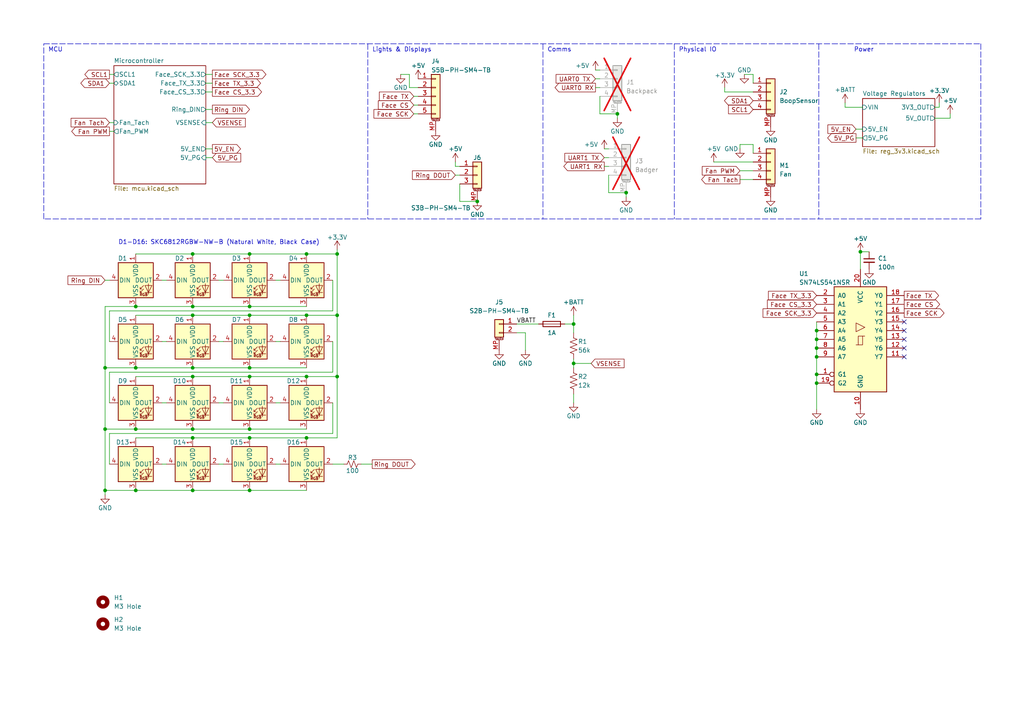
<source format=kicad_sch>
(kicad_sch
	(version 20231120)
	(generator "eeschema")
	(generator_version "8.0")
	(uuid "ed433cb5-1840-428e-8770-a37fe0bb3bc2")
	(paper "A4")
	(lib_symbols
		(symbol "74xx:74LS541"
			(pin_names
				(offset 1.016)
			)
			(exclude_from_sim no)
			(in_bom yes)
			(on_board yes)
			(property "Reference" "U"
				(at -7.62 16.51 0)
				(effects
					(font
						(size 1.27 1.27)
					)
				)
			)
			(property "Value" "74LS541"
				(at -7.62 -16.51 0)
				(effects
					(font
						(size 1.27 1.27)
					)
				)
			)
			(property "Footprint" ""
				(at 0 0 0)
				(effects
					(font
						(size 1.27 1.27)
					)
					(hide yes)
				)
			)
			(property "Datasheet" "http://www.ti.com/lit/gpn/sn74LS541"
				(at 0 0 0)
				(effects
					(font
						(size 1.27 1.27)
					)
					(hide yes)
				)
			)
			(property "Description" "8-bit Buffer/Line Driver 3-state outputs"
				(at 0 0 0)
				(effects
					(font
						(size 1.27 1.27)
					)
					(hide yes)
				)
			)
			(property "ki_locked" ""
				(at 0 0 0)
				(effects
					(font
						(size 1.27 1.27)
					)
				)
			)
			(property "ki_keywords" "TTL BUFFER 3State BUS"
				(at 0 0 0)
				(effects
					(font
						(size 1.27 1.27)
					)
					(hide yes)
				)
			)
			(property "ki_fp_filters" "DIP?20*"
				(at 0 0 0)
				(effects
					(font
						(size 1.27 1.27)
					)
					(hide yes)
				)
			)
			(symbol "74LS541_1_0"
				(polyline
					(pts
						(xy -0.635 -1.6002) (xy -0.635 0.9398) (xy 0.635 0.9398)
					)
					(stroke
						(width 0)
						(type default)
					)
					(fill
						(type none)
					)
				)
				(polyline
					(pts
						(xy -1.27 -1.6002) (xy 0.635 -1.6002) (xy 0.635 0.9398) (xy 1.27 0.9398)
					)
					(stroke
						(width 0)
						(type default)
					)
					(fill
						(type none)
					)
				)
				(polyline
					(pts
						(xy 1.27 3.4798) (xy -1.27 4.7498) (xy -1.27 2.2098) (xy 1.27 3.4798)
					)
					(stroke
						(width 0.1524)
						(type default)
					)
					(fill
						(type none)
					)
				)
				(pin input inverted
					(at -12.7 -10.16 0)
					(length 5.08)
					(name "G1"
						(effects
							(font
								(size 1.27 1.27)
							)
						)
					)
					(number "1"
						(effects
							(font
								(size 1.27 1.27)
							)
						)
					)
				)
				(pin power_in line
					(at 0 -20.32 90)
					(length 5.08)
					(name "GND"
						(effects
							(font
								(size 1.27 1.27)
							)
						)
					)
					(number "10"
						(effects
							(font
								(size 1.27 1.27)
							)
						)
					)
				)
				(pin tri_state line
					(at 12.7 -5.08 180)
					(length 5.08)
					(name "Y7"
						(effects
							(font
								(size 1.27 1.27)
							)
						)
					)
					(number "11"
						(effects
							(font
								(size 1.27 1.27)
							)
						)
					)
				)
				(pin tri_state line
					(at 12.7 -2.54 180)
					(length 5.08)
					(name "Y6"
						(effects
							(font
								(size 1.27 1.27)
							)
						)
					)
					(number "12"
						(effects
							(font
								(size 1.27 1.27)
							)
						)
					)
				)
				(pin tri_state line
					(at 12.7 0 180)
					(length 5.08)
					(name "Y5"
						(effects
							(font
								(size 1.27 1.27)
							)
						)
					)
					(number "13"
						(effects
							(font
								(size 1.27 1.27)
							)
						)
					)
				)
				(pin tri_state line
					(at 12.7 2.54 180)
					(length 5.08)
					(name "Y4"
						(effects
							(font
								(size 1.27 1.27)
							)
						)
					)
					(number "14"
						(effects
							(font
								(size 1.27 1.27)
							)
						)
					)
				)
				(pin tri_state line
					(at 12.7 5.08 180)
					(length 5.08)
					(name "Y3"
						(effects
							(font
								(size 1.27 1.27)
							)
						)
					)
					(number "15"
						(effects
							(font
								(size 1.27 1.27)
							)
						)
					)
				)
				(pin tri_state line
					(at 12.7 7.62 180)
					(length 5.08)
					(name "Y2"
						(effects
							(font
								(size 1.27 1.27)
							)
						)
					)
					(number "16"
						(effects
							(font
								(size 1.27 1.27)
							)
						)
					)
				)
				(pin tri_state line
					(at 12.7 10.16 180)
					(length 5.08)
					(name "Y1"
						(effects
							(font
								(size 1.27 1.27)
							)
						)
					)
					(number "17"
						(effects
							(font
								(size 1.27 1.27)
							)
						)
					)
				)
				(pin tri_state line
					(at 12.7 12.7 180)
					(length 5.08)
					(name "Y0"
						(effects
							(font
								(size 1.27 1.27)
							)
						)
					)
					(number "18"
						(effects
							(font
								(size 1.27 1.27)
							)
						)
					)
				)
				(pin input inverted
					(at -12.7 -12.7 0)
					(length 5.08)
					(name "G2"
						(effects
							(font
								(size 1.27 1.27)
							)
						)
					)
					(number "19"
						(effects
							(font
								(size 1.27 1.27)
							)
						)
					)
				)
				(pin input line
					(at -12.7 12.7 0)
					(length 5.08)
					(name "A0"
						(effects
							(font
								(size 1.27 1.27)
							)
						)
					)
					(number "2"
						(effects
							(font
								(size 1.27 1.27)
							)
						)
					)
				)
				(pin power_in line
					(at 0 20.32 270)
					(length 5.08)
					(name "VCC"
						(effects
							(font
								(size 1.27 1.27)
							)
						)
					)
					(number "20"
						(effects
							(font
								(size 1.27 1.27)
							)
						)
					)
				)
				(pin input line
					(at -12.7 10.16 0)
					(length 5.08)
					(name "A1"
						(effects
							(font
								(size 1.27 1.27)
							)
						)
					)
					(number "3"
						(effects
							(font
								(size 1.27 1.27)
							)
						)
					)
				)
				(pin input line
					(at -12.7 7.62 0)
					(length 5.08)
					(name "A2"
						(effects
							(font
								(size 1.27 1.27)
							)
						)
					)
					(number "4"
						(effects
							(font
								(size 1.27 1.27)
							)
						)
					)
				)
				(pin input line
					(at -12.7 5.08 0)
					(length 5.08)
					(name "A3"
						(effects
							(font
								(size 1.27 1.27)
							)
						)
					)
					(number "5"
						(effects
							(font
								(size 1.27 1.27)
							)
						)
					)
				)
				(pin input line
					(at -12.7 2.54 0)
					(length 5.08)
					(name "A4"
						(effects
							(font
								(size 1.27 1.27)
							)
						)
					)
					(number "6"
						(effects
							(font
								(size 1.27 1.27)
							)
						)
					)
				)
				(pin input line
					(at -12.7 0 0)
					(length 5.08)
					(name "A5"
						(effects
							(font
								(size 1.27 1.27)
							)
						)
					)
					(number "7"
						(effects
							(font
								(size 1.27 1.27)
							)
						)
					)
				)
				(pin input line
					(at -12.7 -2.54 0)
					(length 5.08)
					(name "A6"
						(effects
							(font
								(size 1.27 1.27)
							)
						)
					)
					(number "8"
						(effects
							(font
								(size 1.27 1.27)
							)
						)
					)
				)
				(pin input line
					(at -12.7 -5.08 0)
					(length 5.08)
					(name "A7"
						(effects
							(font
								(size 1.27 1.27)
							)
						)
					)
					(number "9"
						(effects
							(font
								(size 1.27 1.27)
							)
						)
					)
				)
			)
			(symbol "74LS541_1_1"
				(rectangle
					(start -7.62 15.24)
					(end 7.62 -15.24)
					(stroke
						(width 0.254)
						(type default)
					)
					(fill
						(type background)
					)
				)
			)
		)
		(symbol "Connector_Generic_MountingPin:Conn_01x02_MountingPin"
			(pin_names
				(offset 1.016) hide)
			(exclude_from_sim no)
			(in_bom yes)
			(on_board yes)
			(property "Reference" "J"
				(at 0 2.54 0)
				(effects
					(font
						(size 1.27 1.27)
					)
				)
			)
			(property "Value" "Conn_01x02_MountingPin"
				(at 1.27 -5.08 0)
				(effects
					(font
						(size 1.27 1.27)
					)
					(justify left)
				)
			)
			(property "Footprint" ""
				(at 0 0 0)
				(effects
					(font
						(size 1.27 1.27)
					)
					(hide yes)
				)
			)
			(property "Datasheet" "~"
				(at 0 0 0)
				(effects
					(font
						(size 1.27 1.27)
					)
					(hide yes)
				)
			)
			(property "Description" "Generic connectable mounting pin connector, single row, 01x02, script generated (kicad-library-utils/schlib/autogen/connector/)"
				(at 0 0 0)
				(effects
					(font
						(size 1.27 1.27)
					)
					(hide yes)
				)
			)
			(property "ki_keywords" "connector"
				(at 0 0 0)
				(effects
					(font
						(size 1.27 1.27)
					)
					(hide yes)
				)
			)
			(property "ki_fp_filters" "Connector*:*_1x??-1MP*"
				(at 0 0 0)
				(effects
					(font
						(size 1.27 1.27)
					)
					(hide yes)
				)
			)
			(symbol "Conn_01x02_MountingPin_1_1"
				(rectangle
					(start -1.27 -2.413)
					(end 0 -2.667)
					(stroke
						(width 0.1524)
						(type default)
					)
					(fill
						(type none)
					)
				)
				(rectangle
					(start -1.27 0.127)
					(end 0 -0.127)
					(stroke
						(width 0.1524)
						(type default)
					)
					(fill
						(type none)
					)
				)
				(rectangle
					(start -1.27 1.27)
					(end 1.27 -3.81)
					(stroke
						(width 0.254)
						(type default)
					)
					(fill
						(type background)
					)
				)
				(polyline
					(pts
						(xy -1.016 -4.572) (xy 1.016 -4.572)
					)
					(stroke
						(width 0.1524)
						(type default)
					)
					(fill
						(type none)
					)
				)
				(text "Mounting"
					(at 0 -4.191 0)
					(effects
						(font
							(size 0.381 0.381)
						)
					)
				)
				(pin passive line
					(at -5.08 0 0)
					(length 3.81)
					(name "Pin_1"
						(effects
							(font
								(size 1.27 1.27)
							)
						)
					)
					(number "1"
						(effects
							(font
								(size 1.27 1.27)
							)
						)
					)
				)
				(pin passive line
					(at -5.08 -2.54 0)
					(length 3.81)
					(name "Pin_2"
						(effects
							(font
								(size 1.27 1.27)
							)
						)
					)
					(number "2"
						(effects
							(font
								(size 1.27 1.27)
							)
						)
					)
				)
				(pin passive line
					(at 0 -7.62 90)
					(length 3.048)
					(name "MountPin"
						(effects
							(font
								(size 1.27 1.27)
							)
						)
					)
					(number "MP"
						(effects
							(font
								(size 1.27 1.27)
							)
						)
					)
				)
			)
		)
		(symbol "Connector_Generic_MountingPin:Conn_01x03_MountingPin"
			(pin_names
				(offset 1.016) hide)
			(exclude_from_sim no)
			(in_bom yes)
			(on_board yes)
			(property "Reference" "J"
				(at 0 5.08 0)
				(effects
					(font
						(size 1.27 1.27)
					)
				)
			)
			(property "Value" "Conn_01x03_MountingPin"
				(at 1.27 -5.08 0)
				(effects
					(font
						(size 1.27 1.27)
					)
					(justify left)
				)
			)
			(property "Footprint" ""
				(at 0 0 0)
				(effects
					(font
						(size 1.27 1.27)
					)
					(hide yes)
				)
			)
			(property "Datasheet" "~"
				(at 0 0 0)
				(effects
					(font
						(size 1.27 1.27)
					)
					(hide yes)
				)
			)
			(property "Description" "Generic connectable mounting pin connector, single row, 01x03, script generated (kicad-library-utils/schlib/autogen/connector/)"
				(at 0 0 0)
				(effects
					(font
						(size 1.27 1.27)
					)
					(hide yes)
				)
			)
			(property "ki_keywords" "connector"
				(at 0 0 0)
				(effects
					(font
						(size 1.27 1.27)
					)
					(hide yes)
				)
			)
			(property "ki_fp_filters" "Connector*:*_1x??-1MP*"
				(at 0 0 0)
				(effects
					(font
						(size 1.27 1.27)
					)
					(hide yes)
				)
			)
			(symbol "Conn_01x03_MountingPin_1_1"
				(rectangle
					(start -1.27 -2.413)
					(end 0 -2.667)
					(stroke
						(width 0.1524)
						(type default)
					)
					(fill
						(type none)
					)
				)
				(rectangle
					(start -1.27 0.127)
					(end 0 -0.127)
					(stroke
						(width 0.1524)
						(type default)
					)
					(fill
						(type none)
					)
				)
				(rectangle
					(start -1.27 2.667)
					(end 0 2.413)
					(stroke
						(width 0.1524)
						(type default)
					)
					(fill
						(type none)
					)
				)
				(rectangle
					(start -1.27 3.81)
					(end 1.27 -3.81)
					(stroke
						(width 0.254)
						(type default)
					)
					(fill
						(type background)
					)
				)
				(polyline
					(pts
						(xy -1.016 -4.572) (xy 1.016 -4.572)
					)
					(stroke
						(width 0.1524)
						(type default)
					)
					(fill
						(type none)
					)
				)
				(text "Mounting"
					(at 0 -4.191 0)
					(effects
						(font
							(size 0.381 0.381)
						)
					)
				)
				(pin passive line
					(at -5.08 2.54 0)
					(length 3.81)
					(name "Pin_1"
						(effects
							(font
								(size 1.27 1.27)
							)
						)
					)
					(number "1"
						(effects
							(font
								(size 1.27 1.27)
							)
						)
					)
				)
				(pin passive line
					(at -5.08 0 0)
					(length 3.81)
					(name "Pin_2"
						(effects
							(font
								(size 1.27 1.27)
							)
						)
					)
					(number "2"
						(effects
							(font
								(size 1.27 1.27)
							)
						)
					)
				)
				(pin passive line
					(at -5.08 -2.54 0)
					(length 3.81)
					(name "Pin_3"
						(effects
							(font
								(size 1.27 1.27)
							)
						)
					)
					(number "3"
						(effects
							(font
								(size 1.27 1.27)
							)
						)
					)
				)
				(pin passive line
					(at 0 -7.62 90)
					(length 3.048)
					(name "MountPin"
						(effects
							(font
								(size 1.27 1.27)
							)
						)
					)
					(number "MP"
						(effects
							(font
								(size 1.27 1.27)
							)
						)
					)
				)
			)
		)
		(symbol "Connector_Generic_MountingPin:Conn_01x04_MountingPin"
			(pin_names
				(offset 1.016) hide)
			(exclude_from_sim no)
			(in_bom yes)
			(on_board yes)
			(property "Reference" "J"
				(at 0 5.08 0)
				(effects
					(font
						(size 1.27 1.27)
					)
				)
			)
			(property "Value" "Conn_01x04_MountingPin"
				(at 1.27 -7.62 0)
				(effects
					(font
						(size 1.27 1.27)
					)
					(justify left)
				)
			)
			(property "Footprint" ""
				(at 0 0 0)
				(effects
					(font
						(size 1.27 1.27)
					)
					(hide yes)
				)
			)
			(property "Datasheet" "~"
				(at 0 0 0)
				(effects
					(font
						(size 1.27 1.27)
					)
					(hide yes)
				)
			)
			(property "Description" "Generic connectable mounting pin connector, single row, 01x04, script generated (kicad-library-utils/schlib/autogen/connector/)"
				(at 0 0 0)
				(effects
					(font
						(size 1.27 1.27)
					)
					(hide yes)
				)
			)
			(property "ki_keywords" "connector"
				(at 0 0 0)
				(effects
					(font
						(size 1.27 1.27)
					)
					(hide yes)
				)
			)
			(property "ki_fp_filters" "Connector*:*_1x??-1MP*"
				(at 0 0 0)
				(effects
					(font
						(size 1.27 1.27)
					)
					(hide yes)
				)
			)
			(symbol "Conn_01x04_MountingPin_1_1"
				(rectangle
					(start -1.27 -4.953)
					(end 0 -5.207)
					(stroke
						(width 0.1524)
						(type default)
					)
					(fill
						(type none)
					)
				)
				(rectangle
					(start -1.27 -2.413)
					(end 0 -2.667)
					(stroke
						(width 0.1524)
						(type default)
					)
					(fill
						(type none)
					)
				)
				(rectangle
					(start -1.27 0.127)
					(end 0 -0.127)
					(stroke
						(width 0.1524)
						(type default)
					)
					(fill
						(type none)
					)
				)
				(rectangle
					(start -1.27 2.667)
					(end 0 2.413)
					(stroke
						(width 0.1524)
						(type default)
					)
					(fill
						(type none)
					)
				)
				(rectangle
					(start -1.27 3.81)
					(end 1.27 -6.35)
					(stroke
						(width 0.254)
						(type default)
					)
					(fill
						(type background)
					)
				)
				(polyline
					(pts
						(xy -1.016 -7.112) (xy 1.016 -7.112)
					)
					(stroke
						(width 0.1524)
						(type default)
					)
					(fill
						(type none)
					)
				)
				(text "Mounting"
					(at 0 -6.731 0)
					(effects
						(font
							(size 0.381 0.381)
						)
					)
				)
				(pin passive line
					(at -5.08 2.54 0)
					(length 3.81)
					(name "Pin_1"
						(effects
							(font
								(size 1.27 1.27)
							)
						)
					)
					(number "1"
						(effects
							(font
								(size 1.27 1.27)
							)
						)
					)
				)
				(pin passive line
					(at -5.08 0 0)
					(length 3.81)
					(name "Pin_2"
						(effects
							(font
								(size 1.27 1.27)
							)
						)
					)
					(number "2"
						(effects
							(font
								(size 1.27 1.27)
							)
						)
					)
				)
				(pin passive line
					(at -5.08 -2.54 0)
					(length 3.81)
					(name "Pin_3"
						(effects
							(font
								(size 1.27 1.27)
							)
						)
					)
					(number "3"
						(effects
							(font
								(size 1.27 1.27)
							)
						)
					)
				)
				(pin passive line
					(at -5.08 -5.08 0)
					(length 3.81)
					(name "Pin_4"
						(effects
							(font
								(size 1.27 1.27)
							)
						)
					)
					(number "4"
						(effects
							(font
								(size 1.27 1.27)
							)
						)
					)
				)
				(pin passive line
					(at 0 -10.16 90)
					(length 3.048)
					(name "MountPin"
						(effects
							(font
								(size 1.27 1.27)
							)
						)
					)
					(number "MP"
						(effects
							(font
								(size 1.27 1.27)
							)
						)
					)
				)
			)
		)
		(symbol "Connector_Generic_MountingPin:Conn_01x05_MountingPin"
			(pin_names
				(offset 1.016) hide)
			(exclude_from_sim no)
			(in_bom yes)
			(on_board yes)
			(property "Reference" "J"
				(at 0 7.62 0)
				(effects
					(font
						(size 1.27 1.27)
					)
				)
			)
			(property "Value" "Conn_01x05_MountingPin"
				(at 1.27 -7.62 0)
				(effects
					(font
						(size 1.27 1.27)
					)
					(justify left)
				)
			)
			(property "Footprint" ""
				(at 0 0 0)
				(effects
					(font
						(size 1.27 1.27)
					)
					(hide yes)
				)
			)
			(property "Datasheet" "~"
				(at 0 0 0)
				(effects
					(font
						(size 1.27 1.27)
					)
					(hide yes)
				)
			)
			(property "Description" "Generic connectable mounting pin connector, single row, 01x05, script generated (kicad-library-utils/schlib/autogen/connector/)"
				(at 0 0 0)
				(effects
					(font
						(size 1.27 1.27)
					)
					(hide yes)
				)
			)
			(property "ki_keywords" "connector"
				(at 0 0 0)
				(effects
					(font
						(size 1.27 1.27)
					)
					(hide yes)
				)
			)
			(property "ki_fp_filters" "Connector*:*_1x??-1MP*"
				(at 0 0 0)
				(effects
					(font
						(size 1.27 1.27)
					)
					(hide yes)
				)
			)
			(symbol "Conn_01x05_MountingPin_1_1"
				(rectangle
					(start -1.27 -4.953)
					(end 0 -5.207)
					(stroke
						(width 0.1524)
						(type default)
					)
					(fill
						(type none)
					)
				)
				(rectangle
					(start -1.27 -2.413)
					(end 0 -2.667)
					(stroke
						(width 0.1524)
						(type default)
					)
					(fill
						(type none)
					)
				)
				(rectangle
					(start -1.27 0.127)
					(end 0 -0.127)
					(stroke
						(width 0.1524)
						(type default)
					)
					(fill
						(type none)
					)
				)
				(rectangle
					(start -1.27 2.667)
					(end 0 2.413)
					(stroke
						(width 0.1524)
						(type default)
					)
					(fill
						(type none)
					)
				)
				(rectangle
					(start -1.27 5.207)
					(end 0 4.953)
					(stroke
						(width 0.1524)
						(type default)
					)
					(fill
						(type none)
					)
				)
				(rectangle
					(start -1.27 6.35)
					(end 1.27 -6.35)
					(stroke
						(width 0.254)
						(type default)
					)
					(fill
						(type background)
					)
				)
				(polyline
					(pts
						(xy -1.016 -7.112) (xy 1.016 -7.112)
					)
					(stroke
						(width 0.1524)
						(type default)
					)
					(fill
						(type none)
					)
				)
				(text "Mounting"
					(at 0 -6.731 0)
					(effects
						(font
							(size 0.381 0.381)
						)
					)
				)
				(pin passive line
					(at -5.08 5.08 0)
					(length 3.81)
					(name "Pin_1"
						(effects
							(font
								(size 1.27 1.27)
							)
						)
					)
					(number "1"
						(effects
							(font
								(size 1.27 1.27)
							)
						)
					)
				)
				(pin passive line
					(at -5.08 2.54 0)
					(length 3.81)
					(name "Pin_2"
						(effects
							(font
								(size 1.27 1.27)
							)
						)
					)
					(number "2"
						(effects
							(font
								(size 1.27 1.27)
							)
						)
					)
				)
				(pin passive line
					(at -5.08 0 0)
					(length 3.81)
					(name "Pin_3"
						(effects
							(font
								(size 1.27 1.27)
							)
						)
					)
					(number "3"
						(effects
							(font
								(size 1.27 1.27)
							)
						)
					)
				)
				(pin passive line
					(at -5.08 -2.54 0)
					(length 3.81)
					(name "Pin_4"
						(effects
							(font
								(size 1.27 1.27)
							)
						)
					)
					(number "4"
						(effects
							(font
								(size 1.27 1.27)
							)
						)
					)
				)
				(pin passive line
					(at -5.08 -5.08 0)
					(length 3.81)
					(name "Pin_5"
						(effects
							(font
								(size 1.27 1.27)
							)
						)
					)
					(number "5"
						(effects
							(font
								(size 1.27 1.27)
							)
						)
					)
				)
				(pin passive line
					(at 0 -10.16 90)
					(length 3.048)
					(name "MountPin"
						(effects
							(font
								(size 1.27 1.27)
							)
						)
					)
					(number "MP"
						(effects
							(font
								(size 1.27 1.27)
							)
						)
					)
				)
			)
		)
		(symbol "Device:C_Small"
			(pin_numbers hide)
			(pin_names
				(offset 0.254) hide)
			(exclude_from_sim no)
			(in_bom yes)
			(on_board yes)
			(property "Reference" "C"
				(at 0.254 1.778 0)
				(effects
					(font
						(size 1.27 1.27)
					)
					(justify left)
				)
			)
			(property "Value" "C_Small"
				(at 0.254 -2.032 0)
				(effects
					(font
						(size 1.27 1.27)
					)
					(justify left)
				)
			)
			(property "Footprint" ""
				(at 0 0 0)
				(effects
					(font
						(size 1.27 1.27)
					)
					(hide yes)
				)
			)
			(property "Datasheet" "~"
				(at 0 0 0)
				(effects
					(font
						(size 1.27 1.27)
					)
					(hide yes)
				)
			)
			(property "Description" "Unpolarized capacitor, small symbol"
				(at 0 0 0)
				(effects
					(font
						(size 1.27 1.27)
					)
					(hide yes)
				)
			)
			(property "ki_keywords" "capacitor cap"
				(at 0 0 0)
				(effects
					(font
						(size 1.27 1.27)
					)
					(hide yes)
				)
			)
			(property "ki_fp_filters" "C_*"
				(at 0 0 0)
				(effects
					(font
						(size 1.27 1.27)
					)
					(hide yes)
				)
			)
			(symbol "C_Small_0_1"
				(polyline
					(pts
						(xy -1.524 -0.508) (xy 1.524 -0.508)
					)
					(stroke
						(width 0.3302)
						(type default)
					)
					(fill
						(type none)
					)
				)
				(polyline
					(pts
						(xy -1.524 0.508) (xy 1.524 0.508)
					)
					(stroke
						(width 0.3048)
						(type default)
					)
					(fill
						(type none)
					)
				)
			)
			(symbol "C_Small_1_1"
				(pin passive line
					(at 0 2.54 270)
					(length 2.032)
					(name "~"
						(effects
							(font
								(size 1.27 1.27)
							)
						)
					)
					(number "1"
						(effects
							(font
								(size 1.27 1.27)
							)
						)
					)
				)
				(pin passive line
					(at 0 -2.54 90)
					(length 2.032)
					(name "~"
						(effects
							(font
								(size 1.27 1.27)
							)
						)
					)
					(number "2"
						(effects
							(font
								(size 1.27 1.27)
							)
						)
					)
				)
			)
		)
		(symbol "Device:Fuse"
			(pin_numbers hide)
			(pin_names
				(offset 0)
			)
			(exclude_from_sim no)
			(in_bom yes)
			(on_board yes)
			(property "Reference" "F"
				(at 2.032 0 90)
				(effects
					(font
						(size 1.27 1.27)
					)
				)
			)
			(property "Value" "Fuse"
				(at -1.905 0 90)
				(effects
					(font
						(size 1.27 1.27)
					)
				)
			)
			(property "Footprint" ""
				(at -1.778 0 90)
				(effects
					(font
						(size 1.27 1.27)
					)
					(hide yes)
				)
			)
			(property "Datasheet" "~"
				(at 0 0 0)
				(effects
					(font
						(size 1.27 1.27)
					)
					(hide yes)
				)
			)
			(property "Description" "Fuse"
				(at 0 0 0)
				(effects
					(font
						(size 1.27 1.27)
					)
					(hide yes)
				)
			)
			(property "ki_keywords" "fuse"
				(at 0 0 0)
				(effects
					(font
						(size 1.27 1.27)
					)
					(hide yes)
				)
			)
			(property "ki_fp_filters" "*Fuse*"
				(at 0 0 0)
				(effects
					(font
						(size 1.27 1.27)
					)
					(hide yes)
				)
			)
			(symbol "Fuse_0_1"
				(rectangle
					(start -0.762 -2.54)
					(end 0.762 2.54)
					(stroke
						(width 0.254)
						(type default)
					)
					(fill
						(type none)
					)
				)
				(polyline
					(pts
						(xy 0 2.54) (xy 0 -2.54)
					)
					(stroke
						(width 0)
						(type default)
					)
					(fill
						(type none)
					)
				)
			)
			(symbol "Fuse_1_1"
				(pin passive line
					(at 0 3.81 270)
					(length 1.27)
					(name "~"
						(effects
							(font
								(size 1.27 1.27)
							)
						)
					)
					(number "1"
						(effects
							(font
								(size 1.27 1.27)
							)
						)
					)
				)
				(pin passive line
					(at 0 -3.81 90)
					(length 1.27)
					(name "~"
						(effects
							(font
								(size 1.27 1.27)
							)
						)
					)
					(number "2"
						(effects
							(font
								(size 1.27 1.27)
							)
						)
					)
				)
			)
		)
		(symbol "Device:R_Small_US"
			(pin_numbers hide)
			(pin_names
				(offset 0.254) hide)
			(exclude_from_sim no)
			(in_bom yes)
			(on_board yes)
			(property "Reference" "R"
				(at 0.762 0.508 0)
				(effects
					(font
						(size 1.27 1.27)
					)
					(justify left)
				)
			)
			(property "Value" "R_Small_US"
				(at 0.762 -1.016 0)
				(effects
					(font
						(size 1.27 1.27)
					)
					(justify left)
				)
			)
			(property "Footprint" ""
				(at 0 0 0)
				(effects
					(font
						(size 1.27 1.27)
					)
					(hide yes)
				)
			)
			(property "Datasheet" "~"
				(at 0 0 0)
				(effects
					(font
						(size 1.27 1.27)
					)
					(hide yes)
				)
			)
			(property "Description" "Resistor, small US symbol"
				(at 0 0 0)
				(effects
					(font
						(size 1.27 1.27)
					)
					(hide yes)
				)
			)
			(property "ki_keywords" "r resistor"
				(at 0 0 0)
				(effects
					(font
						(size 1.27 1.27)
					)
					(hide yes)
				)
			)
			(property "ki_fp_filters" "R_*"
				(at 0 0 0)
				(effects
					(font
						(size 1.27 1.27)
					)
					(hide yes)
				)
			)
			(symbol "R_Small_US_1_1"
				(polyline
					(pts
						(xy 0 0) (xy 1.016 -0.381) (xy 0 -0.762) (xy -1.016 -1.143) (xy 0 -1.524)
					)
					(stroke
						(width 0)
						(type default)
					)
					(fill
						(type none)
					)
				)
				(polyline
					(pts
						(xy 0 1.524) (xy 1.016 1.143) (xy 0 0.762) (xy -1.016 0.381) (xy 0 0)
					)
					(stroke
						(width 0)
						(type default)
					)
					(fill
						(type none)
					)
				)
				(pin passive line
					(at 0 2.54 270)
					(length 1.016)
					(name "~"
						(effects
							(font
								(size 1.27 1.27)
							)
						)
					)
					(number "1"
						(effects
							(font
								(size 1.27 1.27)
							)
						)
					)
				)
				(pin passive line
					(at 0 -2.54 90)
					(length 1.016)
					(name "~"
						(effects
							(font
								(size 1.27 1.27)
							)
						)
					)
					(number "2"
						(effects
							(font
								(size 1.27 1.27)
							)
						)
					)
				)
			)
		)
		(symbol "Device:R_US"
			(pin_numbers hide)
			(pin_names
				(offset 0)
			)
			(exclude_from_sim no)
			(in_bom yes)
			(on_board yes)
			(property "Reference" "R"
				(at 2.54 0 90)
				(effects
					(font
						(size 1.27 1.27)
					)
				)
			)
			(property "Value" "R_US"
				(at -2.54 0 90)
				(effects
					(font
						(size 1.27 1.27)
					)
				)
			)
			(property "Footprint" ""
				(at 1.016 -0.254 90)
				(effects
					(font
						(size 1.27 1.27)
					)
					(hide yes)
				)
			)
			(property "Datasheet" "~"
				(at 0 0 0)
				(effects
					(font
						(size 1.27 1.27)
					)
					(hide yes)
				)
			)
			(property "Description" "Resistor, US symbol"
				(at 0 0 0)
				(effects
					(font
						(size 1.27 1.27)
					)
					(hide yes)
				)
			)
			(property "ki_keywords" "R res resistor"
				(at 0 0 0)
				(effects
					(font
						(size 1.27 1.27)
					)
					(hide yes)
				)
			)
			(property "ki_fp_filters" "R_*"
				(at 0 0 0)
				(effects
					(font
						(size 1.27 1.27)
					)
					(hide yes)
				)
			)
			(symbol "R_US_0_1"
				(polyline
					(pts
						(xy 0 -2.286) (xy 0 -2.54)
					)
					(stroke
						(width 0)
						(type default)
					)
					(fill
						(type none)
					)
				)
				(polyline
					(pts
						(xy 0 2.286) (xy 0 2.54)
					)
					(stroke
						(width 0)
						(type default)
					)
					(fill
						(type none)
					)
				)
				(polyline
					(pts
						(xy 0 -0.762) (xy 1.016 -1.143) (xy 0 -1.524) (xy -1.016 -1.905) (xy 0 -2.286)
					)
					(stroke
						(width 0)
						(type default)
					)
					(fill
						(type none)
					)
				)
				(polyline
					(pts
						(xy 0 0.762) (xy 1.016 0.381) (xy 0 0) (xy -1.016 -0.381) (xy 0 -0.762)
					)
					(stroke
						(width 0)
						(type default)
					)
					(fill
						(type none)
					)
				)
				(polyline
					(pts
						(xy 0 2.286) (xy 1.016 1.905) (xy 0 1.524) (xy -1.016 1.143) (xy 0 0.762)
					)
					(stroke
						(width 0)
						(type default)
					)
					(fill
						(type none)
					)
				)
			)
			(symbol "R_US_1_1"
				(pin passive line
					(at 0 3.81 270)
					(length 1.27)
					(name "~"
						(effects
							(font
								(size 1.27 1.27)
							)
						)
					)
					(number "1"
						(effects
							(font
								(size 1.27 1.27)
							)
						)
					)
				)
				(pin passive line
					(at 0 -3.81 90)
					(length 1.27)
					(name "~"
						(effects
							(font
								(size 1.27 1.27)
							)
						)
					)
					(number "2"
						(effects
							(font
								(size 1.27 1.27)
							)
						)
					)
				)
			)
		)
		(symbol "GND_1"
			(power)
			(pin_names
				(offset 0)
			)
			(exclude_from_sim no)
			(in_bom yes)
			(on_board yes)
			(property "Reference" "#PWR"
				(at 0 -6.35 0)
				(effects
					(font
						(size 1.27 1.27)
					)
					(hide yes)
				)
			)
			(property "Value" "GND_1"
				(at 0 -3.81 0)
				(effects
					(font
						(size 1.27 1.27)
					)
				)
			)
			(property "Footprint" ""
				(at 0 0 0)
				(effects
					(font
						(size 1.27 1.27)
					)
					(hide yes)
				)
			)
			(property "Datasheet" ""
				(at 0 0 0)
				(effects
					(font
						(size 1.27 1.27)
					)
					(hide yes)
				)
			)
			(property "Description" "Power symbol creates a global label with name \"GND\" , ground"
				(at 0 0 0)
				(effects
					(font
						(size 1.27 1.27)
					)
					(hide yes)
				)
			)
			(property "ki_keywords" "global power"
				(at 0 0 0)
				(effects
					(font
						(size 1.27 1.27)
					)
					(hide yes)
				)
			)
			(symbol "GND_1_0_1"
				(polyline
					(pts
						(xy 0 0) (xy 0 -1.27) (xy 1.27 -1.27) (xy 0 -2.54) (xy -1.27 -1.27) (xy 0 -1.27)
					)
					(stroke
						(width 0)
						(type default)
					)
					(fill
						(type none)
					)
				)
			)
			(symbol "GND_1_1_1"
				(pin power_in line
					(at 0 0 270)
					(length 0) hide
					(name "GND"
						(effects
							(font
								(size 1.27 1.27)
							)
						)
					)
					(number "1"
						(effects
							(font
								(size 1.27 1.27)
							)
						)
					)
				)
			)
		)
		(symbol "LED:WS2812B"
			(pin_names
				(offset 0.254)
			)
			(exclude_from_sim no)
			(in_bom yes)
			(on_board yes)
			(property "Reference" "D"
				(at 5.08 5.715 0)
				(effects
					(font
						(size 1.27 1.27)
					)
					(justify right bottom)
				)
			)
			(property "Value" "WS2812B"
				(at 1.27 -5.715 0)
				(effects
					(font
						(size 1.27 1.27)
					)
					(justify left top)
				)
			)
			(property "Footprint" "LED_SMD:LED_WS2812B_PLCC4_5.0x5.0mm_P3.2mm"
				(at 1.27 -7.62 0)
				(effects
					(font
						(size 1.27 1.27)
					)
					(justify left top)
					(hide yes)
				)
			)
			(property "Datasheet" "https://cdn-shop.adafruit.com/datasheets/WS2812B.pdf"
				(at 2.54 -9.525 0)
				(effects
					(font
						(size 1.27 1.27)
					)
					(justify left top)
					(hide yes)
				)
			)
			(property "Description" "RGB LED with integrated controller"
				(at 0 0 0)
				(effects
					(font
						(size 1.27 1.27)
					)
					(hide yes)
				)
			)
			(property "ki_keywords" "RGB LED NeoPixel addressable"
				(at 0 0 0)
				(effects
					(font
						(size 1.27 1.27)
					)
					(hide yes)
				)
			)
			(property "ki_fp_filters" "LED*WS2812*PLCC*5.0x5.0mm*P3.2mm*"
				(at 0 0 0)
				(effects
					(font
						(size 1.27 1.27)
					)
					(hide yes)
				)
			)
			(symbol "WS2812B_0_0"
				(text "RGB"
					(at 2.286 -4.191 0)
					(effects
						(font
							(size 0.762 0.762)
						)
					)
				)
			)
			(symbol "WS2812B_0_1"
				(polyline
					(pts
						(xy 1.27 -3.556) (xy 1.778 -3.556)
					)
					(stroke
						(width 0)
						(type default)
					)
					(fill
						(type none)
					)
				)
				(polyline
					(pts
						(xy 1.27 -2.54) (xy 1.778 -2.54)
					)
					(stroke
						(width 0)
						(type default)
					)
					(fill
						(type none)
					)
				)
				(polyline
					(pts
						(xy 4.699 -3.556) (xy 2.667 -3.556)
					)
					(stroke
						(width 0)
						(type default)
					)
					(fill
						(type none)
					)
				)
				(polyline
					(pts
						(xy 2.286 -2.54) (xy 1.27 -3.556) (xy 1.27 -3.048)
					)
					(stroke
						(width 0)
						(type default)
					)
					(fill
						(type none)
					)
				)
				(polyline
					(pts
						(xy 2.286 -1.524) (xy 1.27 -2.54) (xy 1.27 -2.032)
					)
					(stroke
						(width 0)
						(type default)
					)
					(fill
						(type none)
					)
				)
				(polyline
					(pts
						(xy 3.683 -1.016) (xy 3.683 -3.556) (xy 3.683 -4.064)
					)
					(stroke
						(width 0)
						(type default)
					)
					(fill
						(type none)
					)
				)
				(polyline
					(pts
						(xy 4.699 -1.524) (xy 2.667 -1.524) (xy 3.683 -3.556) (xy 4.699 -1.524)
					)
					(stroke
						(width 0)
						(type default)
					)
					(fill
						(type none)
					)
				)
				(rectangle
					(start 5.08 5.08)
					(end -5.08 -5.08)
					(stroke
						(width 0.254)
						(type default)
					)
					(fill
						(type background)
					)
				)
			)
			(symbol "WS2812B_1_1"
				(pin power_in line
					(at 0 7.62 270)
					(length 2.54)
					(name "VDD"
						(effects
							(font
								(size 1.27 1.27)
							)
						)
					)
					(number "1"
						(effects
							(font
								(size 1.27 1.27)
							)
						)
					)
				)
				(pin output line
					(at 7.62 0 180)
					(length 2.54)
					(name "DOUT"
						(effects
							(font
								(size 1.27 1.27)
							)
						)
					)
					(number "2"
						(effects
							(font
								(size 1.27 1.27)
							)
						)
					)
				)
				(pin power_in line
					(at 0 -7.62 90)
					(length 2.54)
					(name "VSS"
						(effects
							(font
								(size 1.27 1.27)
							)
						)
					)
					(number "3"
						(effects
							(font
								(size 1.27 1.27)
							)
						)
					)
				)
				(pin input line
					(at -7.62 0 0)
					(length 2.54)
					(name "DIN"
						(effects
							(font
								(size 1.27 1.27)
							)
						)
					)
					(number "4"
						(effects
							(font
								(size 1.27 1.27)
							)
						)
					)
				)
			)
		)
		(symbol "Mechanical:MountingHole"
			(pin_names
				(offset 1.016)
			)
			(exclude_from_sim no)
			(in_bom yes)
			(on_board yes)
			(property "Reference" "H"
				(at 0 5.08 0)
				(effects
					(font
						(size 1.27 1.27)
					)
				)
			)
			(property "Value" "MountingHole"
				(at 0 3.175 0)
				(effects
					(font
						(size 1.27 1.27)
					)
				)
			)
			(property "Footprint" ""
				(at 0 0 0)
				(effects
					(font
						(size 1.27 1.27)
					)
					(hide yes)
				)
			)
			(property "Datasheet" "~"
				(at 0 0 0)
				(effects
					(font
						(size 1.27 1.27)
					)
					(hide yes)
				)
			)
			(property "Description" "Mounting Hole without connection"
				(at 0 0 0)
				(effects
					(font
						(size 1.27 1.27)
					)
					(hide yes)
				)
			)
			(property "ki_keywords" "mounting hole"
				(at 0 0 0)
				(effects
					(font
						(size 1.27 1.27)
					)
					(hide yes)
				)
			)
			(property "ki_fp_filters" "MountingHole*"
				(at 0 0 0)
				(effects
					(font
						(size 1.27 1.27)
					)
					(hide yes)
				)
			)
			(symbol "MountingHole_0_1"
				(circle
					(center 0 0)
					(radius 1.27)
					(stroke
						(width 1.27)
						(type default)
					)
					(fill
						(type none)
					)
				)
			)
		)
		(symbol "power:+3.3V"
			(power)
			(pin_names
				(offset 0)
			)
			(exclude_from_sim no)
			(in_bom yes)
			(on_board yes)
			(property "Reference" "#PWR"
				(at 0 -3.81 0)
				(effects
					(font
						(size 1.27 1.27)
					)
					(hide yes)
				)
			)
			(property "Value" "+3.3V"
				(at 0 3.556 0)
				(effects
					(font
						(size 1.27 1.27)
					)
				)
			)
			(property "Footprint" ""
				(at 0 0 0)
				(effects
					(font
						(size 1.27 1.27)
					)
					(hide yes)
				)
			)
			(property "Datasheet" ""
				(at 0 0 0)
				(effects
					(font
						(size 1.27 1.27)
					)
					(hide yes)
				)
			)
			(property "Description" "Power symbol creates a global label with name \"+3.3V\""
				(at 0 0 0)
				(effects
					(font
						(size 1.27 1.27)
					)
					(hide yes)
				)
			)
			(property "ki_keywords" "global power"
				(at 0 0 0)
				(effects
					(font
						(size 1.27 1.27)
					)
					(hide yes)
				)
			)
			(symbol "+3.3V_0_1"
				(polyline
					(pts
						(xy -0.762 1.27) (xy 0 2.54)
					)
					(stroke
						(width 0)
						(type default)
					)
					(fill
						(type none)
					)
				)
				(polyline
					(pts
						(xy 0 0) (xy 0 2.54)
					)
					(stroke
						(width 0)
						(type default)
					)
					(fill
						(type none)
					)
				)
				(polyline
					(pts
						(xy 0 2.54) (xy 0.762 1.27)
					)
					(stroke
						(width 0)
						(type default)
					)
					(fill
						(type none)
					)
				)
			)
			(symbol "+3.3V_1_1"
				(pin power_in line
					(at 0 0 90)
					(length 0) hide
					(name "+3.3V"
						(effects
							(font
								(size 1.27 1.27)
							)
						)
					)
					(number "1"
						(effects
							(font
								(size 1.27 1.27)
							)
						)
					)
				)
			)
		)
		(symbol "power:+5V"
			(power)
			(pin_names
				(offset 0)
			)
			(exclude_from_sim no)
			(in_bom yes)
			(on_board yes)
			(property "Reference" "#PWR"
				(at 0 -3.81 0)
				(effects
					(font
						(size 1.27 1.27)
					)
					(hide yes)
				)
			)
			(property "Value" "+5V"
				(at 0 3.556 0)
				(effects
					(font
						(size 1.27 1.27)
					)
				)
			)
			(property "Footprint" ""
				(at 0 0 0)
				(effects
					(font
						(size 1.27 1.27)
					)
					(hide yes)
				)
			)
			(property "Datasheet" ""
				(at 0 0 0)
				(effects
					(font
						(size 1.27 1.27)
					)
					(hide yes)
				)
			)
			(property "Description" "Power symbol creates a global label with name \"+5V\""
				(at 0 0 0)
				(effects
					(font
						(size 1.27 1.27)
					)
					(hide yes)
				)
			)
			(property "ki_keywords" "global power"
				(at 0 0 0)
				(effects
					(font
						(size 1.27 1.27)
					)
					(hide yes)
				)
			)
			(symbol "+5V_0_1"
				(polyline
					(pts
						(xy -0.762 1.27) (xy 0 2.54)
					)
					(stroke
						(width 0)
						(type default)
					)
					(fill
						(type none)
					)
				)
				(polyline
					(pts
						(xy 0 0) (xy 0 2.54)
					)
					(stroke
						(width 0)
						(type default)
					)
					(fill
						(type none)
					)
				)
				(polyline
					(pts
						(xy 0 2.54) (xy 0.762 1.27)
					)
					(stroke
						(width 0)
						(type default)
					)
					(fill
						(type none)
					)
				)
			)
			(symbol "+5V_1_1"
				(pin power_in line
					(at 0 0 90)
					(length 0) hide
					(name "+5V"
						(effects
							(font
								(size 1.27 1.27)
							)
						)
					)
					(number "1"
						(effects
							(font
								(size 1.27 1.27)
							)
						)
					)
				)
			)
		)
		(symbol "power:+BATT"
			(power)
			(pin_names
				(offset 0)
			)
			(exclude_from_sim no)
			(in_bom yes)
			(on_board yes)
			(property "Reference" "#PWR"
				(at 0 -3.81 0)
				(effects
					(font
						(size 1.27 1.27)
					)
					(hide yes)
				)
			)
			(property "Value" "+BATT"
				(at 0 3.556 0)
				(effects
					(font
						(size 1.27 1.27)
					)
				)
			)
			(property "Footprint" ""
				(at 0 0 0)
				(effects
					(font
						(size 1.27 1.27)
					)
					(hide yes)
				)
			)
			(property "Datasheet" ""
				(at 0 0 0)
				(effects
					(font
						(size 1.27 1.27)
					)
					(hide yes)
				)
			)
			(property "Description" "Power symbol creates a global label with name \"+BATT\""
				(at 0 0 0)
				(effects
					(font
						(size 1.27 1.27)
					)
					(hide yes)
				)
			)
			(property "ki_keywords" "global power battery"
				(at 0 0 0)
				(effects
					(font
						(size 1.27 1.27)
					)
					(hide yes)
				)
			)
			(symbol "+BATT_0_1"
				(polyline
					(pts
						(xy -0.762 1.27) (xy 0 2.54)
					)
					(stroke
						(width 0)
						(type default)
					)
					(fill
						(type none)
					)
				)
				(polyline
					(pts
						(xy 0 0) (xy 0 2.54)
					)
					(stroke
						(width 0)
						(type default)
					)
					(fill
						(type none)
					)
				)
				(polyline
					(pts
						(xy 0 2.54) (xy 0.762 1.27)
					)
					(stroke
						(width 0)
						(type default)
					)
					(fill
						(type none)
					)
				)
			)
			(symbol "+BATT_1_1"
				(pin power_in line
					(at 0 0 90)
					(length 0) hide
					(name "+BATT"
						(effects
							(font
								(size 1.27 1.27)
							)
						)
					)
					(number "1"
						(effects
							(font
								(size 1.27 1.27)
							)
						)
					)
				)
			)
		)
		(symbol "power:GND"
			(power)
			(pin_names
				(offset 0)
			)
			(exclude_from_sim no)
			(in_bom yes)
			(on_board yes)
			(property "Reference" "#PWR"
				(at 0 -6.35 0)
				(effects
					(font
						(size 1.27 1.27)
					)
					(hide yes)
				)
			)
			(property "Value" "GND"
				(at 0 -3.81 0)
				(effects
					(font
						(size 1.27 1.27)
					)
				)
			)
			(property "Footprint" ""
				(at 0 0 0)
				(effects
					(font
						(size 1.27 1.27)
					)
					(hide yes)
				)
			)
			(property "Datasheet" ""
				(at 0 0 0)
				(effects
					(font
						(size 1.27 1.27)
					)
					(hide yes)
				)
			)
			(property "Description" "Power symbol creates a global label with name \"GND\" , ground"
				(at 0 0 0)
				(effects
					(font
						(size 1.27 1.27)
					)
					(hide yes)
				)
			)
			(property "ki_keywords" "power-flag"
				(at 0 0 0)
				(effects
					(font
						(size 1.27 1.27)
					)
					(hide yes)
				)
			)
			(symbol "GND_0_1"
				(polyline
					(pts
						(xy 0 0) (xy 0 -1.27) (xy 1.27 -1.27) (xy 0 -2.54) (xy -1.27 -1.27) (xy 0 -1.27)
					)
					(stroke
						(width 0)
						(type default)
					)
					(fill
						(type none)
					)
				)
			)
			(symbol "GND_1_1"
				(pin power_in line
					(at 0 0 270)
					(length 0) hide
					(name "GND"
						(effects
							(font
								(size 1.27 1.27)
							)
						)
					)
					(number "1"
						(effects
							(font
								(size 1.27 1.27)
							)
						)
					)
				)
			)
		)
	)
	(junction
		(at 55.88 124.46)
		(diameter 0)
		(color 0 0 0 0)
		(uuid "04a05ac2-97cf-4877-9439-d34e2c0778f7")
	)
	(junction
		(at 30.48 106.68)
		(diameter 0)
		(color 0 0 0 0)
		(uuid "0578fb2c-539d-4e74-af77-0d8c8ed6da8b")
	)
	(junction
		(at 72.39 127)
		(diameter 0)
		(color 0 0 0 0)
		(uuid "157328dd-9b70-43f6-86eb-cc4ea0292047")
	)
	(junction
		(at 55.88 127)
		(diameter 0)
		(color 0 0 0 0)
		(uuid "17a6a31b-c3c8-493b-a1ae-47f494d830c7")
	)
	(junction
		(at 181.61 55.88)
		(diameter 0)
		(color 0 0 0 0)
		(uuid "2089c197-f4dd-4cd8-9382-aa1c73231a84")
	)
	(junction
		(at 55.88 91.44)
		(diameter 0)
		(color 0 0 0 0)
		(uuid "22f17aaa-9dd2-40b4-9911-c991844d53c9")
	)
	(junction
		(at 88.9 73.66)
		(diameter 0)
		(color 0 0 0 0)
		(uuid "26c2bb0f-9d58-49dc-a9b9-8ca4eef087e0")
	)
	(junction
		(at 166.37 93.98)
		(diameter 0)
		(color 0 0 0 0)
		(uuid "28e3dfcd-0fa3-4abe-ab19-478dca8dc3e4")
	)
	(junction
		(at 55.88 106.68)
		(diameter 0)
		(color 0 0 0 0)
		(uuid "2f94f06c-af88-417c-846c-f64552075d80")
	)
	(junction
		(at 39.37 88.9)
		(diameter 0)
		(color 0 0 0 0)
		(uuid "3b15e26e-34fa-4515-a3e1-829ff4dc6108")
	)
	(junction
		(at 97.79 91.44)
		(diameter 0)
		(color 0 0 0 0)
		(uuid "3d3e35f0-f45b-4087-bbae-a76b49bab825")
	)
	(junction
		(at 236.855 111.125)
		(diameter 0)
		(color 0 0 0 0)
		(uuid "4af68730-00c1-4e05-8104-da0b19627f19")
	)
	(junction
		(at 88.9 109.22)
		(diameter 0)
		(color 0 0 0 0)
		(uuid "63e595fc-ebda-4e1e-a85c-06cb9298676c")
	)
	(junction
		(at 97.79 73.66)
		(diameter 0)
		(color 0 0 0 0)
		(uuid "6aae4415-fa50-4c4e-a9f9-4d0aeb75e782")
	)
	(junction
		(at 72.39 88.9)
		(diameter 0)
		(color 0 0 0 0)
		(uuid "6e67e2f9-1ef3-46bf-92e5-d227eedf7717")
	)
	(junction
		(at 39.37 106.68)
		(diameter 0)
		(color 0 0 0 0)
		(uuid "710586e3-5a9e-4f45-b1cf-e81091625c56")
	)
	(junction
		(at 138.43 58.42)
		(diameter 0)
		(color 0 0 0 0)
		(uuid "78e0d6a5-decf-4342-bc69-97b9e928ed81")
	)
	(junction
		(at 72.39 109.22)
		(diameter 0)
		(color 0 0 0 0)
		(uuid "7d55c68d-8700-4991-bf14-3ad45de3a31b")
	)
	(junction
		(at 72.39 73.66)
		(diameter 0)
		(color 0 0 0 0)
		(uuid "7e87e7fe-160d-4b57-ba74-e1e08cc284fe")
	)
	(junction
		(at 72.39 124.46)
		(diameter 0)
		(color 0 0 0 0)
		(uuid "8c1716f2-8c97-4563-bda4-820d574fb27b")
	)
	(junction
		(at 72.39 106.68)
		(diameter 0)
		(color 0 0 0 0)
		(uuid "94e41d11-f78b-4872-bfbd-9344a77c61a4")
	)
	(junction
		(at 88.9 127)
		(diameter 0)
		(color 0 0 0 0)
		(uuid "951ee233-b244-46dd-85d0-d6437a7ba6a4")
	)
	(junction
		(at 249.555 73.025)
		(diameter 0)
		(color 0 0 0 0)
		(uuid "9c0dc211-14e6-41b2-b26b-c8b532db68c9")
	)
	(junction
		(at 55.88 73.66)
		(diameter 0)
		(color 0 0 0 0)
		(uuid "a307694a-9648-41cd-97d5-d50099a96d69")
	)
	(junction
		(at 72.39 91.44)
		(diameter 0)
		(color 0 0 0 0)
		(uuid "a3fd74fa-3141-4757-88dc-ce4dc6ef710e")
	)
	(junction
		(at 55.88 142.24)
		(diameter 0)
		(color 0 0 0 0)
		(uuid "a520861c-b2db-4f32-a664-3e1e7308160c")
	)
	(junction
		(at 39.37 142.24)
		(diameter 0)
		(color 0 0 0 0)
		(uuid "ab381453-26e1-4bb5-b8d6-b32c70edbdfd")
	)
	(junction
		(at 30.48 142.24)
		(diameter 0)
		(color 0 0 0 0)
		(uuid "b6899798-3f4b-4e1c-b9fd-62041309e021")
	)
	(junction
		(at 30.48 124.46)
		(diameter 0)
		(color 0 0 0 0)
		(uuid "b97f7a04-5a3a-4bb1-84bc-c005a0fa615d")
	)
	(junction
		(at 88.9 91.44)
		(diameter 0)
		(color 0 0 0 0)
		(uuid "bfb30513-0377-4e0a-ade9-9d8d040add80")
	)
	(junction
		(at 55.88 109.22)
		(diameter 0)
		(color 0 0 0 0)
		(uuid "c6a3b510-1ff7-418a-82dd-40f529d34494")
	)
	(junction
		(at 97.79 109.22)
		(diameter 0)
		(color 0 0 0 0)
		(uuid "c804d372-16bf-45fe-979e-57f21ee3e7c6")
	)
	(junction
		(at 55.88 88.9)
		(diameter 0)
		(color 0 0 0 0)
		(uuid "c8ef6f43-539c-4db9-beac-e20a0e75e56f")
	)
	(junction
		(at 236.855 95.885)
		(diameter 0)
		(color 0 0 0 0)
		(uuid "d30afe05-03a7-4c88-bfc9-3017065a554b")
	)
	(junction
		(at 236.855 100.965)
		(diameter 0)
		(color 0 0 0 0)
		(uuid "d967417d-2b86-4f8b-895e-d7600ce6ae39")
	)
	(junction
		(at 72.39 142.24)
		(diameter 0)
		(color 0 0 0 0)
		(uuid "daa270b0-c5d6-4154-aca0-5ab8e03573ab")
	)
	(junction
		(at 39.37 124.46)
		(diameter 0)
		(color 0 0 0 0)
		(uuid "df592b22-2df3-4805-82f8-9cff1bb5262c")
	)
	(junction
		(at 236.855 108.585)
		(diameter 0)
		(color 0 0 0 0)
		(uuid "e9a0167b-a5e6-4f99-8eba-0958c410de67")
	)
	(junction
		(at 179.07 33.02)
		(diameter 0)
		(color 0 0 0 0)
		(uuid "f2df6787-2f03-4b4e-ad7a-6e139e6adb28")
	)
	(junction
		(at 236.855 98.425)
		(diameter 0)
		(color 0 0 0 0)
		(uuid "f8b4c0b2-b3f7-4de8-9f58-cd590db4ffb4")
	)
	(junction
		(at 166.37 105.41)
		(diameter 0)
		(color 0 0 0 0)
		(uuid "fb0158f6-a666-41fc-ab8f-ea71be65b5c7")
	)
	(junction
		(at 236.855 103.505)
		(diameter 0)
		(color 0 0 0 0)
		(uuid "ffa81dbb-eaf3-4113-a889-4e8989c80b46")
	)
	(no_connect
		(at 262.255 93.345)
		(uuid "01a51aca-c9dd-43d5-b7e8-a26149dea395")
	)
	(no_connect
		(at 262.255 100.965)
		(uuid "56a70280-0b4a-4ff1-aecd-a7622217b7b6")
	)
	(no_connect
		(at 262.255 103.505)
		(uuid "7d39c6df-755f-4a30-84be-57016cff27f2")
	)
	(no_connect
		(at 262.255 98.425)
		(uuid "ca18999e-82d6-4123-afe9-e3c9e1577fb0")
	)
	(no_connect
		(at 262.255 95.885)
		(uuid "f83aeecc-c5fc-4a6f-9b69-ac3c95bd9879")
	)
	(wire
		(pts
			(xy 88.9 124.46) (xy 72.39 124.46)
		)
		(stroke
			(width 0)
			(type default)
		)
		(uuid "01892f80-d61d-408e-b4bc-b851a088c289")
	)
	(wire
		(pts
			(xy 172.72 20.32) (xy 173.99 20.32)
		)
		(stroke
			(width 0)
			(type default)
		)
		(uuid "01c7b375-63c1-4514-9e5c-f9ce5c683177")
	)
	(wire
		(pts
			(xy 152.4 96.52) (xy 152.4 101.6)
		)
		(stroke
			(width 0)
			(type default)
		)
		(uuid "02d1e5fb-964f-4b8e-8412-9d1bae7b87d7")
	)
	(wire
		(pts
			(xy 39.37 106.68) (xy 30.48 106.68)
		)
		(stroke
			(width 0)
			(type default)
		)
		(uuid "033f3b1d-0eff-4702-807c-b2bbb733545a")
	)
	(wire
		(pts
			(xy 80.01 81.28) (xy 81.28 81.28)
		)
		(stroke
			(width 0)
			(type default)
		)
		(uuid "0383bbb3-30d8-4ec1-9be2-be161c5967ca")
	)
	(wire
		(pts
			(xy 72.39 142.24) (xy 88.9 142.24)
		)
		(stroke
			(width 0)
			(type default)
		)
		(uuid "038c1500-1cd2-4f6d-8e67-82d7cb22ae20")
	)
	(wire
		(pts
			(xy 218.44 24.13) (xy 218.44 21.59)
		)
		(stroke
			(width 0)
			(type default)
		)
		(uuid "04f13924-9b3f-40bc-8bb0-1e6c24a9ccdc")
	)
	(wire
		(pts
			(xy 88.9 73.66) (xy 97.79 73.66)
		)
		(stroke
			(width 0)
			(type default)
		)
		(uuid "07259d91-c926-4411-8c40-4fb2a4ccf959")
	)
	(wire
		(pts
			(xy 30.48 142.24) (xy 30.48 143.51)
		)
		(stroke
			(width 0)
			(type default)
		)
		(uuid "08249ab8-2ef4-4775-bf2a-ae18ab954e35")
	)
	(wire
		(pts
			(xy 173.99 27.94) (xy 173.99 33.02)
		)
		(stroke
			(width 0)
			(type default)
		)
		(uuid "0a6c0917-2223-4612-9c6e-bd3c9659f416")
	)
	(wire
		(pts
			(xy 55.88 109.22) (xy 72.39 109.22)
		)
		(stroke
			(width 0)
			(type default)
		)
		(uuid "0e1e696f-d41a-4a4a-be7e-262b00ec09b8")
	)
	(wire
		(pts
			(xy 46.99 81.28) (xy 48.26 81.28)
		)
		(stroke
			(width 0)
			(type default)
		)
		(uuid "0e1e87dd-a32e-4fe2-8b13-41ea0e9f8c70")
	)
	(wire
		(pts
			(xy 133.35 58.42) (xy 138.43 58.42)
		)
		(stroke
			(width 0)
			(type default)
		)
		(uuid "0f3cfdc6-b0f6-4776-8f09-39dbfe332034")
	)
	(wire
		(pts
			(xy 97.79 109.22) (xy 97.79 127)
		)
		(stroke
			(width 0)
			(type default)
		)
		(uuid "10d8b3b1-a3c4-4b1e-a1b5-835e61e486cd")
	)
	(polyline
		(pts
			(xy 284.48 63.5) (xy 12.7 63.5)
		)
		(stroke
			(width 0)
			(type dash)
		)
		(uuid "15ca54de-cdb4-4cae-b30b-5bcc68c5d345")
	)
	(wire
		(pts
			(xy 61.595 21.59) (xy 59.69 21.59)
		)
		(stroke
			(width 0)
			(type default)
		)
		(uuid "16b310fd-3742-40b9-b9c3-e97aa967a462")
	)
	(wire
		(pts
			(xy 104.775 134.62) (xy 107.95 134.62)
		)
		(stroke
			(width 0)
			(type default)
		)
		(uuid "174438e9-12f1-4dce-b2c8-a3c91e1f3d76")
	)
	(wire
		(pts
			(xy 120.015 33.02) (xy 121.285 33.02)
		)
		(stroke
			(width 0)
			(type default)
		)
		(uuid "1afe07b5-3e3b-44ac-8869-0a89d50c50b4")
	)
	(wire
		(pts
			(xy 214.63 41.91) (xy 214.63 43.18)
		)
		(stroke
			(width 0)
			(type default)
		)
		(uuid "1c38b9e8-8f66-4544-910d-a08fe84329fe")
	)
	(wire
		(pts
			(xy 31.75 125.73) (xy 31.75 134.62)
		)
		(stroke
			(width 0)
			(type default)
		)
		(uuid "20cc1997-6b58-4493-a661-1d76b2ddd07e")
	)
	(wire
		(pts
			(xy 176.53 50.8) (xy 176.53 55.88)
		)
		(stroke
			(width 0)
			(type default)
		)
		(uuid "20fae860-5f9f-4fc8-9876-079c5e9e9e08")
	)
	(polyline
		(pts
			(xy 157.48 12.7) (xy 157.48 63.5)
		)
		(stroke
			(width 0)
			(type dash)
		)
		(uuid "23d3d7b7-59bb-4e8f-a49a-c36687448441")
	)
	(wire
		(pts
			(xy 72.39 91.44) (xy 88.9 91.44)
		)
		(stroke
			(width 0)
			(type default)
		)
		(uuid "2423569a-6dd8-4799-b40e-9757293668cd")
	)
	(wire
		(pts
			(xy 172.72 25.4) (xy 173.99 25.4)
		)
		(stroke
			(width 0)
			(type default)
		)
		(uuid "2489e270-5a49-4d9e-92a8-bc0f0a831404")
	)
	(wire
		(pts
			(xy 46.99 134.62) (xy 48.26 134.62)
		)
		(stroke
			(width 0)
			(type default)
		)
		(uuid "2610e10e-3af2-499f-be65-afc0be091dff")
	)
	(wire
		(pts
			(xy 46.99 116.84) (xy 48.26 116.84)
		)
		(stroke
			(width 0)
			(type default)
		)
		(uuid "27be5860-7cac-40cd-93bb-dc5aa32d50bc")
	)
	(wire
		(pts
			(xy 175.26 48.26) (xy 176.53 48.26)
		)
		(stroke
			(width 0)
			(type default)
		)
		(uuid "2ab06126-3e05-4fdf-a4e8-d37408d6ab70")
	)
	(wire
		(pts
			(xy 175.26 43.18) (xy 176.53 43.18)
		)
		(stroke
			(width 0)
			(type default)
		)
		(uuid "2f0f98ff-3fca-429c-a339-5c09347738ac")
	)
	(wire
		(pts
			(xy 97.79 73.66) (xy 97.79 91.44)
		)
		(stroke
			(width 0)
			(type default)
		)
		(uuid "2f50e91e-ed42-4509-9ef3-127d94882398")
	)
	(wire
		(pts
			(xy 166.37 93.98) (xy 166.37 96.52)
		)
		(stroke
			(width 0)
			(type default)
		)
		(uuid "2fb4edc3-9b6c-43e5-b959-3176f3760a9f")
	)
	(wire
		(pts
			(xy 46.99 99.06) (xy 48.26 99.06)
		)
		(stroke
			(width 0)
			(type default)
		)
		(uuid "32d51e4d-6ecc-43af-a431-130b691ac3e8")
	)
	(wire
		(pts
			(xy 149.86 93.98) (xy 156.21 93.98)
		)
		(stroke
			(width 0)
			(type default)
		)
		(uuid "350bb200-04ef-4ce9-8947-b1fb1b6641e0")
	)
	(wire
		(pts
			(xy 59.69 43.18) (xy 61.595 43.18)
		)
		(stroke
			(width 0)
			(type default)
		)
		(uuid "3525cf6b-c503-4c56-b5f5-216439852abc")
	)
	(wire
		(pts
			(xy 210.185 26.67) (xy 210.185 25.4)
		)
		(stroke
			(width 0)
			(type default)
		)
		(uuid "38052698-d051-43f1-be38-17b5b280945c")
	)
	(wire
		(pts
			(xy 97.79 72.39) (xy 97.79 73.66)
		)
		(stroke
			(width 0)
			(type default)
		)
		(uuid "38538fb8-2608-4fb0-b24d-ab441ef2c471")
	)
	(wire
		(pts
			(xy 59.69 31.75) (xy 61.595 31.75)
		)
		(stroke
			(width 0)
			(type default)
		)
		(uuid "390443c4-4acb-4163-886c-471b0d0b1788")
	)
	(wire
		(pts
			(xy 39.37 91.44) (xy 55.88 91.44)
		)
		(stroke
			(width 0)
			(type default)
		)
		(uuid "3917e797-2cbe-4964-9b07-63c608abf799")
	)
	(wire
		(pts
			(xy 236.855 108.585) (xy 236.855 111.125)
		)
		(stroke
			(width 0)
			(type default)
		)
		(uuid "39a2d665-70a0-4736-9b3b-a20b23031877")
	)
	(wire
		(pts
			(xy 31.75 35.56) (xy 33.02 35.56)
		)
		(stroke
			(width 0)
			(type default)
		)
		(uuid "39da74d0-81c6-4a0c-a2ce-3b23f6cdac45")
	)
	(polyline
		(pts
			(xy 284.48 12.7) (xy 284.48 63.5)
		)
		(stroke
			(width 0)
			(type dash)
		)
		(uuid "3b9eb466-19c5-4003-84f0-4dd09651ac74")
	)
	(wire
		(pts
			(xy 72.39 127) (xy 88.9 127)
		)
		(stroke
			(width 0)
			(type default)
		)
		(uuid "3bba78f5-0349-4b77-8543-4fcf5c038c32")
	)
	(wire
		(pts
			(xy 80.01 134.62) (xy 81.28 134.62)
		)
		(stroke
			(width 0)
			(type default)
		)
		(uuid "3e823d30-86cb-4a93-93c0-324614f30005")
	)
	(wire
		(pts
			(xy 59.69 45.72) (xy 61.595 45.72)
		)
		(stroke
			(width 0)
			(type default)
		)
		(uuid "41683d5f-8565-4806-a458-36e32dca0c81")
	)
	(wire
		(pts
			(xy 39.37 73.66) (xy 55.88 73.66)
		)
		(stroke
			(width 0)
			(type default)
		)
		(uuid "424d553d-8482-4cde-a2f7-210ff8b04846")
	)
	(wire
		(pts
			(xy 30.48 106.68) (xy 30.48 124.46)
		)
		(stroke
			(width 0)
			(type default)
		)
		(uuid "475fbdea-b449-4aff-83a9-74270a71d26a")
	)
	(wire
		(pts
			(xy 249.555 73.025) (xy 252.095 73.025)
		)
		(stroke
			(width 0)
			(type default)
		)
		(uuid "4850cbde-272e-4c05-a129-73c0ddaaa19b")
	)
	(wire
		(pts
			(xy 80.01 99.06) (xy 81.28 99.06)
		)
		(stroke
			(width 0)
			(type default)
		)
		(uuid "4aeee187-a5c7-49b4-a145-43755bdbd351")
	)
	(wire
		(pts
			(xy 72.39 88.9) (xy 55.88 88.9)
		)
		(stroke
			(width 0)
			(type default)
		)
		(uuid "4b952dd3-0ec0-4217-8452-b12450231fd4")
	)
	(wire
		(pts
			(xy 31.75 24.13) (xy 33.02 24.13)
		)
		(stroke
			(width 0)
			(type default)
		)
		(uuid "5190a765-82d2-44ce-b8ad-e6c8c15cec44")
	)
	(wire
		(pts
			(xy 31.75 38.1) (xy 33.02 38.1)
		)
		(stroke
			(width 0)
			(type default)
		)
		(uuid "532fafd8-64c4-4dc5-9a8c-6cbfbf71dc2d")
	)
	(wire
		(pts
			(xy 55.88 106.68) (xy 39.37 106.68)
		)
		(stroke
			(width 0)
			(type default)
		)
		(uuid "557be0d8-b292-4c39-a1e5-1e2f055ef85a")
	)
	(wire
		(pts
			(xy 172.72 22.86) (xy 173.99 22.86)
		)
		(stroke
			(width 0)
			(type default)
		)
		(uuid "56e09e04-d39a-47fe-97e9-d0194a465549")
	)
	(wire
		(pts
			(xy 218.44 21.59) (xy 215.9 21.59)
		)
		(stroke
			(width 0)
			(type default)
		)
		(uuid "56feef44-be21-46af-90ff-32db7b6e7f61")
	)
	(wire
		(pts
			(xy 96.52 81.28) (xy 96.52 90.17)
		)
		(stroke
			(width 0)
			(type default)
		)
		(uuid "59c79948-1db3-4d9c-8e1a-575e7e88575a")
	)
	(wire
		(pts
			(xy 236.855 93.345) (xy 236.855 95.885)
		)
		(stroke
			(width 0)
			(type default)
		)
		(uuid "5a649035-b2bc-4760-b814-35fb30a5c6f6")
	)
	(wire
		(pts
			(xy 96.52 107.95) (xy 31.75 107.95)
		)
		(stroke
			(width 0)
			(type default)
		)
		(uuid "5aa15c19-b0f2-4989-9463-212a7ab0f4fd")
	)
	(wire
		(pts
			(xy 166.37 104.14) (xy 166.37 105.41)
		)
		(stroke
			(width 0)
			(type default)
		)
		(uuid "5c246164-1021-4f27-9d93-dd5fe89ebe11")
	)
	(wire
		(pts
			(xy 61.595 26.67) (xy 59.69 26.67)
		)
		(stroke
			(width 0)
			(type default)
		)
		(uuid "5ceea4a5-ad8a-4035-a115-0cbc2e40c73f")
	)
	(wire
		(pts
			(xy 248.285 40.005) (xy 250.19 40.005)
		)
		(stroke
			(width 0)
			(type default)
		)
		(uuid "5e805ffe-0a5c-4674-94dd-49b9a01be597")
	)
	(wire
		(pts
			(xy 176.53 55.88) (xy 181.61 55.88)
		)
		(stroke
			(width 0)
			(type default)
		)
		(uuid "6286e692-af0a-459a-ad3f-3256fa971cb4")
	)
	(wire
		(pts
			(xy 245.11 31.115) (xy 245.11 29.845)
		)
		(stroke
			(width 0)
			(type default)
		)
		(uuid "6414642b-2e8b-4d33-9b88-092d93628ed0")
	)
	(wire
		(pts
			(xy 249.555 73.025) (xy 249.555 78.105)
		)
		(stroke
			(width 0)
			(type default)
		)
		(uuid "6553ce6d-0554-4d60-8ca7-b5d6a0ad2885")
	)
	(wire
		(pts
			(xy 72.39 106.68) (xy 55.88 106.68)
		)
		(stroke
			(width 0)
			(type default)
		)
		(uuid "6766cc39-eaa7-4613-9717-d5730ae3fa71")
	)
	(polyline
		(pts
			(xy 195.58 12.7) (xy 195.58 63.5)
		)
		(stroke
			(width 0)
			(type dash)
		)
		(uuid "67718598-ab8e-4aa1-859f-c93fbc949023")
	)
	(wire
		(pts
			(xy 218.44 41.91) (xy 214.63 41.91)
		)
		(stroke
			(width 0)
			(type default)
		)
		(uuid "67d4d7af-730d-4cf7-b037-c1df806521f7")
	)
	(wire
		(pts
			(xy 166.37 105.41) (xy 171.45 105.41)
		)
		(stroke
			(width 0)
			(type default)
		)
		(uuid "68a58d2a-fdf3-4cda-8a88-e25b7c2a4f6f")
	)
	(wire
		(pts
			(xy 39.37 88.9) (xy 30.48 88.9)
		)
		(stroke
			(width 0)
			(type default)
		)
		(uuid "6917ec97-cc72-4990-a331-8da431b6c7bb")
	)
	(wire
		(pts
			(xy 31.75 21.59) (xy 33.02 21.59)
		)
		(stroke
			(width 0)
			(type default)
		)
		(uuid "69afc285-3194-4f06-b014-f3767915573d")
	)
	(wire
		(pts
			(xy 80.01 116.84) (xy 81.28 116.84)
		)
		(stroke
			(width 0)
			(type default)
		)
		(uuid "6a423c61-e2e7-4914-b934-485f1d596fe7")
	)
	(wire
		(pts
			(xy 31.75 90.17) (xy 31.75 99.06)
		)
		(stroke
			(width 0)
			(type default)
		)
		(uuid "6a93ed10-f06f-4aa5-abee-50496aee017f")
	)
	(wire
		(pts
			(xy 250.19 31.115) (xy 245.11 31.115)
		)
		(stroke
			(width 0)
			(type default)
		)
		(uuid "6b08411f-ac60-4ac3-af10-3c657f7896ae")
	)
	(wire
		(pts
			(xy 132.08 50.8) (xy 133.35 50.8)
		)
		(stroke
			(width 0)
			(type default)
		)
		(uuid "6b9305a4-183c-4dd1-ad97-6c7fc2300efd")
	)
	(wire
		(pts
			(xy 96.52 116.84) (xy 96.52 125.73)
		)
		(stroke
			(width 0)
			(type default)
		)
		(uuid "6bb86f4f-73f3-4136-a2cc-7c7d68563fdb")
	)
	(wire
		(pts
			(xy 88.9 127) (xy 97.79 127)
		)
		(stroke
			(width 0)
			(type default)
		)
		(uuid "6e1bbdb6-4f90-4b37-9a68-90a1e046f733")
	)
	(wire
		(pts
			(xy 72.39 73.66) (xy 88.9 73.66)
		)
		(stroke
			(width 0)
			(type default)
		)
		(uuid "6e4a5f3b-f3d8-4c29-80dc-7398d533cab0")
	)
	(wire
		(pts
			(xy 236.855 118.745) (xy 236.855 111.125)
		)
		(stroke
			(width 0)
			(type default)
		)
		(uuid "6ea6a679-477f-4b29-9c72-4797ccb94fc3")
	)
	(wire
		(pts
			(xy 55.88 73.66) (xy 72.39 73.66)
		)
		(stroke
			(width 0)
			(type default)
		)
		(uuid "76bfcf3f-48d8-4d47-8e9e-4c7e4c9747eb")
	)
	(wire
		(pts
			(xy 132.08 46.99) (xy 132.08 48.26)
		)
		(stroke
			(width 0)
			(type default)
		)
		(uuid "76f0dd11-ae13-48ea-9c30-439b20fd0827")
	)
	(wire
		(pts
			(xy 133.35 53.34) (xy 133.35 58.42)
		)
		(stroke
			(width 0)
			(type default)
		)
		(uuid "788530c8-3427-4ed9-8242-46aec7b1c990")
	)
	(wire
		(pts
			(xy 120.015 27.94) (xy 121.285 27.94)
		)
		(stroke
			(width 0)
			(type default)
		)
		(uuid "7ba64029-e252-4b38-870f-d7a167084db1")
	)
	(wire
		(pts
			(xy 55.88 88.9) (xy 39.37 88.9)
		)
		(stroke
			(width 0)
			(type default)
		)
		(uuid "805f2d38-6340-418a-b46e-ff3513e3f52b")
	)
	(wire
		(pts
			(xy 236.855 98.425) (xy 236.855 100.965)
		)
		(stroke
			(width 0)
			(type default)
		)
		(uuid "820e5034-7f4f-4f37-998d-34c5e81463b4")
	)
	(wire
		(pts
			(xy 166.37 91.44) (xy 166.37 93.98)
		)
		(stroke
			(width 0)
			(type default)
		)
		(uuid "85b2189a-3131-4862-9020-fd9497509d96")
	)
	(wire
		(pts
			(xy 236.855 103.505) (xy 236.855 108.585)
		)
		(stroke
			(width 0)
			(type default)
		)
		(uuid "8805bf09-d286-49b3-b03b-c78aec4c4cc0")
	)
	(wire
		(pts
			(xy 207.01 46.99) (xy 218.44 46.99)
		)
		(stroke
			(width 0)
			(type default)
		)
		(uuid "883f6224-d432-42a4-a5f0-36b35eea45a6")
	)
	(wire
		(pts
			(xy 96.52 90.17) (xy 31.75 90.17)
		)
		(stroke
			(width 0)
			(type default)
		)
		(uuid "8ad7a61b-99a3-45bb-98c9-8226c48fc38f")
	)
	(wire
		(pts
			(xy 88.9 106.68) (xy 72.39 106.68)
		)
		(stroke
			(width 0)
			(type default)
		)
		(uuid "8e0e0f99-fe66-4058-9a0b-801f289f1217")
	)
	(wire
		(pts
			(xy 210.185 26.67) (xy 218.44 26.67)
		)
		(stroke
			(width 0)
			(type default)
		)
		(uuid "8eddac0d-336a-49ab-9d43-e8163db140d1")
	)
	(wire
		(pts
			(xy 39.37 109.22) (xy 55.88 109.22)
		)
		(stroke
			(width 0)
			(type default)
		)
		(uuid "8fc6aed9-b3fb-43e7-8c53-c64d723f2816")
	)
	(polyline
		(pts
			(xy 12.7 12.7) (xy 284.48 12.7)
		)
		(stroke
			(width 0)
			(type dash)
		)
		(uuid "94c4d367-d5fd-4728-986a-00901c8306a1")
	)
	(wire
		(pts
			(xy 236.855 95.885) (xy 236.855 98.425)
		)
		(stroke
			(width 0)
			(type default)
		)
		(uuid "971ecfc4-a377-4e9e-9abf-0d5c6f94d29c")
	)
	(wire
		(pts
			(xy 166.37 114.3) (xy 166.37 116.84)
		)
		(stroke
			(width 0)
			(type default)
		)
		(uuid "99c8b85e-69d0-45c6-a053-cb3495821f21")
	)
	(wire
		(pts
			(xy 55.88 127) (xy 72.39 127)
		)
		(stroke
			(width 0)
			(type default)
		)
		(uuid "9d84f80f-8184-403a-987a-f664bf064109")
	)
	(wire
		(pts
			(xy 39.37 142.24) (xy 55.88 142.24)
		)
		(stroke
			(width 0)
			(type default)
		)
		(uuid "a2441125-be5c-4e10-8052-137120c74a4b")
	)
	(wire
		(pts
			(xy 55.88 91.44) (xy 72.39 91.44)
		)
		(stroke
			(width 0)
			(type default)
		)
		(uuid "a324d465-be24-47ee-8e47-a2f50ea4efe9")
	)
	(wire
		(pts
			(xy 30.48 124.46) (xy 30.48 142.24)
		)
		(stroke
			(width 0)
			(type default)
		)
		(uuid "a4b8f687-8b63-4f6a-8d00-59331a2e699e")
	)
	(wire
		(pts
			(xy 39.37 127) (xy 55.88 127)
		)
		(stroke
			(width 0)
			(type default)
		)
		(uuid "a6a78d7c-0958-4ba9-9eb5-eb1c932d454c")
	)
	(wire
		(pts
			(xy 63.5 134.62) (xy 64.77 134.62)
		)
		(stroke
			(width 0)
			(type default)
		)
		(uuid "a8386359-76d1-4b81-b137-5a38f3d1276f")
	)
	(wire
		(pts
			(xy 275.59 34.29) (xy 275.59 33.02)
		)
		(stroke
			(width 0)
			(type default)
		)
		(uuid "a8ca4e7b-390c-4473-b076-688b64060c8c")
	)
	(wire
		(pts
			(xy 118.745 25.4) (xy 121.285 25.4)
		)
		(stroke
			(width 0)
			(type default)
		)
		(uuid "a9d10ca8-1ddb-451b-858d-7a5f09fa511c")
	)
	(polyline
		(pts
			(xy 237.49 12.7) (xy 237.49 63.5)
		)
		(stroke
			(width 0)
			(type dash)
		)
		(uuid "aa5bf4b9-8d9b-4453-a586-90e4d61c5567")
	)
	(wire
		(pts
			(xy 214.63 52.07) (xy 218.44 52.07)
		)
		(stroke
			(width 0)
			(type default)
		)
		(uuid "abb0f2db-1e17-496b-bca7-89a55545eccf")
	)
	(wire
		(pts
			(xy 31.75 125.73) (xy 96.52 125.73)
		)
		(stroke
			(width 0)
			(type default)
		)
		(uuid "ac489be7-9690-4c56-af9b-968f5b46bdc8")
	)
	(wire
		(pts
			(xy 181.61 57.15) (xy 181.61 55.88)
		)
		(stroke
			(width 0)
			(type default)
		)
		(uuid "b1a8f84a-aeb4-404e-a562-91856fa9cd4c")
	)
	(wire
		(pts
			(xy 118.745 21.59) (xy 118.745 25.4)
		)
		(stroke
			(width 0)
			(type default)
		)
		(uuid "b1dc0d9d-78ad-4876-bd13-df5d01bebf2e")
	)
	(wire
		(pts
			(xy 173.99 33.02) (xy 179.07 33.02)
		)
		(stroke
			(width 0)
			(type default)
		)
		(uuid "b4558564-69c3-4664-9f47-896636d69200")
	)
	(wire
		(pts
			(xy 116.205 21.59) (xy 118.745 21.59)
		)
		(stroke
			(width 0)
			(type default)
		)
		(uuid "b48459c6-878d-465c-89c3-99da572a269b")
	)
	(wire
		(pts
			(xy 39.37 124.46) (xy 30.48 124.46)
		)
		(stroke
			(width 0)
			(type default)
		)
		(uuid "bce9dac0-e47b-44c8-8eca-3986c1a335c9")
	)
	(wire
		(pts
			(xy 272.415 31.115) (xy 272.415 29.845)
		)
		(stroke
			(width 0)
			(type default)
		)
		(uuid "c00d21de-30ca-4c69-aeed-ba77d3e1a8ad")
	)
	(wire
		(pts
			(xy 59.69 35.56) (xy 61.595 35.56)
		)
		(stroke
			(width 0)
			(type default)
		)
		(uuid "c2363e94-d792-4538-9a83-59c647101a27")
	)
	(wire
		(pts
			(xy 271.145 34.29) (xy 275.59 34.29)
		)
		(stroke
			(width 0)
			(type default)
		)
		(uuid "c2cfcbc2-3a51-4b21-ae61-d7ab1fe8c22a")
	)
	(wire
		(pts
			(xy 96.52 134.62) (xy 99.695 134.62)
		)
		(stroke
			(width 0)
			(type default)
		)
		(uuid "c77b48b8-5b28-4aab-a6b9-eee0a38c13e8")
	)
	(wire
		(pts
			(xy 30.48 81.28) (xy 31.75 81.28)
		)
		(stroke
			(width 0)
			(type default)
		)
		(uuid "c7ea5e1e-dbe9-4524-beec-a6d619d7688a")
	)
	(wire
		(pts
			(xy 271.145 31.115) (xy 272.415 31.115)
		)
		(stroke
			(width 0)
			(type default)
		)
		(uuid "cae13ff8-96fd-4a28-92b4-f583d3331dc5")
	)
	(wire
		(pts
			(xy 63.5 99.06) (xy 64.77 99.06)
		)
		(stroke
			(width 0)
			(type default)
		)
		(uuid "cd707afb-0ce4-4fa0-9d2f-db8d6e300b76")
	)
	(wire
		(pts
			(xy 88.9 109.22) (xy 97.79 109.22)
		)
		(stroke
			(width 0)
			(type default)
		)
		(uuid "cde408f2-a126-491c-8a00-1f4f8e768908")
	)
	(wire
		(pts
			(xy 63.5 116.84) (xy 64.77 116.84)
		)
		(stroke
			(width 0)
			(type default)
		)
		(uuid "cfcf5ffc-b38f-4e84-88b2-14ee16b231ea")
	)
	(polyline
		(pts
			(xy 106.68 12.7) (xy 106.68 63.5)
		)
		(stroke
			(width 0)
			(type dash)
		)
		(uuid "d075c012-a802-45ec-9d3c-469d7f55be70")
	)
	(wire
		(pts
			(xy 63.5 81.28) (xy 64.77 81.28)
		)
		(stroke
			(width 0)
			(type default)
		)
		(uuid "d4861750-c3d3-4042-a80b-e32fb835ff7c")
	)
	(wire
		(pts
			(xy 166.37 105.41) (xy 166.37 106.68)
		)
		(stroke
			(width 0)
			(type default)
		)
		(uuid "d570fedf-3a31-409e-ac83-4424d2feec3f")
	)
	(wire
		(pts
			(xy 55.88 124.46) (xy 39.37 124.46)
		)
		(stroke
			(width 0)
			(type default)
		)
		(uuid "d7fd4d9d-98b7-4ea0-aeca-40ae19d7b099")
	)
	(wire
		(pts
			(xy 218.44 44.45) (xy 218.44 41.91)
		)
		(stroke
			(width 0)
			(type default)
		)
		(uuid "d811150a-990f-4a6a-891b-4ff208ffc790")
	)
	(wire
		(pts
			(xy 214.63 49.53) (xy 218.44 49.53)
		)
		(stroke
			(width 0)
			(type default)
		)
		(uuid "d90b6b09-f28a-44bc-a762-9320b3f299b1")
	)
	(wire
		(pts
			(xy 96.52 99.06) (xy 96.52 107.95)
		)
		(stroke
			(width 0)
			(type default)
		)
		(uuid "d9359ecf-b407-45ed-b868-6e6d2b22b5d5")
	)
	(wire
		(pts
			(xy 175.26 45.72) (xy 176.53 45.72)
		)
		(stroke
			(width 0)
			(type default)
		)
		(uuid "da8a2be9-64a4-4c20-8d26-9a67e5398a2a")
	)
	(wire
		(pts
			(xy 149.86 96.52) (xy 152.4 96.52)
		)
		(stroke
			(width 0)
			(type default)
		)
		(uuid "dabac2cc-b898-40b7-bf35-84259f4f2527")
	)
	(wire
		(pts
			(xy 236.855 100.965) (xy 236.855 103.505)
		)
		(stroke
			(width 0)
			(type default)
		)
		(uuid "de632f37-2b84-4006-86f0-136a8fd99afa")
	)
	(wire
		(pts
			(xy 72.39 109.22) (xy 88.9 109.22)
		)
		(stroke
			(width 0)
			(type default)
		)
		(uuid "df04e5bc-08c4-41ed-8c68-02cc62db9a1d")
	)
	(wire
		(pts
			(xy 248.285 37.465) (xy 250.19 37.465)
		)
		(stroke
			(width 0)
			(type default)
		)
		(uuid "e542fb94-7051-497c-855f-8436b0a00dbf")
	)
	(wire
		(pts
			(xy 30.48 88.9) (xy 30.48 106.68)
		)
		(stroke
			(width 0)
			(type default)
		)
		(uuid "e6186bce-f756-4750-8601-bfc42b2f94b0")
	)
	(wire
		(pts
			(xy 88.9 91.44) (xy 97.79 91.44)
		)
		(stroke
			(width 0)
			(type default)
		)
		(uuid "e727695b-12cf-4269-9ed5-fd7cd05ebb2c")
	)
	(wire
		(pts
			(xy 31.75 107.95) (xy 31.75 116.84)
		)
		(stroke
			(width 0)
			(type default)
		)
		(uuid "edf3f426-6f05-43f6-927e-37b6a39ddf3b")
	)
	(wire
		(pts
			(xy 30.48 142.24) (xy 39.37 142.24)
		)
		(stroke
			(width 0)
			(type default)
		)
		(uuid "ee53b16b-c5f2-4d9b-83e0-00a5a148f22e")
	)
	(wire
		(pts
			(xy 72.39 124.46) (xy 55.88 124.46)
		)
		(stroke
			(width 0)
			(type default)
		)
		(uuid "f36d1020-8e12-4493-9a2d-b237cab8d1d1")
	)
	(wire
		(pts
			(xy 120.015 30.48) (xy 121.285 30.48)
		)
		(stroke
			(width 0)
			(type default)
		)
		(uuid "f3e49adf-9256-4481-850c-5725afaf9421")
	)
	(wire
		(pts
			(xy 132.08 48.26) (xy 133.35 48.26)
		)
		(stroke
			(width 0)
			(type default)
		)
		(uuid "f748bcb7-cb59-4757-95b1-986fb5001ed2")
	)
	(wire
		(pts
			(xy 88.9 88.9) (xy 72.39 88.9)
		)
		(stroke
			(width 0)
			(type default)
		)
		(uuid "f81eb90f-74b2-4e76-a87a-d6662f203c2b")
	)
	(wire
		(pts
			(xy 97.79 91.44) (xy 97.79 109.22)
		)
		(stroke
			(width 0)
			(type default)
		)
		(uuid "facfebf5-cc84-45e0-b6c0-c8bb658a5bab")
	)
	(wire
		(pts
			(xy 61.595 24.13) (xy 59.69 24.13)
		)
		(stroke
			(width 0)
			(type default)
		)
		(uuid "fbd76660-60f7-4eaf-b5dd-5ad1215d8128")
	)
	(wire
		(pts
			(xy 55.88 142.24) (xy 72.39 142.24)
		)
		(stroke
			(width 0)
			(type default)
		)
		(uuid "fe673e2d-065f-4a61-adf6-2732c93247d9")
	)
	(polyline
		(pts
			(xy 12.7 63.5) (xy 12.7 12.7)
		)
		(stroke
			(width 0)
			(type dash)
		)
		(uuid "ff382296-4320-47c2-b168-deb1bd962e70")
	)
	(wire
		(pts
			(xy 163.83 93.98) (xy 166.37 93.98)
		)
		(stroke
			(width 0)
			(type default)
		)
		(uuid "ff890f6b-6a4f-4a96-afab-31d9fae88441")
	)
	(wire
		(pts
			(xy 179.07 34.29) (xy 179.07 33.02)
		)
		(stroke
			(width 0)
			(type default)
		)
		(uuid "ffdd201a-664a-4577-b014-f9e35fe7a47b")
	)
	(text "Power"
		(exclude_from_sim no)
		(at 247.65 15.24 0)
		(effects
			(font
				(size 1.27 1.27)
			)
			(justify left bottom)
		)
		(uuid "731856d8-cff6-418d-b152-f48573cf3197")
	)
	(text "Physical IO"
		(exclude_from_sim no)
		(at 196.85 15.24 0)
		(effects
			(font
				(size 1.27 1.27)
			)
			(justify left bottom)
		)
		(uuid "9294282b-4ab8-4a0c-a822-29c906eb8d15")
	)
	(text "Comms"
		(exclude_from_sim no)
		(at 158.75 15.24 0)
		(effects
			(font
				(size 1.27 1.27)
			)
			(justify left bottom)
		)
		(uuid "a65560d5-3a79-4bcd-998d-cd92dd736562")
	)
	(text "Lights & Displays"
		(exclude_from_sim no)
		(at 107.95 15.24 0)
		(effects
			(font
				(size 1.27 1.27)
			)
			(justify left bottom)
		)
		(uuid "b9fd35e6-2919-435a-8c7c-7c4ce3b2e407")
	)
	(text "MCU"
		(exclude_from_sim no)
		(at 13.97 15.24 0)
		(effects
			(font
				(size 1.27 1.27)
			)
			(justify left bottom)
		)
		(uuid "eef90c3f-0e6c-41b4-a19a-4718fdc503d9")
	)
	(text "D1-D16: SKC6812RGBW-NW-B (Natural White, Black Case)"
		(exclude_from_sim no)
		(at 34.29 71.12 0)
		(effects
			(font
				(size 1.27 1.27)
			)
			(justify left bottom)
		)
		(uuid "f66cc15f-f756-4151-9868-b74fee8c0d2b")
	)
	(label "VBATT"
		(at 149.86 93.98 0)
		(fields_autoplaced yes)
		(effects
			(font
				(size 1.27 1.27)
			)
			(justify left bottom)
		)
		(uuid "5ccca8f0-2e1b-4f4e-89ba-e3ef50abbc91")
	)
	(global_label "Face TX"
		(shape input)
		(at 120.015 27.94 180)
		(fields_autoplaced yes)
		(effects
			(font
				(size 1.27 1.27)
			)
			(justify right)
		)
		(uuid "1efef126-1f4b-4493-9895-cb7534e00e05")
		(property "Intersheetrefs" "${INTERSHEET_REFS}"
			(at 109.5497 27.94 0)
			(effects
				(font
					(size 1.27 1.27)
				)
				(justify right)
				(hide yes)
			)
		)
	)
	(global_label "VSENSE"
		(shape input)
		(at 61.595 35.56 0)
		(fields_autoplaced yes)
		(effects
			(font
				(size 1.27 1.27)
			)
			(justify left)
		)
		(uuid "237927ec-3a2a-4785-997e-2d307d5cde1e")
		(property "Intersheetrefs" "${INTERSHEET_REFS}"
			(at 71.7163 35.56 0)
			(effects
				(font
					(size 1.27 1.27)
				)
				(justify left)
				(hide yes)
			)
		)
	)
	(global_label "Ring DIN"
		(shape input)
		(at 30.48 81.28 180)
		(fields_autoplaced yes)
		(effects
			(font
				(size 1.27 1.27)
			)
			(justify right)
		)
		(uuid "2b453308-f773-416e-a5c3-852c16c6b8f4")
		(property "Intersheetrefs" "${INTERSHEET_REFS}"
			(at 19.7212 81.2006 0)
			(effects
				(font
					(size 1.27 1.27)
				)
				(justify right)
				(hide yes)
			)
		)
	)
	(global_label "5V_PG"
		(shape input)
		(at 61.595 45.72 0)
		(fields_autoplaced yes)
		(effects
			(font
				(size 1.27 1.27)
			)
			(justify left)
		)
		(uuid "341e2d4d-3941-4518-916c-66478778fe54")
		(property "Intersheetrefs" "${INTERSHEET_REFS}"
			(at 70.3859 45.72 0)
			(effects
				(font
					(size 1.27 1.27)
				)
				(justify left)
				(hide yes)
			)
		)
	)
	(global_label "Face SCK_3.3"
		(shape output)
		(at 61.595 21.59 0)
		(fields_autoplaced yes)
		(effects
			(font
				(size 1.27 1.27)
			)
			(justify left)
		)
		(uuid "4548f201-62b1-4802-87c1-06426f4fffa9")
		(property "Intersheetrefs" "${INTERSHEET_REFS}"
			(at 77.6241 21.59 0)
			(effects
				(font
					(size 1.27 1.27)
				)
				(justify left)
				(hide yes)
			)
		)
	)
	(global_label "Face SCK"
		(shape output)
		(at 262.255 90.805 0)
		(fields_autoplaced yes)
		(effects
			(font
				(size 1.27 1.27)
			)
			(justify left)
		)
		(uuid "4d249116-7fc0-4b49-b85f-debe70f7d6e8")
		(property "Intersheetrefs" "${INTERSHEET_REFS}"
			(at 274.2927 90.805 0)
			(effects
				(font
					(size 1.27 1.27)
				)
				(justify left)
				(hide yes)
			)
		)
	)
	(global_label "UART0 RX"
		(shape output)
		(at 172.72 25.4 180)
		(fields_autoplaced yes)
		(effects
			(font
				(size 1.27 1.27)
			)
			(justify right)
		)
		(uuid "6145954d-f0a3-46bb-b387-821ffc95cf4a")
		(property "Intersheetrefs" "${INTERSHEET_REFS}"
			(at 160.5009 25.4 0)
			(effects
				(font
					(size 1.27 1.27)
				)
				(justify right)
				(hide yes)
			)
		)
	)
	(global_label "Ring DOUT"
		(shape output)
		(at 107.95 134.62 0)
		(fields_autoplaced yes)
		(effects
			(font
				(size 1.27 1.27)
			)
			(justify left)
		)
		(uuid "6e256db8-3b5b-4188-ba28-55bd59be98a6")
		(property "Intersheetrefs" "${INTERSHEET_REFS}"
			(at 120.8948 134.62 0)
			(effects
				(font
					(size 1.27 1.27)
				)
				(justify left)
				(hide yes)
			)
		)
	)
	(global_label "UART1 TX"
		(shape input)
		(at 175.26 45.72 180)
		(fields_autoplaced yes)
		(effects
			(font
				(size 1.27 1.27)
			)
			(justify right)
		)
		(uuid "6ec782db-4378-4019-a8d0-4929ce1b85e2")
		(property "Intersheetrefs" "${INTERSHEET_REFS}"
			(at 163.3433 45.72 0)
			(effects
				(font
					(size 1.27 1.27)
				)
				(justify right)
				(hide yes)
			)
		)
	)
	(global_label "Fan Tach"
		(shape input)
		(at 31.75 35.56 180)
		(fields_autoplaced yes)
		(effects
			(font
				(size 1.27 1.27)
			)
			(justify right)
		)
		(uuid "77c76188-a788-4bda-8f79-6a7e065d8ec7")
		(property "Intersheetrefs" "${INTERSHEET_REFS}"
			(at 20.6283 35.6394 0)
			(effects
				(font
					(size 1.27 1.27)
				)
				(justify right)
				(hide yes)
			)
		)
	)
	(global_label "5V_PG"
		(shape output)
		(at 248.285 40.005 180)
		(fields_autoplaced yes)
		(effects
			(font
				(size 1.27 1.27)
			)
			(justify right)
		)
		(uuid "78ad96f8-3867-4f0f-a18e-96a0be51a1f2")
		(property "Intersheetrefs" "${INTERSHEET_REFS}"
			(at 239.4941 40.005 0)
			(effects
				(font
					(size 1.27 1.27)
				)
				(justify right)
				(hide yes)
			)
		)
	)
	(global_label "Face TX_3.3"
		(shape output)
		(at 61.595 24.13 0)
		(fields_autoplaced yes)
		(effects
			(font
				(size 1.27 1.27)
			)
			(justify left)
		)
		(uuid "794a0da4-eda4-4fc4-8900-633f246af745")
		(property "Intersheetrefs" "${INTERSHEET_REFS}"
			(at 76.0517 24.13 0)
			(effects
				(font
					(size 1.27 1.27)
				)
				(justify left)
				(hide yes)
			)
		)
	)
	(global_label "5V_EN"
		(shape output)
		(at 61.595 43.18 0)
		(fields_autoplaced yes)
		(effects
			(font
				(size 1.27 1.27)
			)
			(justify left)
		)
		(uuid "83964b0e-07bb-41d3-ab7e-924d90bff689")
		(property "Intersheetrefs" "${INTERSHEET_REFS}"
			(at 70.3254 43.18 0)
			(effects
				(font
					(size 1.27 1.27)
				)
				(justify left)
				(hide yes)
			)
		)
	)
	(global_label "SDA1"
		(shape bidirectional)
		(at 218.44 29.21 180)
		(fields_autoplaced yes)
		(effects
			(font
				(size 1.27 1.27)
			)
			(justify right)
		)
		(uuid "86e2256c-fb34-44a6-8512-c573961c46c1")
		(property "Intersheetrefs" "${INTERSHEET_REFS}"
			(at 209.6453 29.21 0)
			(effects
				(font
					(size 1.27 1.27)
				)
				(justify right)
				(hide yes)
			)
		)
	)
	(global_label "Face TX_3.3"
		(shape input)
		(at 236.855 85.725 180)
		(fields_autoplaced yes)
		(effects
			(font
				(size 1.27 1.27)
			)
			(justify right)
		)
		(uuid "8fb537d0-3f94-4915-adf7-90001d0c5217")
		(property "Intersheetrefs" "${INTERSHEET_REFS}"
			(at 222.3983 85.725 0)
			(effects
				(font
					(size 1.27 1.27)
				)
				(justify right)
				(hide yes)
			)
		)
	)
	(global_label "Fan PWM"
		(shape output)
		(at 31.75 38.1 180)
		(fields_autoplaced yes)
		(effects
			(font
				(size 1.27 1.27)
			)
			(justify right)
		)
		(uuid "904a6a0d-b586-400f-a3d6-efa91cc988b1")
		(property "Intersheetrefs" "${INTERSHEET_REFS}"
			(at 20.3172 38.1 0)
			(effects
				(font
					(size 1.27 1.27)
				)
				(justify right)
				(hide yes)
			)
		)
	)
	(global_label "Face CS_3.3"
		(shape input)
		(at 236.855 88.265 180)
		(fields_autoplaced yes)
		(effects
			(font
				(size 1.27 1.27)
			)
			(justify right)
		)
		(uuid "969a044b-f992-41a4-a5fa-52f6c398c729")
		(property "Intersheetrefs" "${INTERSHEET_REFS}"
			(at 222.0959 88.265 0)
			(effects
				(font
					(size 1.27 1.27)
				)
				(justify right)
				(hide yes)
			)
		)
	)
	(global_label "VSENSE"
		(shape input)
		(at 171.45 105.41 0)
		(fields_autoplaced yes)
		(effects
			(font
				(size 1.27 1.27)
			)
			(justify left)
		)
		(uuid "97973090-2fe9-4346-b1aa-9317b055fb99")
		(property "Intersheetrefs" "${INTERSHEET_REFS}"
			(at 181.5713 105.41 0)
			(effects
				(font
					(size 1.27 1.27)
				)
				(justify left)
				(hide yes)
			)
		)
	)
	(global_label "Fan PWM"
		(shape input)
		(at 214.63 49.53 180)
		(fields_autoplaced yes)
		(effects
			(font
				(size 1.27 1.27)
			)
			(justify right)
		)
		(uuid "a14bcb1d-175c-4eb1-857b-b47d90d1b4f0")
		(property "Intersheetrefs" "${INTERSHEET_REFS}"
			(at 203.1972 49.53 0)
			(effects
				(font
					(size 1.27 1.27)
				)
				(justify right)
				(hide yes)
			)
		)
	)
	(global_label "Ring DIN"
		(shape output)
		(at 61.595 31.75 0)
		(fields_autoplaced yes)
		(effects
			(font
				(size 1.27 1.27)
			)
			(justify left)
		)
		(uuid "a705ddac-9a00-4239-98fa-3b57b3f1ed27")
		(property "Intersheetrefs" "${INTERSHEET_REFS}"
			(at 72.8465 31.75 0)
			(effects
				(font
					(size 1.27 1.27)
				)
				(justify left)
				(hide yes)
			)
		)
	)
	(global_label "UART1 RX"
		(shape output)
		(at 175.26 48.26 180)
		(fields_autoplaced yes)
		(effects
			(font
				(size 1.27 1.27)
			)
			(justify right)
		)
		(uuid "ad3cd402-5c1d-495c-9555-c49df998641c")
		(property "Intersheetrefs" "${INTERSHEET_REFS}"
			(at 163.0409 48.26 0)
			(effects
				(font
					(size 1.27 1.27)
				)
				(justify right)
				(hide yes)
			)
		)
	)
	(global_label "UART0 TX"
		(shape input)
		(at 172.72 22.86 180)
		(fields_autoplaced yes)
		(effects
			(font
				(size 1.27 1.27)
			)
			(justify right)
		)
		(uuid "b87e63ed-4391-4852-808e-d41e30ddff9d")
		(property "Intersheetrefs" "${INTERSHEET_REFS}"
			(at 160.8033 22.86 0)
			(effects
				(font
					(size 1.27 1.27)
				)
				(justify right)
				(hide yes)
			)
		)
	)
	(global_label "Fan Tach"
		(shape output)
		(at 214.63 52.07 180)
		(fields_autoplaced yes)
		(effects
			(font
				(size 1.27 1.27)
			)
			(justify right)
		)
		(uuid "b8803def-d294-4db2-a474-f0d5783f8f53")
		(property "Intersheetrefs" "${INTERSHEET_REFS}"
			(at 203.0158 52.07 0)
			(effects
				(font
					(size 1.27 1.27)
				)
				(justify right)
				(hide yes)
			)
		)
	)
	(global_label "5V_EN"
		(shape input)
		(at 248.285 37.465 180)
		(fields_autoplaced yes)
		(effects
			(font
				(size 1.27 1.27)
			)
			(justify right)
		)
		(uuid "c6c66419-eee0-4ee0-a7f0-334042c563e5")
		(property "Intersheetrefs" "${INTERSHEET_REFS}"
			(at 239.5546 37.465 0)
			(effects
				(font
					(size 1.27 1.27)
				)
				(justify right)
				(hide yes)
			)
		)
	)
	(global_label "SCL1"
		(shape output)
		(at 31.75 21.59 180)
		(fields_autoplaced yes)
		(effects
			(font
				(size 1.27 1.27)
			)
			(justify right)
		)
		(uuid "c8d4cfc6-7013-47b3-b434-4dad41b313a3")
		(property "Intersheetrefs" "${INTERSHEET_REFS}"
			(at 24.1271 21.59 0)
			(effects
				(font
					(size 1.27 1.27)
				)
				(justify right)
				(hide yes)
			)
		)
	)
	(global_label "Face SCK"
		(shape input)
		(at 120.015 33.02 180)
		(fields_autoplaced yes)
		(effects
			(font
				(size 1.27 1.27)
			)
			(justify right)
		)
		(uuid "d2e56492-deac-46ee-9d4e-adfa912d4c6f")
		(property "Intersheetrefs" "${INTERSHEET_REFS}"
			(at 107.9773 33.02 0)
			(effects
				(font
					(size 1.27 1.27)
				)
				(justify right)
				(hide yes)
			)
		)
	)
	(global_label "SCL1"
		(shape input)
		(at 218.44 31.75 180)
		(fields_autoplaced yes)
		(effects
			(font
				(size 1.27 1.27)
			)
			(justify right)
		)
		(uuid "db9c3f14-7ce3-41ff-896d-7d2c49b6698d")
		(property "Intersheetrefs" "${INTERSHEET_REFS}"
			(at 210.8171 31.75 0)
			(effects
				(font
					(size 1.27 1.27)
				)
				(justify right)
				(hide yes)
			)
		)
	)
	(global_label "SDA1"
		(shape bidirectional)
		(at 31.75 24.13 180)
		(fields_autoplaced yes)
		(effects
			(font
				(size 1.27 1.27)
			)
			(justify right)
		)
		(uuid "dc61bc68-6c4a-4d0f-b5d6-f682c81cbd5b")
		(property "Intersheetrefs" "${INTERSHEET_REFS}"
			(at 22.9553 24.13 0)
			(effects
				(font
					(size 1.27 1.27)
				)
				(justify right)
				(hide yes)
			)
		)
	)
	(global_label "Face TX"
		(shape output)
		(at 262.255 85.725 0)
		(fields_autoplaced yes)
		(effects
			(font
				(size 1.27 1.27)
			)
			(justify left)
		)
		(uuid "dd7d046c-8bf3-45e0-9211-9c8fbf8e22cf")
		(property "Intersheetrefs" "${INTERSHEET_REFS}"
			(at 272.7203 85.725 0)
			(effects
				(font
					(size 1.27 1.27)
				)
				(justify left)
				(hide yes)
			)
		)
	)
	(global_label "Face CS_3.3"
		(shape output)
		(at 61.595 26.67 0)
		(fields_autoplaced yes)
		(effects
			(font
				(size 1.27 1.27)
			)
			(justify left)
		)
		(uuid "ea59aeb4-b18a-4b2a-b2bf-00d8e26cbe06")
		(property "Intersheetrefs" "${INTERSHEET_REFS}"
			(at 76.3541 26.67 0)
			(effects
				(font
					(size 1.27 1.27)
				)
				(justify left)
				(hide yes)
			)
		)
	)
	(global_label "Face SCK_3.3"
		(shape input)
		(at 236.855 90.805 180)
		(fields_autoplaced yes)
		(effects
			(font
				(size 1.27 1.27)
			)
			(justify right)
		)
		(uuid "eca8ab14-b547-4166-8824-a9e1941eaf1a")
		(property "Intersheetrefs" "${INTERSHEET_REFS}"
			(at 220.8259 90.805 0)
			(effects
				(font
					(size 1.27 1.27)
				)
				(justify right)
				(hide yes)
			)
		)
	)
	(global_label "Ring DOUT"
		(shape input)
		(at 132.08 50.8 180)
		(fields_autoplaced yes)
		(effects
			(font
				(size 1.27 1.27)
			)
			(justify right)
		)
		(uuid "efc208c8-1ebc-47c6-bc10-3f2e65ea87c7")
		(property "Intersheetrefs" "${INTERSHEET_REFS}"
			(at 119.0558 50.8 0)
			(effects
				(font
					(size 1.27 1.27)
				)
				(justify right)
				(hide yes)
			)
		)
	)
	(global_label "Face CS"
		(shape input)
		(at 120.015 30.48 180)
		(fields_autoplaced yes)
		(effects
			(font
				(size 1.27 1.27)
			)
			(justify right)
		)
		(uuid "f0519187-d10e-47a5-a285-da629eb108fe")
		(property "Intersheetrefs" "${INTERSHEET_REFS}"
			(at 109.2473 30.48 0)
			(effects
				(font
					(size 1.27 1.27)
				)
				(justify right)
				(hide yes)
			)
		)
	)
	(global_label "Face CS"
		(shape output)
		(at 262.255 88.265 0)
		(fields_autoplaced yes)
		(effects
			(font
				(size 1.27 1.27)
			)
			(justify left)
		)
		(uuid "fcb5678d-2d00-477b-ad10-2f9a3e9f88f1")
		(property "Intersheetrefs" "${INTERSHEET_REFS}"
			(at 273.0227 88.265 0)
			(effects
				(font
					(size 1.27 1.27)
				)
				(justify left)
				(hide yes)
			)
		)
	)
	(symbol
		(lib_name "GND_1")
		(lib_id "power:GND")
		(at 116.205 21.59 0)
		(unit 1)
		(exclude_from_sim no)
		(in_bom yes)
		(on_board yes)
		(dnp no)
		(uuid "0283798d-dec3-439b-a342-d172076d3dc4")
		(property "Reference" "#PWR010"
			(at 116.205 27.94 0)
			(effects
				(font
					(size 1.27 1.27)
				)
				(hide yes)
			)
		)
		(property "Value" "GND"
			(at 116.205 25.4 0)
			(effects
				(font
					(size 1.27 1.27)
				)
			)
		)
		(property "Footprint" ""
			(at 116.205 21.59 0)
			(effects
				(font
					(size 1.27 1.27)
				)
				(hide yes)
			)
		)
		(property "Datasheet" ""
			(at 116.205 21.59 0)
			(effects
				(font
					(size 1.27 1.27)
				)
				(hide yes)
			)
		)
		(property "Description" ""
			(at 116.205 21.59 0)
			(effects
				(font
					(size 1.27 1.27)
				)
				(hide yes)
			)
		)
		(pin "1"
			(uuid "46beb6bf-db1b-460e-a754-2b86237a7717")
		)
		(instances
			(project "protopico"
				(path "/ed433cb5-1840-428e-8770-a37fe0bb3bc2"
					(reference "#PWR010")
					(unit 1)
				)
			)
		)
	)
	(symbol
		(lib_id "LED:WS2812B")
		(at 39.37 99.06 0)
		(unit 1)
		(exclude_from_sim no)
		(in_bom yes)
		(on_board yes)
		(dnp no)
		(uuid "04424323-e39a-4b69-9bd0-bad3931feae5")
		(property "Reference" "D5"
			(at 35.56 92.71 0)
			(effects
				(font
					(size 1.27 1.27)
				)
			)
		)
		(property "Value" "SKC6812RGBW-NW-B"
			(at 44.45 92.71 0)
			(effects
				(font
					(size 1.27 1.27)
				)
				(hide yes)
			)
		)
		(property "Footprint" "LED_SMD:LED_WS2812B_PLCC4_5.0x5.0mm_P3.2mm"
			(at 40.64 106.68 0)
			(effects
				(font
					(size 1.27 1.27)
				)
				(justify left top)
				(hide yes)
			)
		)
		(property "Datasheet" "https://cdn-shop.adafruit.com/datasheets/WS2812B.pdf"
			(at 41.91 108.585 0)
			(effects
				(font
					(size 1.27 1.27)
				)
				(justify left top)
				(hide yes)
			)
		)
		(property "Description" ""
			(at 39.37 99.06 0)
			(effects
				(font
					(size 1.27 1.27)
				)
				(hide yes)
			)
		)
		(pin "1"
			(uuid "fcd316c2-5720-4b70-9086-3afb34384533")
		)
		(pin "2"
			(uuid "0020761d-b6e9-4447-8356-13bd4dbca0a0")
		)
		(pin "3"
			(uuid "6ea32149-70b9-4f62-acf6-e0f3fbbd2d62")
		)
		(pin "4"
			(uuid "9fc02489-151a-4264-afb1-797f0989a3ca")
		)
		(instances
			(project "protopico"
				(path "/ed433cb5-1840-428e-8770-a37fe0bb3bc2"
					(reference "D5")
					(unit 1)
				)
			)
		)
	)
	(symbol
		(lib_id "LED:WS2812B")
		(at 88.9 99.06 0)
		(unit 1)
		(exclude_from_sim no)
		(in_bom yes)
		(on_board yes)
		(dnp no)
		(uuid "0b69bc2e-0052-457a-886c-3567bbbd6540")
		(property "Reference" "D8"
			(at 85.09 92.71 0)
			(effects
				(font
					(size 1.27 1.27)
				)
			)
		)
		(property "Value" "SKC6812RGBW-NW-B"
			(at 93.98 92.71 0)
			(effects
				(font
					(size 1.27 1.27)
				)
				(hide yes)
			)
		)
		(property "Footprint" "LED_SMD:LED_WS2812B_PLCC4_5.0x5.0mm_P3.2mm"
			(at 90.17 106.68 0)
			(effects
				(font
					(size 1.27 1.27)
				)
				(justify left top)
				(hide yes)
			)
		)
		(property "Datasheet" "https://cdn-shop.adafruit.com/datasheets/WS2812B.pdf"
			(at 91.44 108.585 0)
			(effects
				(font
					(size 1.27 1.27)
				)
				(justify left top)
				(hide yes)
			)
		)
		(property "Description" ""
			(at 88.9 99.06 0)
			(effects
				(font
					(size 1.27 1.27)
				)
				(hide yes)
			)
		)
		(pin "1"
			(uuid "e7ece5b1-f284-4129-8afc-ba30f52b6d6c")
		)
		(pin "2"
			(uuid "d1070ebf-e18b-4397-8fbc-53efa1719b25")
		)
		(pin "3"
			(uuid "55a1d213-e9d5-4268-913f-250f45487808")
		)
		(pin "4"
			(uuid "8bd5d1be-1cd2-47ea-9b07-780e88f23eaa")
		)
		(instances
			(project "protopico"
				(path "/ed433cb5-1840-428e-8770-a37fe0bb3bc2"
					(reference "D8")
					(unit 1)
				)
			)
		)
	)
	(symbol
		(lib_id "power:+5V")
		(at 132.08 46.99 0)
		(unit 1)
		(exclude_from_sim no)
		(in_bom yes)
		(on_board yes)
		(dnp no)
		(uuid "0d968d75-1a0f-4cc0-9a9e-6d4fa0cb0129")
		(property "Reference" "#PWR030"
			(at 132.08 50.8 0)
			(effects
				(font
					(size 1.27 1.27)
				)
				(hide yes)
			)
		)
		(property "Value" "+5V"
			(at 132.08 43.18 0)
			(effects
				(font
					(size 1.27 1.27)
				)
			)
		)
		(property "Footprint" ""
			(at 132.08 46.99 0)
			(effects
				(font
					(size 1.27 1.27)
				)
				(hide yes)
			)
		)
		(property "Datasheet" ""
			(at 132.08 46.99 0)
			(effects
				(font
					(size 1.27 1.27)
				)
				(hide yes)
			)
		)
		(property "Description" ""
			(at 132.08 46.99 0)
			(effects
				(font
					(size 1.27 1.27)
				)
				(hide yes)
			)
		)
		(pin "1"
			(uuid "7ca3f4a8-e265-4bca-a272-d73e3dfd790c")
		)
		(instances
			(project "protopico"
				(path "/ed433cb5-1840-428e-8770-a37fe0bb3bc2"
					(reference "#PWR030")
					(unit 1)
				)
			)
		)
	)
	(symbol
		(lib_id "LED:WS2812B")
		(at 88.9 81.28 0)
		(unit 1)
		(exclude_from_sim no)
		(in_bom yes)
		(on_board yes)
		(dnp no)
		(uuid "115caa5d-d799-4550-9d4c-485c885e6ff8")
		(property "Reference" "D4"
			(at 85.09 74.93 0)
			(effects
				(font
					(size 1.27 1.27)
				)
			)
		)
		(property "Value" "SKC6812RGBW-NW-B"
			(at 93.98 74.93 0)
			(effects
				(font
					(size 1.27 1.27)
				)
				(hide yes)
			)
		)
		(property "Footprint" "LED_SMD:LED_WS2812B_PLCC4_5.0x5.0mm_P3.2mm"
			(at 90.17 88.9 0)
			(effects
				(font
					(size 1.27 1.27)
				)
				(justify left top)
				(hide yes)
			)
		)
		(property "Datasheet" "https://cdn-shop.adafruit.com/datasheets/WS2812B.pdf"
			(at 91.44 90.805 0)
			(effects
				(font
					(size 1.27 1.27)
				)
				(justify left top)
				(hide yes)
			)
		)
		(property "Description" ""
			(at 88.9 81.28 0)
			(effects
				(font
					(size 1.27 1.27)
				)
				(hide yes)
			)
		)
		(pin "1"
			(uuid "32902783-36af-465f-86a6-a9846c0a0654")
		)
		(pin "2"
			(uuid "2994414c-9f1b-4e82-a2b9-3796236b5b4f")
		)
		(pin "3"
			(uuid "a7da707a-7c88-4450-92dc-379fdb6aa976")
		)
		(pin "4"
			(uuid "2f23d5f2-d621-4791-84cd-80fe51f7fd50")
		)
		(instances
			(project "protopico"
				(path "/ed433cb5-1840-428e-8770-a37fe0bb3bc2"
					(reference "D4")
					(unit 1)
				)
			)
		)
	)
	(symbol
		(lib_id "power:GND")
		(at 215.9 21.59 0)
		(mirror y)
		(unit 1)
		(exclude_from_sim no)
		(in_bom yes)
		(on_board yes)
		(dnp no)
		(uuid "13bb73ac-bec0-4e39-879b-cb4f5ef6832a")
		(property "Reference" "#PWR04"
			(at 215.9 27.94 0)
			(effects
				(font
					(size 1.27 1.27)
				)
				(hide yes)
			)
		)
		(property "Value" "GND"
			(at 215.9 20.32 0)
			(effects
				(font
					(size 1.27 1.27)
				)
			)
		)
		(property "Footprint" ""
			(at 215.9 21.59 0)
			(effects
				(font
					(size 1.27 1.27)
				)
				(hide yes)
			)
		)
		(property "Datasheet" ""
			(at 215.9 21.59 0)
			(effects
				(font
					(size 1.27 1.27)
				)
				(hide yes)
			)
		)
		(property "Description" ""
			(at 215.9 21.59 0)
			(effects
				(font
					(size 1.27 1.27)
				)
				(hide yes)
			)
		)
		(pin "1"
			(uuid "a98dcd86-a163-4960-9c48-25a41cc01a45")
		)
		(instances
			(project "protopico"
				(path "/ed433cb5-1840-428e-8770-a37fe0bb3bc2"
					(reference "#PWR04")
					(unit 1)
				)
			)
		)
	)
	(symbol
		(lib_id "Device:C_Small")
		(at 252.095 75.565 0)
		(unit 1)
		(exclude_from_sim no)
		(in_bom yes)
		(on_board yes)
		(dnp no)
		(fields_autoplaced yes)
		(uuid "17a9d89e-a2e4-4c8c-8bf6-4519ac9d6037")
		(property "Reference" "C1"
			(at 254.635 74.9363 0)
			(effects
				(font
					(size 1.27 1.27)
				)
				(justify left)
			)
		)
		(property "Value" "100n"
			(at 254.635 77.4763 0)
			(effects
				(font
					(size 1.27 1.27)
				)
				(justify left)
			)
		)
		(property "Footprint" "Capacitor_SMD:C_0402_1005Metric"
			(at 252.095 75.565 0)
			(effects
				(font
					(size 1.27 1.27)
				)
				(hide yes)
			)
		)
		(property "Datasheet" "~"
			(at 252.095 75.565 0)
			(effects
				(font
					(size 1.27 1.27)
				)
				(hide yes)
			)
		)
		(property "Description" ""
			(at 252.095 75.565 0)
			(effects
				(font
					(size 1.27 1.27)
				)
				(hide yes)
			)
		)
		(pin "1"
			(uuid "79052054-9774-4b8e-928d-eab3246189e1")
		)
		(pin "2"
			(uuid "d1d99b57-a4ba-4565-a347-aabe20982ca2")
		)
		(instances
			(project "protopico"
				(path "/ed433cb5-1840-428e-8770-a37fe0bb3bc2"
					(reference "C1")
					(unit 1)
				)
			)
		)
	)
	(symbol
		(lib_id "power:GND")
		(at 126.365 38.1 0)
		(unit 1)
		(exclude_from_sim no)
		(in_bom yes)
		(on_board yes)
		(dnp no)
		(uuid "191a4942-043c-4340-8899-890e42b3ab33")
		(property "Reference" "#PWR017"
			(at 126.365 44.45 0)
			(effects
				(font
					(size 1.27 1.27)
				)
				(hide yes)
			)
		)
		(property "Value" "GND"
			(at 126.365 41.91 0)
			(effects
				(font
					(size 1.27 1.27)
				)
			)
		)
		(property "Footprint" ""
			(at 126.365 38.1 0)
			(effects
				(font
					(size 1.27 1.27)
				)
				(hide yes)
			)
		)
		(property "Datasheet" ""
			(at 126.365 38.1 0)
			(effects
				(font
					(size 1.27 1.27)
				)
				(hide yes)
			)
		)
		(property "Description" ""
			(at 126.365 38.1 0)
			(effects
				(font
					(size 1.27 1.27)
				)
				(hide yes)
			)
		)
		(pin "1"
			(uuid "1f49f84a-fcf0-42a5-8d3d-39d223aabb9c")
		)
		(instances
			(project "protopico"
				(path "/ed433cb5-1840-428e-8770-a37fe0bb3bc2"
					(reference "#PWR017")
					(unit 1)
				)
			)
		)
	)
	(symbol
		(lib_id "power:+3.3V")
		(at 272.415 29.845 0)
		(mirror y)
		(unit 1)
		(exclude_from_sim no)
		(in_bom yes)
		(on_board yes)
		(dnp no)
		(uuid "19a477b9-9445-420e-82c2-7cddcfd05e02")
		(property "Reference" "#PWR029"
			(at 272.415 33.655 0)
			(effects
				(font
					(size 1.27 1.27)
				)
				(hide yes)
			)
		)
		(property "Value" "+3.3V"
			(at 272.415 26.289 0)
			(effects
				(font
					(size 1.27 1.27)
				)
			)
		)
		(property "Footprint" ""
			(at 272.415 29.845 0)
			(effects
				(font
					(size 1.27 1.27)
				)
				(hide yes)
			)
		)
		(property "Datasheet" ""
			(at 272.415 29.845 0)
			(effects
				(font
					(size 1.27 1.27)
				)
				(hide yes)
			)
		)
		(property "Description" ""
			(at 272.415 29.845 0)
			(effects
				(font
					(size 1.27 1.27)
				)
				(hide yes)
			)
		)
		(pin "1"
			(uuid "a2917e5a-4a67-41b9-af2b-27fc850484e7")
		)
		(instances
			(project "protopico"
				(path "/ed433cb5-1840-428e-8770-a37fe0bb3bc2"
					(reference "#PWR029")
					(unit 1)
				)
			)
		)
	)
	(symbol
		(lib_id "power:+3.3V")
		(at 97.79 72.39 0)
		(mirror y)
		(unit 1)
		(exclude_from_sim no)
		(in_bom yes)
		(on_board yes)
		(dnp no)
		(uuid "1bb61c54-f289-4b39-8dd8-1d46ff98560c")
		(property "Reference" "#PWR019"
			(at 97.79 76.2 0)
			(effects
				(font
					(size 1.27 1.27)
				)
				(hide yes)
			)
		)
		(property "Value" "+3.3V"
			(at 97.79 68.834 0)
			(effects
				(font
					(size 1.27 1.27)
				)
			)
		)
		(property "Footprint" ""
			(at 97.79 72.39 0)
			(effects
				(font
					(size 1.27 1.27)
				)
				(hide yes)
			)
		)
		(property "Datasheet" ""
			(at 97.79 72.39 0)
			(effects
				(font
					(size 1.27 1.27)
				)
				(hide yes)
			)
		)
		(property "Description" ""
			(at 97.79 72.39 0)
			(effects
				(font
					(size 1.27 1.27)
				)
				(hide yes)
			)
		)
		(pin "1"
			(uuid "f96d067d-36e1-486e-829d-f0ebf431a52d")
		)
		(instances
			(project "protopico"
				(path "/ed433cb5-1840-428e-8770-a37fe0bb3bc2"
					(reference "#PWR019")
					(unit 1)
				)
			)
		)
	)
	(symbol
		(lib_id "Mechanical:MountingHole")
		(at 29.845 180.975 0)
		(unit 1)
		(exclude_from_sim no)
		(in_bom no)
		(on_board yes)
		(dnp no)
		(fields_autoplaced yes)
		(uuid "1d36636f-acd9-44ce-a6ee-ea8d43d14d26")
		(property "Reference" "H2"
			(at 33.02 179.705 0)
			(effects
				(font
					(size 1.27 1.27)
				)
				(justify left)
			)
		)
		(property "Value" "M3 Hole"
			(at 33.02 182.245 0)
			(effects
				(font
					(size 1.27 1.27)
				)
				(justify left)
			)
		)
		(property "Footprint" "MountingHole:MountingHole_3.2mm_M3_ISO14580"
			(at 29.845 180.975 0)
			(effects
				(font
					(size 1.27 1.27)
				)
				(hide yes)
			)
		)
		(property "Datasheet" "~"
			(at 29.845 180.975 0)
			(effects
				(font
					(size 1.27 1.27)
				)
				(hide yes)
			)
		)
		(property "Description" ""
			(at 29.845 180.975 0)
			(effects
				(font
					(size 1.27 1.27)
				)
				(hide yes)
			)
		)
		(instances
			(project "protopico"
				(path "/ed433cb5-1840-428e-8770-a37fe0bb3bc2"
					(reference "H2")
					(unit 1)
				)
			)
		)
	)
	(symbol
		(lib_id "Connector_Generic_MountingPin:Conn_01x04_MountingPin")
		(at 179.07 22.86 0)
		(unit 1)
		(exclude_from_sim no)
		(in_bom no)
		(on_board no)
		(dnp yes)
		(fields_autoplaced yes)
		(uuid "2175b7dc-6b60-4309-92b1-fe8771607a56")
		(property "Reference" "J1"
			(at 181.61 23.8506 0)
			(effects
				(font
					(size 1.27 1.27)
				)
				(justify left)
			)
		)
		(property "Value" "Backpack"
			(at 181.61 26.3906 0)
			(effects
				(font
					(size 1.27 1.27)
				)
				(justify left)
			)
		)
		(property "Footprint" "ProtoPico_Footprints:JST_SH_SM04B-SRSS-TB_1x04-1MP_P1.00mm_Horizontal"
			(at 179.07 22.86 0)
			(effects
				(font
					(size 1.27 1.27)
				)
				(hide yes)
			)
		)
		(property "Datasheet" "~"
			(at 179.07 22.86 0)
			(effects
				(font
					(size 1.27 1.27)
				)
				(hide yes)
			)
		)
		(property "Description" ""
			(at 179.07 22.86 0)
			(effects
				(font
					(size 1.27 1.27)
				)
				(hide yes)
			)
		)
		(pin "1"
			(uuid "d4a38e15-5e77-462c-9f16-e7d54bbc54b6")
		)
		(pin "2"
			(uuid "d0b94b58-d006-4b60-b2a1-ff4fa092e8a4")
		)
		(pin "3"
			(uuid "3df583ce-7c06-4032-9a1e-e6c9cb7e54c3")
		)
		(pin "4"
			(uuid "145b359f-9f39-4b71-adf8-4205815a1962")
		)
		(pin "MP"
			(uuid "50554451-3ec9-41aa-ac3d-9c5b393ad360")
		)
		(instances
			(project "protopico"
				(path "/ed433cb5-1840-428e-8770-a37fe0bb3bc2"
					(reference "J1")
					(unit 1)
				)
			)
		)
	)
	(symbol
		(lib_id "Device:Fuse")
		(at 160.02 93.98 90)
		(unit 1)
		(exclude_from_sim no)
		(in_bom yes)
		(on_board yes)
		(dnp no)
		(uuid "2ad14c7d-472c-4c82-941a-846dd9524300")
		(property "Reference" "F1"
			(at 160.02 91.44 90)
			(effects
				(font
					(size 1.27 1.27)
				)
			)
		)
		(property "Value" "1A"
			(at 160.02 96.52 90)
			(effects
				(font
					(size 1.27 1.27)
				)
			)
		)
		(property "Footprint" "Fuse:Fuse_1206_3216Metric_Pad1.42x1.75mm_HandSolder"
			(at 160.02 95.758 90)
			(effects
				(font
					(size 1.27 1.27)
				)
				(hide yes)
			)
		)
		(property "Datasheet" "~"
			(at 160.02 93.98 0)
			(effects
				(font
					(size 1.27 1.27)
				)
				(hide yes)
			)
		)
		(property "Description" ""
			(at 160.02 93.98 0)
			(effects
				(font
					(size 1.27 1.27)
				)
				(hide yes)
			)
		)
		(pin "1"
			(uuid "188a4311-379e-4945-b2cb-587096494ff4")
		)
		(pin "2"
			(uuid "885d35f2-b87d-455d-aacd-220efce8ffb7")
		)
		(instances
			(project "protopico"
				(path "/ed433cb5-1840-428e-8770-a37fe0bb3bc2"
					(reference "F1")
					(unit 1)
				)
			)
		)
	)
	(symbol
		(lib_id "LED:WS2812B")
		(at 72.39 81.28 0)
		(unit 1)
		(exclude_from_sim no)
		(in_bom yes)
		(on_board yes)
		(dnp no)
		(uuid "2dd97fc2-9ff5-41f3-a026-9a43999b2bd3")
		(property "Reference" "D3"
			(at 68.58 74.93 0)
			(effects
				(font
					(size 1.27 1.27)
				)
			)
		)
		(property "Value" "SKC6812RGBW-NW-B"
			(at 77.47 74.93 0)
			(effects
				(font
					(size 1.27 1.27)
				)
				(hide yes)
			)
		)
		(property "Footprint" "LED_SMD:LED_WS2812B_PLCC4_5.0x5.0mm_P3.2mm"
			(at 73.66 88.9 0)
			(effects
				(font
					(size 1.27 1.27)
				)
				(justify left top)
				(hide yes)
			)
		)
		(property "Datasheet" "https://cdn-shop.adafruit.com/datasheets/WS2812B.pdf"
			(at 74.93 90.805 0)
			(effects
				(font
					(size 1.27 1.27)
				)
				(justify left top)
				(hide yes)
			)
		)
		(property "Description" ""
			(at 72.39 81.28 0)
			(effects
				(font
					(size 1.27 1.27)
				)
				(hide yes)
			)
		)
		(pin "1"
			(uuid "b5a88d24-ae63-461b-bc5e-7a08e8266f3a")
		)
		(pin "2"
			(uuid "ba8aaa6a-4c6c-44ff-9fe2-3daffc425503")
		)
		(pin "3"
			(uuid "c34a0565-959f-43c7-b947-2db12eb85dd2")
		)
		(pin "4"
			(uuid "7c53b9f6-536b-4109-a9eb-3ac7de0d4ef5")
		)
		(instances
			(project "protopico"
				(path "/ed433cb5-1840-428e-8770-a37fe0bb3bc2"
					(reference "D3")
					(unit 1)
				)
			)
		)
	)
	(symbol
		(lib_id "power:GND")
		(at 181.61 57.15 0)
		(unit 1)
		(exclude_from_sim no)
		(in_bom yes)
		(on_board yes)
		(dnp no)
		(uuid "2f442259-9dd4-4e10-8c78-4ccb3c20aaaf")
		(property "Reference" "#PWR015"
			(at 181.61 63.5 0)
			(effects
				(font
					(size 1.27 1.27)
				)
				(hide yes)
			)
		)
		(property "Value" "GND"
			(at 181.61 60.96 0)
			(effects
				(font
					(size 1.27 1.27)
				)
			)
		)
		(property "Footprint" ""
			(at 181.61 57.15 0)
			(effects
				(font
					(size 1.27 1.27)
				)
				(hide yes)
			)
		)
		(property "Datasheet" ""
			(at 181.61 57.15 0)
			(effects
				(font
					(size 1.27 1.27)
				)
				(hide yes)
			)
		)
		(property "Description" ""
			(at 181.61 57.15 0)
			(effects
				(font
					(size 1.27 1.27)
				)
				(hide yes)
			)
		)
		(pin "1"
			(uuid "389a5b74-410b-4496-8448-75c3085aaddb")
		)
		(instances
			(project "protopico"
				(path "/ed433cb5-1840-428e-8770-a37fe0bb3bc2"
					(reference "#PWR015")
					(unit 1)
				)
			)
		)
	)
	(symbol
		(lib_id "power:GND")
		(at 223.52 36.83 0)
		(mirror y)
		(unit 1)
		(exclude_from_sim no)
		(in_bom yes)
		(on_board yes)
		(dnp no)
		(uuid "32760027-22f8-4160-9cf2-6062a9d5dbdd")
		(property "Reference" "#PWR09"
			(at 223.52 43.18 0)
			(effects
				(font
					(size 1.27 1.27)
				)
				(hide yes)
			)
		)
		(property "Value" "GND"
			(at 223.52 40.64 0)
			(effects
				(font
					(size 1.27 1.27)
				)
			)
		)
		(property "Footprint" ""
			(at 223.52 36.83 0)
			(effects
				(font
					(size 1.27 1.27)
				)
				(hide yes)
			)
		)
		(property "Datasheet" ""
			(at 223.52 36.83 0)
			(effects
				(font
					(size 1.27 1.27)
				)
				(hide yes)
			)
		)
		(property "Description" ""
			(at 223.52 36.83 0)
			(effects
				(font
					(size 1.27 1.27)
				)
				(hide yes)
			)
		)
		(pin "1"
			(uuid "c11804ed-a617-4e21-a76b-362405df340b")
		)
		(instances
			(project "protopico"
				(path "/ed433cb5-1840-428e-8770-a37fe0bb3bc2"
					(reference "#PWR09")
					(unit 1)
				)
			)
		)
	)
	(symbol
		(lib_id "power:+5V")
		(at 175.26 43.18 0)
		(unit 1)
		(exclude_from_sim no)
		(in_bom yes)
		(on_board yes)
		(dnp no)
		(uuid "399dcf2d-2c59-4392-94aa-3875588b1fe1")
		(property "Reference" "#PWR012"
			(at 175.26 46.99 0)
			(effects
				(font
					(size 1.27 1.27)
				)
				(hide yes)
			)
		)
		(property "Value" "+5V"
			(at 171.45 41.91 0)
			(effects
				(font
					(size 1.27 1.27)
				)
			)
		)
		(property "Footprint" ""
			(at 175.26 43.18 0)
			(effects
				(font
					(size 1.27 1.27)
				)
				(hide yes)
			)
		)
		(property "Datasheet" ""
			(at 175.26 43.18 0)
			(effects
				(font
					(size 1.27 1.27)
				)
				(hide yes)
			)
		)
		(property "Description" ""
			(at 175.26 43.18 0)
			(effects
				(font
					(size 1.27 1.27)
				)
				(hide yes)
			)
		)
		(pin "1"
			(uuid "a7ca247f-410f-4d6b-a5a5-1443c0c09fcf")
		)
		(instances
			(project "protopico"
				(path "/ed433cb5-1840-428e-8770-a37fe0bb3bc2"
					(reference "#PWR012")
					(unit 1)
				)
			)
		)
	)
	(symbol
		(lib_id "LED:WS2812B")
		(at 39.37 81.28 0)
		(unit 1)
		(exclude_from_sim no)
		(in_bom yes)
		(on_board yes)
		(dnp no)
		(uuid "3e7c98b7-4ec6-4d4f-bb66-1cb515bc9b9c")
		(property "Reference" "D1"
			(at 35.56 74.93 0)
			(effects
				(font
					(size 1.27 1.27)
				)
			)
		)
		(property "Value" "SKC6812RGBW-NW-B"
			(at 119.38 80.01 0)
			(effects
				(font
					(size 1.27 1.27)
				)
				(hide yes)
			)
		)
		(property "Footprint" "LED_SMD:LED_WS2812B_PLCC4_5.0x5.0mm_P3.2mm"
			(at 40.64 88.9 0)
			(effects
				(font
					(size 1.27 1.27)
				)
				(justify left top)
				(hide yes)
			)
		)
		(property "Datasheet" "https://cdn-shop.adafruit.com/datasheets/WS2812B.pdf"
			(at 41.91 90.805 0)
			(effects
				(font
					(size 1.27 1.27)
				)
				(justify left top)
				(hide yes)
			)
		)
		(property "Description" ""
			(at 39.37 81.28 0)
			(effects
				(font
					(size 1.27 1.27)
				)
				(hide yes)
			)
		)
		(pin "1"
			(uuid "3ac48245-80af-448a-8eb6-ff4c45fd1a7f")
		)
		(pin "2"
			(uuid "2f72c2fd-da64-4d8f-af7b-62dc91dc2885")
		)
		(pin "3"
			(uuid "f85525bf-16f2-4007-83b4-292ea32a875b")
		)
		(pin "4"
			(uuid "008b81f1-4303-4122-ad16-0be7c74124d2")
		)
		(instances
			(project "protopico"
				(path "/ed433cb5-1840-428e-8770-a37fe0bb3bc2"
					(reference "D1")
					(unit 1)
				)
			)
		)
	)
	(symbol
		(lib_id "LED:WS2812B")
		(at 55.88 99.06 0)
		(unit 1)
		(exclude_from_sim no)
		(in_bom yes)
		(on_board yes)
		(dnp no)
		(uuid "4084b410-bc6c-4b3d-98bf-e1a40049fe65")
		(property "Reference" "D6"
			(at 52.07 92.71 0)
			(effects
				(font
					(size 1.27 1.27)
				)
			)
		)
		(property "Value" "SKC6812RGBW-NW-B"
			(at 60.96 92.71 0)
			(effects
				(font
					(size 1.27 1.27)
				)
				(hide yes)
			)
		)
		(property "Footprint" "LED_SMD:LED_WS2812B_PLCC4_5.0x5.0mm_P3.2mm"
			(at 57.15 106.68 0)
			(effects
				(font
					(size 1.27 1.27)
				)
				(justify left top)
				(hide yes)
			)
		)
		(property "Datasheet" "https://cdn-shop.adafruit.com/datasheets/WS2812B.pdf"
			(at 58.42 108.585 0)
			(effects
				(font
					(size 1.27 1.27)
				)
				(justify left top)
				(hide yes)
			)
		)
		(property "Description" ""
			(at 55.88 99.06 0)
			(effects
				(font
					(size 1.27 1.27)
				)
				(hide yes)
			)
		)
		(pin "1"
			(uuid "b75ef847-7096-47d8-bedf-c700db7092e0")
		)
		(pin "2"
			(uuid "31ae5c18-a360-4aae-87df-bb78005bd813")
		)
		(pin "3"
			(uuid "6b15025c-836b-416a-b536-56f1d341f3e5")
		)
		(pin "4"
			(uuid "142c2698-45d3-43b4-beab-0f9efb28b0d2")
		)
		(instances
			(project "protopico"
				(path "/ed433cb5-1840-428e-8770-a37fe0bb3bc2"
					(reference "D6")
					(unit 1)
				)
			)
		)
	)
	(symbol
		(lib_id "power:+BATT")
		(at 245.11 29.845 0)
		(unit 1)
		(exclude_from_sim no)
		(in_bom yes)
		(on_board yes)
		(dnp no)
		(uuid "4093d868-a235-42aa-8320-965695145ac4")
		(property "Reference" "#PWR07"
			(at 245.11 33.655 0)
			(effects
				(font
					(size 1.27 1.27)
				)
				(hide yes)
			)
		)
		(property "Value" "+BATT"
			(at 245.11 26.035 0)
			(effects
				(font
					(size 1.27 1.27)
				)
			)
		)
		(property "Footprint" ""
			(at 245.11 29.845 0)
			(effects
				(font
					(size 1.27 1.27)
				)
				(hide yes)
			)
		)
		(property "Datasheet" ""
			(at 245.11 29.845 0)
			(effects
				(font
					(size 1.27 1.27)
				)
				(hide yes)
			)
		)
		(property "Description" ""
			(at 245.11 29.845 0)
			(effects
				(font
					(size 1.27 1.27)
				)
				(hide yes)
			)
		)
		(pin "1"
			(uuid "609a902d-a93c-460c-a042-0841f34e7b5f")
		)
		(instances
			(project "protopico"
				(path "/ed433cb5-1840-428e-8770-a37fe0bb3bc2"
					(reference "#PWR07")
					(unit 1)
				)
			)
		)
	)
	(symbol
		(lib_id "LED:WS2812B")
		(at 55.88 81.28 0)
		(unit 1)
		(exclude_from_sim no)
		(in_bom yes)
		(on_board yes)
		(dnp no)
		(uuid "42fffa15-777a-4342-a34d-ef83fea071ca")
		(property "Reference" "D2"
			(at 52.07 74.93 0)
			(effects
				(font
					(size 1.27 1.27)
				)
			)
		)
		(property "Value" "SKC6812RGBW-NW-B"
			(at 60.96 74.93 0)
			(effects
				(font
					(size 1.27 1.27)
				)
				(hide yes)
			)
		)
		(property "Footprint" "LED_SMD:LED_WS2812B_PLCC4_5.0x5.0mm_P3.2mm"
			(at 57.15 88.9 0)
			(effects
				(font
					(size 1.27 1.27)
				)
				(justify left top)
				(hide yes)
			)
		)
		(property "Datasheet" "https://cdn-shop.adafruit.com/datasheets/WS2812B.pdf"
			(at 58.42 90.805 0)
			(effects
				(font
					(size 1.27 1.27)
				)
				(justify left top)
				(hide yes)
			)
		)
		(property "Description" ""
			(at 55.88 81.28 0)
			(effects
				(font
					(size 1.27 1.27)
				)
				(hide yes)
			)
		)
		(pin "1"
			(uuid "7f2d8342-fd8a-46e7-9892-7bdca44c21d5")
		)
		(pin "2"
			(uuid "004ca887-ff17-40f4-8a22-8305fe6e75d4")
		)
		(pin "3"
			(uuid "8bd49b41-381a-4801-a4d7-0739b1414ea3")
		)
		(pin "4"
			(uuid "4e21e027-b061-49fc-94fc-9f582b14cd84")
		)
		(instances
			(project "protopico"
				(path "/ed433cb5-1840-428e-8770-a37fe0bb3bc2"
					(reference "D2")
					(unit 1)
				)
			)
		)
	)
	(symbol
		(lib_id "power:+5V")
		(at 249.555 73.025 0)
		(unit 1)
		(exclude_from_sim no)
		(in_bom yes)
		(on_board yes)
		(dnp no)
		(uuid "43150ae5-609c-4358-a2d2-a8995d70472d")
		(property "Reference" "#PWR018"
			(at 249.555 76.835 0)
			(effects
				(font
					(size 1.27 1.27)
				)
				(hide yes)
			)
		)
		(property "Value" "+5V"
			(at 249.555 69.215 0)
			(effects
				(font
					(size 1.27 1.27)
				)
			)
		)
		(property "Footprint" ""
			(at 249.555 73.025 0)
			(effects
				(font
					(size 1.27 1.27)
				)
				(hide yes)
			)
		)
		(property "Datasheet" ""
			(at 249.555 73.025 0)
			(effects
				(font
					(size 1.27 1.27)
				)
				(hide yes)
			)
		)
		(property "Description" ""
			(at 249.555 73.025 0)
			(effects
				(font
					(size 1.27 1.27)
				)
				(hide yes)
			)
		)
		(pin "1"
			(uuid "55c2ca82-f589-429b-8337-778baa14b9fb")
		)
		(instances
			(project "protopico"
				(path "/ed433cb5-1840-428e-8770-a37fe0bb3bc2"
					(reference "#PWR018")
					(unit 1)
				)
			)
		)
	)
	(symbol
		(lib_id "Connector_Generic_MountingPin:Conn_01x04_MountingPin")
		(at 223.52 26.67 0)
		(unit 1)
		(exclude_from_sim no)
		(in_bom yes)
		(on_board yes)
		(dnp no)
		(uuid "461eacf9-c4e9-4604-be5e-9bc5f193efa0")
		(property "Reference" "J2"
			(at 226.06 26.67 0)
			(effects
				(font
					(size 1.27 1.27)
				)
				(justify left)
			)
		)
		(property "Value" "BoopSensor"
			(at 226.06 29.21 0)
			(effects
				(font
					(size 1.27 1.27)
				)
				(justify left)
			)
		)
		(property "Footprint" "Connector_JST:JST_GH_SM04B-GHS-TB_1x04-1MP_P1.25mm_Horizontal"
			(at 223.52 26.67 0)
			(effects
				(font
					(size 1.27 1.27)
				)
				(hide yes)
			)
		)
		(property "Datasheet" "~"
			(at 223.52 26.67 0)
			(effects
				(font
					(size 1.27 1.27)
				)
				(hide yes)
			)
		)
		(property "Description" ""
			(at 223.52 26.67 0)
			(effects
				(font
					(size 1.27 1.27)
				)
				(hide yes)
			)
		)
		(pin "1"
			(uuid "cc08f59e-4151-4bda-ae31-96ef68c17dec")
		)
		(pin "2"
			(uuid "c6df5eae-1040-41aa-a4d3-a7c83fbcb12e")
		)
		(pin "3"
			(uuid "dcb49ae1-5de5-413c-a458-588cb016fc9b")
		)
		(pin "4"
			(uuid "8943e61b-2025-4c3b-a5ed-1a5c986e5c03")
		)
		(pin "MP"
			(uuid "4570c1ef-dd96-45fc-b809-2529be45ccd0")
		)
		(instances
			(project "protopico"
				(path "/ed433cb5-1840-428e-8770-a37fe0bb3bc2"
					(reference "J2")
					(unit 1)
				)
			)
		)
	)
	(symbol
		(lib_id "Connector_Generic_MountingPin:Conn_01x02_MountingPin")
		(at 144.78 93.98 0)
		(mirror y)
		(unit 1)
		(exclude_from_sim no)
		(in_bom yes)
		(on_board yes)
		(dnp no)
		(fields_autoplaced yes)
		(uuid "476688e6-e280-4a8f-8a77-87a5e173da70")
		(property "Reference" "J5"
			(at 144.78 87.63 0)
			(effects
				(font
					(size 1.27 1.27)
				)
			)
		)
		(property "Value" "S2B-PH-SM4-TB"
			(at 144.78 90.17 0)
			(effects
				(font
					(size 1.27 1.27)
				)
			)
		)
		(property "Footprint" "Connector_JST:JST_PH_S2B-PH-SM4-TB_1x02-1MP_P2.00mm_Horizontal"
			(at 144.78 93.98 0)
			(effects
				(font
					(size 1.27 1.27)
				)
				(hide yes)
			)
		)
		(property "Datasheet" "~"
			(at 144.78 93.98 0)
			(effects
				(font
					(size 1.27 1.27)
				)
				(hide yes)
			)
		)
		(property "Description" ""
			(at 144.78 93.98 0)
			(effects
				(font
					(size 1.27 1.27)
				)
				(hide yes)
			)
		)
		(pin "1"
			(uuid "b1df6a5b-bbb8-49ad-af70-e00831195292")
		)
		(pin "2"
			(uuid "ec27ceee-594b-45c0-8723-13e89003caa0")
		)
		(pin "MP"
			(uuid "1e565d65-3dad-47c1-aaad-942d7e01b01e")
		)
		(instances
			(project "protopico"
				(path "/ed433cb5-1840-428e-8770-a37fe0bb3bc2"
					(reference "J5")
					(unit 1)
				)
			)
		)
	)
	(symbol
		(lib_id "power:GND")
		(at 144.78 101.6 0)
		(unit 1)
		(exclude_from_sim no)
		(in_bom yes)
		(on_board yes)
		(dnp no)
		(uuid "513b7b0e-691d-4680-9850-bf9b7aa5b5d8")
		(property "Reference" "#PWR023"
			(at 144.78 107.95 0)
			(effects
				(font
					(size 1.27 1.27)
				)
				(hide yes)
			)
		)
		(property "Value" "GND"
			(at 144.78 105.41 0)
			(effects
				(font
					(size 1.27 1.27)
				)
			)
		)
		(property "Footprint" ""
			(at 144.78 101.6 0)
			(effects
				(font
					(size 1.27 1.27)
				)
				(hide yes)
			)
		)
		(property "Datasheet" ""
			(at 144.78 101.6 0)
			(effects
				(font
					(size 1.27 1.27)
				)
				(hide yes)
			)
		)
		(property "Description" ""
			(at 144.78 101.6 0)
			(effects
				(font
					(size 1.27 1.27)
				)
				(hide yes)
			)
		)
		(pin "1"
			(uuid "c644244e-bcc4-44a1-84b7-b8a878fb6ed3")
		)
		(instances
			(project "protopico"
				(path "/ed433cb5-1840-428e-8770-a37fe0bb3bc2"
					(reference "#PWR023")
					(unit 1)
				)
			)
		)
	)
	(symbol
		(lib_id "Connector_Generic_MountingPin:Conn_01x05_MountingPin")
		(at 126.365 27.94 0)
		(unit 1)
		(exclude_from_sim no)
		(in_bom yes)
		(on_board yes)
		(dnp no)
		(uuid "5596fa9e-d59f-4aa6-9167-ebfef76552eb")
		(property "Reference" "J4"
			(at 125.095 17.78 0)
			(effects
				(font
					(size 1.27 1.27)
				)
				(justify left)
			)
		)
		(property "Value" "S5B-PH-SM4-TB"
			(at 125.095 20.32 0)
			(effects
				(font
					(size 1.27 1.27)
				)
				(justify left)
			)
		)
		(property "Footprint" "Connector_JST:JST_PH_S5B-PH-SM4-TB_1x05-1MP_P2.00mm_Horizontal"
			(at 126.365 27.94 0)
			(effects
				(font
					(size 1.27 1.27)
				)
				(hide yes)
			)
		)
		(property "Datasheet" "~"
			(at 126.365 27.94 0)
			(effects
				(font
					(size 1.27 1.27)
				)
				(hide yes)
			)
		)
		(property "Description" ""
			(at 126.365 27.94 0)
			(effects
				(font
					(size 1.27 1.27)
				)
				(hide yes)
			)
		)
		(pin "1"
			(uuid "79cab9f2-3462-4572-98ff-f621ea9ae2d0")
		)
		(pin "2"
			(uuid "8523d697-5e05-44d4-a6ea-c687928eba99")
		)
		(pin "3"
			(uuid "68b2ae34-d21f-4fa6-ac4b-9724c17cccdf")
		)
		(pin "4"
			(uuid "6c33544d-79d9-49db-9291-1a2b28c9edc6")
		)
		(pin "5"
			(uuid "b6ade7b3-f9dc-4e41-89d0-ecccffc8eff5")
		)
		(pin "MP"
			(uuid "eced9431-5b97-444d-bfad-251b4642fa39")
		)
		(instances
			(project "protopico"
				(path "/ed433cb5-1840-428e-8770-a37fe0bb3bc2"
					(reference "J4")
					(unit 1)
				)
			)
		)
	)
	(symbol
		(lib_id "power:GND")
		(at 252.095 78.105 0)
		(unit 1)
		(exclude_from_sim no)
		(in_bom yes)
		(on_board yes)
		(dnp no)
		(uuid "576b1608-cce5-4bf2-ae6a-066244ea0fed")
		(property "Reference" "#PWR020"
			(at 252.095 84.455 0)
			(effects
				(font
					(size 1.27 1.27)
				)
				(hide yes)
			)
		)
		(property "Value" "GND"
			(at 252.095 81.915 0)
			(effects
				(font
					(size 1.27 1.27)
				)
			)
		)
		(property "Footprint" ""
			(at 252.095 78.105 0)
			(effects
				(font
					(size 1.27 1.27)
				)
				(hide yes)
			)
		)
		(property "Datasheet" ""
			(at 252.095 78.105 0)
			(effects
				(font
					(size 1.27 1.27)
				)
				(hide yes)
			)
		)
		(property "Description" ""
			(at 252.095 78.105 0)
			(effects
				(font
					(size 1.27 1.27)
				)
				(hide yes)
			)
		)
		(pin "1"
			(uuid "11a97213-72bd-47f6-af47-5fd0b3e39aa5")
		)
		(instances
			(project "protopico"
				(path "/ed433cb5-1840-428e-8770-a37fe0bb3bc2"
					(reference "#PWR020")
					(unit 1)
				)
			)
		)
	)
	(symbol
		(lib_id "power:GND")
		(at 236.855 118.745 0)
		(unit 1)
		(exclude_from_sim no)
		(in_bom yes)
		(on_board yes)
		(dnp no)
		(uuid "57966db9-f5ff-403b-9877-d289538a90c5")
		(property "Reference" "#PWR026"
			(at 236.855 125.095 0)
			(effects
				(font
					(size 1.27 1.27)
				)
				(hide yes)
			)
		)
		(property "Value" "GND"
			(at 236.855 122.555 0)
			(effects
				(font
					(size 1.27 1.27)
				)
			)
		)
		(property "Footprint" ""
			(at 236.855 118.745 0)
			(effects
				(font
					(size 1.27 1.27)
				)
				(hide yes)
			)
		)
		(property "Datasheet" ""
			(at 236.855 118.745 0)
			(effects
				(font
					(size 1.27 1.27)
				)
				(hide yes)
			)
		)
		(property "Description" ""
			(at 236.855 118.745 0)
			(effects
				(font
					(size 1.27 1.27)
				)
				(hide yes)
			)
		)
		(pin "1"
			(uuid "2163c9f8-dbf7-4a72-bb2e-a0e0ee5e18fc")
		)
		(instances
			(project "protopico"
				(path "/ed433cb5-1840-428e-8770-a37fe0bb3bc2"
					(reference "#PWR026")
					(unit 1)
				)
			)
		)
	)
	(symbol
		(lib_id "LED:WS2812B")
		(at 39.37 116.84 0)
		(unit 1)
		(exclude_from_sim no)
		(in_bom yes)
		(on_board yes)
		(dnp no)
		(uuid "5a8cc886-bbbf-4fba-ab8e-eae66698891d")
		(property "Reference" "D9"
			(at 35.56 110.49 0)
			(effects
				(font
					(size 1.27 1.27)
				)
			)
		)
		(property "Value" "SKC6812RGBW-NW-B"
			(at 44.45 110.49 0)
			(effects
				(font
					(size 1.27 1.27)
				)
				(hide yes)
			)
		)
		(property "Footprint" "LED_SMD:LED_WS2812B_PLCC4_5.0x5.0mm_P3.2mm"
			(at 40.64 124.46 0)
			(effects
				(font
					(size 1.27 1.27)
				)
				(justify left top)
				(hide yes)
			)
		)
		(property "Datasheet" "https://cdn-shop.adafruit.com/datasheets/WS2812B.pdf"
			(at 41.91 126.365 0)
			(effects
				(font
					(size 1.27 1.27)
				)
				(justify left top)
				(hide yes)
			)
		)
		(property "Description" ""
			(at 39.37 116.84 0)
			(effects
				(font
					(size 1.27 1.27)
				)
				(hide yes)
			)
		)
		(pin "1"
			(uuid "56b99dfb-2014-4f83-ad00-33bc97c50c8e")
		)
		(pin "2"
			(uuid "a9c8a4fd-b904-45cd-9c2e-2345f05443cd")
		)
		(pin "3"
			(uuid "c72de289-287a-4b12-9310-cb1c99c58291")
		)
		(pin "4"
			(uuid "94c2f68b-e2e7-4578-b23e-3e8dbc05c721")
		)
		(instances
			(project "protopico"
				(path "/ed433cb5-1840-428e-8770-a37fe0bb3bc2"
					(reference "D9")
					(unit 1)
				)
			)
		)
	)
	(symbol
		(lib_id "Device:R_Small_US")
		(at 102.235 134.62 90)
		(unit 1)
		(exclude_from_sim no)
		(in_bom yes)
		(on_board yes)
		(dnp no)
		(uuid "690b341d-9f31-4775-82f5-6f3da42e97b7")
		(property "Reference" "R3"
			(at 102.235 132.715 90)
			(effects
				(font
					(size 1.27 1.27)
				)
			)
		)
		(property "Value" "100"
			(at 102.235 136.525 90)
			(effects
				(font
					(size 1.27 1.27)
				)
			)
		)
		(property "Footprint" "Resistor_SMD:R_0402_1005Metric"
			(at 102.235 134.62 0)
			(effects
				(font
					(size 1.27 1.27)
				)
				(hide yes)
			)
		)
		(property "Datasheet" "~"
			(at 102.235 134.62 0)
			(effects
				(font
					(size 1.27 1.27)
				)
				(hide yes)
			)
		)
		(property "Description" ""
			(at 102.235 134.62 0)
			(effects
				(font
					(size 1.27 1.27)
				)
				(hide yes)
			)
		)
		(pin "2"
			(uuid "03ec287b-9aaf-48e8-b248-bbd63346f75d")
		)
		(pin "1"
			(uuid "2f7a2b75-44e0-4987-9c50-174667262732")
		)
		(instances
			(project "protopico"
				(path "/ed433cb5-1840-428e-8770-a37fe0bb3bc2"
					(reference "R3")
					(unit 1)
				)
			)
		)
	)
	(symbol
		(lib_id "Mechanical:MountingHole")
		(at 29.845 174.625 0)
		(unit 1)
		(exclude_from_sim no)
		(in_bom no)
		(on_board yes)
		(dnp no)
		(fields_autoplaced yes)
		(uuid "6fa8ba76-e60f-426b-aff5-e5aa6c226a0d")
		(property "Reference" "H1"
			(at 33.02 173.355 0)
			(effects
				(font
					(size 1.27 1.27)
				)
				(justify left)
			)
		)
		(property "Value" "M3 Hole"
			(at 33.02 175.895 0)
			(effects
				(font
					(size 1.27 1.27)
				)
				(justify left)
			)
		)
		(property "Footprint" "MountingHole:MountingHole_3.2mm_M3_ISO14580"
			(at 29.845 174.625 0)
			(effects
				(font
					(size 1.27 1.27)
				)
				(hide yes)
			)
		)
		(property "Datasheet" "~"
			(at 29.845 174.625 0)
			(effects
				(font
					(size 1.27 1.27)
				)
				(hide yes)
			)
		)
		(property "Description" ""
			(at 29.845 174.625 0)
			(effects
				(font
					(size 1.27 1.27)
				)
				(hide yes)
			)
		)
		(instances
			(project "protopico"
				(path "/ed433cb5-1840-428e-8770-a37fe0bb3bc2"
					(reference "H1")
					(unit 1)
				)
			)
		)
	)
	(symbol
		(lib_id "Connector_Generic_MountingPin:Conn_01x04_MountingPin")
		(at 181.61 45.72 0)
		(unit 1)
		(exclude_from_sim no)
		(in_bom no)
		(on_board no)
		(dnp yes)
		(fields_autoplaced yes)
		(uuid "79558757-a37c-4faa-8937-946c242fdbe1")
		(property "Reference" "J3"
			(at 184.15 46.7106 0)
			(effects
				(font
					(size 1.27 1.27)
				)
				(justify left)
			)
		)
		(property "Value" "Badger"
			(at 184.15 49.2506 0)
			(effects
				(font
					(size 1.27 1.27)
				)
				(justify left)
			)
		)
		(property "Footprint" "ProtoPico_Footprints:JST_SH_SM04B-SRSS-TB_1x04-1MP_P1.00mm_Horizontal"
			(at 181.61 45.72 0)
			(effects
				(font
					(size 1.27 1.27)
				)
				(hide yes)
			)
		)
		(property "Datasheet" "~"
			(at 181.61 45.72 0)
			(effects
				(font
					(size 1.27 1.27)
				)
				(hide yes)
			)
		)
		(property "Description" ""
			(at 181.61 45.72 0)
			(effects
				(font
					(size 1.27 1.27)
				)
				(hide yes)
			)
		)
		(pin "1"
			(uuid "8f95c7bb-50bb-4b6b-8c6c-2a8dbb7673f2")
		)
		(pin "2"
			(uuid "0e838ee7-0629-4f82-a8be-b64a0df3b76b")
		)
		(pin "3"
			(uuid "604f476a-0665-4b2c-b611-c4495e0b3aa9")
		)
		(pin "4"
			(uuid "2f05dc2a-c5ad-4dec-99e6-a5ddecf39905")
		)
		(pin "MP"
			(uuid "925c68da-55da-48ed-bccc-e65373f1276a")
		)
		(instances
			(project "protopico"
				(path "/ed433cb5-1840-428e-8770-a37fe0bb3bc2"
					(reference "J3")
					(unit 1)
				)
			)
		)
	)
	(symbol
		(lib_id "LED:WS2812B")
		(at 72.39 134.62 0)
		(unit 1)
		(exclude_from_sim no)
		(in_bom yes)
		(on_board yes)
		(dnp no)
		(uuid "82b32b13-99dd-429e-b423-0519852faae8")
		(property "Reference" "D15"
			(at 68.58 128.27 0)
			(effects
				(font
					(size 1.27 1.27)
				)
			)
		)
		(property "Value" "SKC6812RGBW-NW-B"
			(at 77.47 128.27 0)
			(effects
				(font
					(size 1.27 1.27)
				)
				(hide yes)
			)
		)
		(property "Footprint" "LED_SMD:LED_WS2812B_PLCC4_5.0x5.0mm_P3.2mm"
			(at 73.66 142.24 0)
			(effects
				(font
					(size 1.27 1.27)
				)
				(justify left top)
				(hide yes)
			)
		)
		(property "Datasheet" "https://cdn-shop.adafruit.com/datasheets/WS2812B.pdf"
			(at 74.93 144.145 0)
			(effects
				(font
					(size 1.27 1.27)
				)
				(justify left top)
				(hide yes)
			)
		)
		(property "Description" ""
			(at 72.39 134.62 0)
			(effects
				(font
					(size 1.27 1.27)
				)
				(hide yes)
			)
		)
		(pin "1"
			(uuid "c781dfcf-c610-48f0-9a5e-143d973b9bd8")
		)
		(pin "2"
			(uuid "85fc5a41-da38-4d61-8f0b-e3341ddb7cf8")
		)
		(pin "3"
			(uuid "272d2c16-1bbe-48e7-a850-1a56bd094b28")
		)
		(pin "4"
			(uuid "8953e417-7402-48f0-9a16-7ef80d32fdfa")
		)
		(instances
			(project "protopico"
				(path "/ed433cb5-1840-428e-8770-a37fe0bb3bc2"
					(reference "D15")
					(unit 1)
				)
			)
		)
	)
	(symbol
		(lib_id "power:GND")
		(at 138.43 58.42 0)
		(unit 1)
		(exclude_from_sim no)
		(in_bom yes)
		(on_board yes)
		(dnp no)
		(uuid "8612f1df-d3b6-426c-93e6-d89680cb13b1")
		(property "Reference" "#PWR031"
			(at 138.43 64.77 0)
			(effects
				(font
					(size 1.27 1.27)
				)
				(hide yes)
			)
		)
		(property "Value" "GND"
			(at 138.43 62.23 0)
			(effects
				(font
					(size 1.27 1.27)
				)
			)
		)
		(property "Footprint" ""
			(at 138.43 58.42 0)
			(effects
				(font
					(size 1.27 1.27)
				)
				(hide yes)
			)
		)
		(property "Datasheet" ""
			(at 138.43 58.42 0)
			(effects
				(font
					(size 1.27 1.27)
				)
				(hide yes)
			)
		)
		(property "Description" ""
			(at 138.43 58.42 0)
			(effects
				(font
					(size 1.27 1.27)
				)
				(hide yes)
			)
		)
		(pin "1"
			(uuid "60b9cf91-4d71-4e7f-ba42-6eeec4e73228")
		)
		(instances
			(project "protopico"
				(path "/ed433cb5-1840-428e-8770-a37fe0bb3bc2"
					(reference "#PWR031")
					(unit 1)
				)
			)
		)
	)
	(symbol
		(lib_id "power:+3.3V")
		(at 210.185 25.4 0)
		(mirror y)
		(unit 1)
		(exclude_from_sim no)
		(in_bom yes)
		(on_board yes)
		(dnp no)
		(uuid "87f8a689-9272-4f58-9d27-13385345532e")
		(property "Reference" "#PWR03"
			(at 210.185 29.21 0)
			(effects
				(font
					(size 1.27 1.27)
				)
				(hide yes)
			)
		)
		(property "Value" "+3.3V"
			(at 210.185 21.844 0)
			(effects
				(font
					(size 1.27 1.27)
				)
			)
		)
		(property "Footprint" ""
			(at 210.185 25.4 0)
			(effects
				(font
					(size 1.27 1.27)
				)
				(hide yes)
			)
		)
		(property "Datasheet" ""
			(at 210.185 25.4 0)
			(effects
				(font
					(size 1.27 1.27)
				)
				(hide yes)
			)
		)
		(property "Description" ""
			(at 210.185 25.4 0)
			(effects
				(font
					(size 1.27 1.27)
				)
				(hide yes)
			)
		)
		(pin "1"
			(uuid "550d47df-cb2a-4577-ab53-f85fd3fe6a6b")
		)
		(instances
			(project "protopico"
				(path "/ed433cb5-1840-428e-8770-a37fe0bb3bc2"
					(reference "#PWR03")
					(unit 1)
				)
			)
		)
	)
	(symbol
		(lib_id "Connector_Generic_MountingPin:Conn_01x04_MountingPin")
		(at 223.52 46.99 0)
		(unit 1)
		(exclude_from_sim no)
		(in_bom yes)
		(on_board yes)
		(dnp no)
		(fields_autoplaced yes)
		(uuid "90eba912-8517-4530-ba12-93326c9bba98")
		(property "Reference" "M1"
			(at 226.06 47.9806 0)
			(effects
				(font
					(size 1.27 1.27)
				)
				(justify left)
			)
		)
		(property "Value" "Fan"
			(at 226.06 50.5206 0)
			(effects
				(font
					(size 1.27 1.27)
				)
				(justify left)
			)
		)
		(property "Footprint" "Connector_JST:JST_GH_SM04B-GHS-TB_1x04-1MP_P1.25mm_Horizontal"
			(at 223.52 46.99 0)
			(effects
				(font
					(size 1.27 1.27)
				)
				(hide yes)
			)
		)
		(property "Datasheet" "~"
			(at 223.52 46.99 0)
			(effects
				(font
					(size 1.27 1.27)
				)
				(hide yes)
			)
		)
		(property "Description" ""
			(at 223.52 46.99 0)
			(effects
				(font
					(size 1.27 1.27)
				)
				(hide yes)
			)
		)
		(pin "1"
			(uuid "3000ced6-8366-4a7e-b94a-1b1840c078b7")
		)
		(pin "2"
			(uuid "b4ec3a36-4b3a-4b9c-b430-4f9ee8b8ac42")
		)
		(pin "3"
			(uuid "d04118a0-1e7b-4ffd-af06-73bb8224caff")
		)
		(pin "4"
			(uuid "8c62c32f-1bb4-4c12-80fb-01d9a06901a9")
		)
		(pin "MP"
			(uuid "9f05e37f-f874-4f35-81b8-603c973516bc")
		)
		(instances
			(project "protopico"
				(path "/ed433cb5-1840-428e-8770-a37fe0bb3bc2"
					(reference "M1")
					(unit 1)
				)
			)
		)
	)
	(symbol
		(lib_id "Device:R_US")
		(at 166.37 100.33 0)
		(unit 1)
		(exclude_from_sim no)
		(in_bom yes)
		(on_board yes)
		(dnp no)
		(uuid "91179d4d-627c-40b3-b889-503832c71036")
		(property "Reference" "R1"
			(at 167.64 99.06 0)
			(effects
				(font
					(size 1.27 1.27)
				)
				(justify left)
			)
		)
		(property "Value" "56k"
			(at 167.64 101.6 0)
			(effects
				(font
					(size 1.27 1.27)
				)
				(justify left)
			)
		)
		(property "Footprint" "Resistor_SMD:R_0805_2012Metric_Pad1.20x1.40mm_HandSolder"
			(at 167.386 100.584 90)
			(effects
				(font
					(size 1.27 1.27)
				)
				(hide yes)
			)
		)
		(property "Datasheet" "~"
			(at 166.37 100.33 0)
			(effects
				(font
					(size 1.27 1.27)
				)
				(hide yes)
			)
		)
		(property "Description" ""
			(at 166.37 100.33 0)
			(effects
				(font
					(size 1.27 1.27)
				)
				(hide yes)
			)
		)
		(pin "1"
			(uuid "a1c2bab8-8547-4880-97f1-9fa263f1077d")
		)
		(pin "2"
			(uuid "b1ab71f4-af94-4765-99af-f00e78e15b7c")
		)
		(instances
			(project "protopico"
				(path "/ed433cb5-1840-428e-8770-a37fe0bb3bc2"
					(reference "R1")
					(unit 1)
				)
			)
		)
	)
	(symbol
		(lib_id "LED:WS2812B")
		(at 39.37 134.62 0)
		(unit 1)
		(exclude_from_sim no)
		(in_bom yes)
		(on_board yes)
		(dnp no)
		(uuid "913f9f81-39ed-4644-82e8-1bec0b56060d")
		(property "Reference" "D13"
			(at 35.56 128.27 0)
			(effects
				(font
					(size 1.27 1.27)
				)
			)
		)
		(property "Value" "SKC6812RGBW-NW-B"
			(at 44.45 128.27 0)
			(effects
				(font
					(size 1.27 1.27)
				)
				(hide yes)
			)
		)
		(property "Footprint" "LED_SMD:LED_WS2812B_PLCC4_5.0x5.0mm_P3.2mm"
			(at 40.64 142.24 0)
			(effects
				(font
					(size 1.27 1.27)
				)
				(justify left top)
				(hide yes)
			)
		)
		(property "Datasheet" "https://cdn-shop.adafruit.com/datasheets/WS2812B.pdf"
			(at 41.91 144.145 0)
			(effects
				(font
					(size 1.27 1.27)
				)
				(justify left top)
				(hide yes)
			)
		)
		(property "Description" ""
			(at 39.37 134.62 0)
			(effects
				(font
					(size 1.27 1.27)
				)
				(hide yes)
			)
		)
		(pin "1"
			(uuid "7324eedd-fcde-4381-b76e-3005bb5c52d9")
		)
		(pin "2"
			(uuid "71f74b3e-0f5c-44d3-bf73-13b0b1401c6e")
		)
		(pin "3"
			(uuid "29a8856c-a049-496f-80ba-9976082faa33")
		)
		(pin "4"
			(uuid "4b7309b5-6d77-4bc2-ab59-81e5ceb8e94d")
		)
		(instances
			(project "protopico"
				(path "/ed433cb5-1840-428e-8770-a37fe0bb3bc2"
					(reference "D13")
					(unit 1)
				)
			)
		)
	)
	(symbol
		(lib_id "Connector_Generic_MountingPin:Conn_01x03_MountingPin")
		(at 138.43 50.8 0)
		(unit 1)
		(exclude_from_sim no)
		(in_bom yes)
		(on_board yes)
		(dnp no)
		(uuid "92fcbe6a-2395-4499-a57e-4e94548ea1f4")
		(property "Reference" "J6"
			(at 138.43 45.72 0)
			(effects
				(font
					(size 1.27 1.27)
				)
			)
		)
		(property "Value" "S3B-PH-SM4-TB"
			(at 136.525 60.325 0)
			(effects
				(font
					(size 1.27 1.27)
				)
				(justify right)
			)
		)
		(property "Footprint" "Connector_JST:JST_PH_S3B-PH-SM4-TB_1x03-1MP_P2.00mm_Horizontal"
			(at 138.43 50.8 0)
			(effects
				(font
					(size 1.27 1.27)
				)
				(hide yes)
			)
		)
		(property "Datasheet" "~"
			(at 138.43 50.8 0)
			(effects
				(font
					(size 1.27 1.27)
				)
				(hide yes)
			)
		)
		(property "Description" ""
			(at 138.43 50.8 0)
			(effects
				(font
					(size 1.27 1.27)
				)
				(hide yes)
			)
		)
		(pin "1"
			(uuid "5c68efc9-9709-4712-ab32-f852a6199358")
		)
		(pin "2"
			(uuid "38169a6a-11ce-4201-931e-896f0f421983")
		)
		(pin "3"
			(uuid "76913291-ea5b-471a-bf40-f14bb6896bc0")
		)
		(pin "MP"
			(uuid "904c69f1-a36c-4459-8ca2-e5cd390f5b78")
		)
		(instances
			(project "protopico"
				(path "/ed433cb5-1840-428e-8770-a37fe0bb3bc2"
					(reference "J6")
					(unit 1)
				)
			)
		)
	)
	(symbol
		(lib_id "power:GND")
		(at 30.48 143.51 0)
		(unit 1)
		(exclude_from_sim no)
		(in_bom yes)
		(on_board yes)
		(dnp no)
		(uuid "94323dad-9f3d-44d3-a655-dbec38e16e6f")
		(property "Reference" "#PWR028"
			(at 30.48 149.86 0)
			(effects
				(font
					(size 1.27 1.27)
				)
				(hide yes)
			)
		)
		(property "Value" "GND"
			(at 30.48 147.32 0)
			(effects
				(font
					(size 1.27 1.27)
				)
			)
		)
		(property "Footprint" ""
			(at 30.48 143.51 0)
			(effects
				(font
					(size 1.27 1.27)
				)
				(hide yes)
			)
		)
		(property "Datasheet" ""
			(at 30.48 143.51 0)
			(effects
				(font
					(size 1.27 1.27)
				)
				(hide yes)
			)
		)
		(property "Description" ""
			(at 30.48 143.51 0)
			(effects
				(font
					(size 1.27 1.27)
				)
				(hide yes)
			)
		)
		(pin "1"
			(uuid "f321ab1b-9647-46cd-8700-4737b438da16")
		)
		(instances
			(project "protopico"
				(path "/ed433cb5-1840-428e-8770-a37fe0bb3bc2"
					(reference "#PWR028")
					(unit 1)
				)
			)
		)
	)
	(symbol
		(lib_id "LED:WS2812B")
		(at 55.88 116.84 0)
		(unit 1)
		(exclude_from_sim no)
		(in_bom yes)
		(on_board yes)
		(dnp no)
		(uuid "97c1d7c4-7816-463e-b690-75c773c76036")
		(property "Reference" "D10"
			(at 52.07 110.49 0)
			(effects
				(font
					(size 1.27 1.27)
				)
			)
		)
		(property "Value" "SKC6812RGBW-NW-B"
			(at 60.96 110.49 0)
			(effects
				(font
					(size 1.27 1.27)
				)
				(hide yes)
			)
		)
		(property "Footprint" "LED_SMD:LED_WS2812B_PLCC4_5.0x5.0mm_P3.2mm"
			(at 57.15 124.46 0)
			(effects
				(font
					(size 1.27 1.27)
				)
				(justify left top)
				(hide yes)
			)
		)
		(property "Datasheet" "https://cdn-shop.adafruit.com/datasheets/WS2812B.pdf"
			(at 58.42 126.365 0)
			(effects
				(font
					(size 1.27 1.27)
				)
				(justify left top)
				(hide yes)
			)
		)
		(property "Description" ""
			(at 55.88 116.84 0)
			(effects
				(font
					(size 1.27 1.27)
				)
				(hide yes)
			)
		)
		(pin "1"
			(uuid "17870bb4-75a4-4e74-a859-3352295e3887")
		)
		(pin "2"
			(uuid "7ef0b0d5-6134-45e6-8bba-4a9a4271aecd")
		)
		(pin "3"
			(uuid "2aa92091-4a47-41b2-9ba5-ce934d01ee66")
		)
		(pin "4"
			(uuid "977325c3-595b-45d0-a1cb-a1e01349fe72")
		)
		(instances
			(project "protopico"
				(path "/ed433cb5-1840-428e-8770-a37fe0bb3bc2"
					(reference "D10")
					(unit 1)
				)
			)
		)
	)
	(symbol
		(lib_id "power:GND")
		(at 223.52 57.15 0)
		(unit 1)
		(exclude_from_sim no)
		(in_bom yes)
		(on_board yes)
		(dnp no)
		(uuid "a1ca09f3-6f1c-4530-8a4a-958552fadffa")
		(property "Reference" "#PWR016"
			(at 223.52 63.5 0)
			(effects
				(font
					(size 1.27 1.27)
				)
				(hide yes)
			)
		)
		(property "Value" "GND"
			(at 223.52 60.96 0)
			(effects
				(font
					(size 1.27 1.27)
				)
			)
		)
		(property "Footprint" ""
			(at 223.52 57.15 0)
			(effects
				(font
					(size 1.27 1.27)
				)
				(hide yes)
			)
		)
		(property "Datasheet" ""
			(at 223.52 57.15 0)
			(effects
				(font
					(size 1.27 1.27)
				)
				(hide yes)
			)
		)
		(property "Description" ""
			(at 223.52 57.15 0)
			(effects
				(font
					(size 1.27 1.27)
				)
				(hide yes)
			)
		)
		(pin "1"
			(uuid "18ba27a9-feb1-46ec-9bce-ee77c0a08348")
		)
		(instances
			(project "protopico"
				(path "/ed433cb5-1840-428e-8770-a37fe0bb3bc2"
					(reference "#PWR016")
					(unit 1)
				)
			)
		)
	)
	(symbol
		(lib_id "power:GND")
		(at 179.07 34.29 0)
		(unit 1)
		(exclude_from_sim no)
		(in_bom yes)
		(on_board yes)
		(dnp no)
		(uuid "aac907ce-f4e1-4238-8823-e7c646a1deda")
		(property "Reference" "#PWR08"
			(at 179.07 40.64 0)
			(effects
				(font
					(size 1.27 1.27)
				)
				(hide yes)
			)
		)
		(property "Value" "GND"
			(at 179.07 38.1 0)
			(effects
				(font
					(size 1.27 1.27)
				)
			)
		)
		(property "Footprint" ""
			(at 179.07 34.29 0)
			(effects
				(font
					(size 1.27 1.27)
				)
				(hide yes)
			)
		)
		(property "Datasheet" ""
			(at 179.07 34.29 0)
			(effects
				(font
					(size 1.27 1.27)
				)
				(hide yes)
			)
		)
		(property "Description" ""
			(at 179.07 34.29 0)
			(effects
				(font
					(size 1.27 1.27)
				)
				(hide yes)
			)
		)
		(pin "1"
			(uuid "e33cd349-02e6-4af5-bf6f-cdbc44405023")
		)
		(instances
			(project "protopico"
				(path "/ed433cb5-1840-428e-8770-a37fe0bb3bc2"
					(reference "#PWR08")
					(unit 1)
				)
			)
		)
	)
	(symbol
		(lib_id "power:+5V")
		(at 121.285 22.86 0)
		(unit 1)
		(exclude_from_sim no)
		(in_bom yes)
		(on_board yes)
		(dnp no)
		(uuid "acafe3d4-9e5b-4e7a-a646-006ca04e2fd0")
		(property "Reference" "#PWR011"
			(at 121.285 26.67 0)
			(effects
				(font
					(size 1.27 1.27)
				)
				(hide yes)
			)
		)
		(property "Value" "+5V"
			(at 121.285 19.05 0)
			(effects
				(font
					(size 1.27 1.27)
				)
			)
		)
		(property "Footprint" ""
			(at 121.285 22.86 0)
			(effects
				(font
					(size 1.27 1.27)
				)
				(hide yes)
			)
		)
		(property "Datasheet" ""
			(at 121.285 22.86 0)
			(effects
				(font
					(size 1.27 1.27)
				)
				(hide yes)
			)
		)
		(property "Description" ""
			(at 121.285 22.86 0)
			(effects
				(font
					(size 1.27 1.27)
				)
				(hide yes)
			)
		)
		(pin "1"
			(uuid "e03d0dee-5ec0-4ac6-aea4-a240c0877f6d")
		)
		(instances
			(project "protopico"
				(path "/ed433cb5-1840-428e-8770-a37fe0bb3bc2"
					(reference "#PWR011")
					(unit 1)
				)
			)
		)
	)
	(symbol
		(lib_id "power:+BATT")
		(at 166.37 91.44 0)
		(unit 1)
		(exclude_from_sim no)
		(in_bom yes)
		(on_board yes)
		(dnp no)
		(uuid "b2f694f0-7454-492f-bb40-2ce61c7a342d")
		(property "Reference" "#PWR021"
			(at 166.37 95.25 0)
			(effects
				(font
					(size 1.27 1.27)
				)
				(hide yes)
			)
		)
		(property "Value" "+BATT"
			(at 166.37 87.63 0)
			(effects
				(font
					(size 1.27 1.27)
				)
			)
		)
		(property "Footprint" ""
			(at 166.37 91.44 0)
			(effects
				(font
					(size 1.27 1.27)
				)
				(hide yes)
			)
		)
		(property "Datasheet" ""
			(at 166.37 91.44 0)
			(effects
				(font
					(size 1.27 1.27)
				)
				(hide yes)
			)
		)
		(property "Description" ""
			(at 166.37 91.44 0)
			(effects
				(font
					(size 1.27 1.27)
				)
				(hide yes)
			)
		)
		(pin "1"
			(uuid "f51d6ca0-4424-4819-b7f6-16265dd6b8fd")
		)
		(instances
			(project "protopico"
				(path "/ed433cb5-1840-428e-8770-a37fe0bb3bc2"
					(reference "#PWR021")
					(unit 1)
				)
			)
		)
	)
	(symbol
		(lib_id "power:GND")
		(at 166.37 116.84 0)
		(mirror y)
		(unit 1)
		(exclude_from_sim no)
		(in_bom yes)
		(on_board yes)
		(dnp no)
		(uuid "b36d9c05-1fe1-4434-8c73-fb5d60a54e9a")
		(property "Reference" "#PWR025"
			(at 166.37 123.19 0)
			(effects
				(font
					(size 1.27 1.27)
				)
				(hide yes)
			)
		)
		(property "Value" "GND"
			(at 166.37 120.65 0)
			(effects
				(font
					(size 1.27 1.27)
				)
			)
		)
		(property "Footprint" ""
			(at 166.37 116.84 0)
			(effects
				(font
					(size 1.27 1.27)
				)
				(hide yes)
			)
		)
		(property "Datasheet" ""
			(at 166.37 116.84 0)
			(effects
				(font
					(size 1.27 1.27)
				)
				(hide yes)
			)
		)
		(property "Description" ""
			(at 166.37 116.84 0)
			(effects
				(font
					(size 1.27 1.27)
				)
				(hide yes)
			)
		)
		(pin "1"
			(uuid "6ac7ae83-ad0c-40c9-bc70-9b3ec39e0084")
		)
		(instances
			(project "protopico"
				(path "/ed433cb5-1840-428e-8770-a37fe0bb3bc2"
					(reference "#PWR025")
					(unit 1)
				)
			)
		)
	)
	(symbol
		(lib_id "74xx:74LS541")
		(at 249.555 98.425 0)
		(unit 1)
		(exclude_from_sim no)
		(in_bom yes)
		(on_board yes)
		(dnp no)
		(uuid "c0aa486a-b839-47d7-83f1-1f5fc2e1f0ef")
		(property "Reference" "U1"
			(at 231.775 79.375 0)
			(effects
				(font
					(size 1.27 1.27)
				)
				(justify left)
			)
		)
		(property "Value" "SN74LS541NSR"
			(at 231.775 81.915 0)
			(effects
				(font
					(size 1.27 1.27)
				)
				(justify left)
			)
		)
		(property "Footprint" "Package_SO:TSSOP-20_4.4x6.5mm_P0.65mm"
			(at 249.555 98.425 0)
			(effects
				(font
					(size 1.27 1.27)
				)
				(hide yes)
			)
		)
		(property "Datasheet" "http://www.ti.com/lit/gpn/sn74LS541"
			(at 249.555 98.425 0)
			(effects
				(font
					(size 1.27 1.27)
				)
				(hide yes)
			)
		)
		(property "Description" ""
			(at 249.555 98.425 0)
			(effects
				(font
					(size 1.27 1.27)
				)
				(hide yes)
			)
		)
		(pin "1"
			(uuid "d6b38001-6219-4f4e-894a-78e03314b16e")
		)
		(pin "10"
			(uuid "d0359477-103c-46bd-a6c9-6f06b41dd4db")
		)
		(pin "11"
			(uuid "2a904068-2cd4-462e-ad80-317e9d257adc")
		)
		(pin "12"
			(uuid "13c1280b-d1e2-4f2c-b608-011b62be459e")
		)
		(pin "13"
			(uuid "1fe24534-0859-479d-958a-4626048ad5a1")
		)
		(pin "14"
			(uuid "a1514e13-5c34-408d-bacb-f2e32a98b765")
		)
		(pin "15"
			(uuid "d5087c62-2238-4120-b239-1effd34a65e8")
		)
		(pin "16"
			(uuid "3a9bf43c-1297-48bd-b4bc-298bc6512be5")
		)
		(pin "17"
			(uuid "dbb671c5-cebb-4ade-a3fe-c249f497663b")
		)
		(pin "18"
			(uuid "dbf89d8a-7d54-4bf2-b87c-2b54f68a8cc0")
		)
		(pin "19"
			(uuid "ed73dddf-85a7-4422-b072-1d2b81e528c2")
		)
		(pin "2"
			(uuid "d2bcd157-c52a-40ef-b085-c1931b4355ae")
		)
		(pin "20"
			(uuid "5ea23bcc-8f69-48b7-a91a-911c7f7d7c51")
		)
		(pin "3"
			(uuid "e40f2fa5-90d4-4371-be1c-4eb780915c57")
		)
		(pin "4"
			(uuid "bb51aaeb-87ea-4ef7-969c-8373740f85c1")
		)
		(pin "5"
			(uuid "7865e134-1ec5-46c5-91df-d166755d9025")
		)
		(pin "6"
			(uuid "e29dbde0-3d93-4ac6-9432-4423a6e188f9")
		)
		(pin "7"
			(uuid "9d53357f-8567-4908-95df-3d858532ce9a")
		)
		(pin "8"
			(uuid "04daada3-03ef-40af-b16a-4eb347051620")
		)
		(pin "9"
			(uuid "3b21fa98-673b-40f6-a7a2-adbdef07c1ec")
		)
		(instances
			(project "protopico"
				(path "/ed433cb5-1840-428e-8770-a37fe0bb3bc2"
					(reference "U1")
					(unit 1)
				)
			)
		)
	)
	(symbol
		(lib_id "power:GND")
		(at 152.4 101.6 0)
		(mirror y)
		(unit 1)
		(exclude_from_sim no)
		(in_bom yes)
		(on_board yes)
		(dnp no)
		(uuid "c0b53707-d5d5-455e-94c1-d613ea52d508")
		(property "Reference" "#PWR024"
			(at 152.4 107.95 0)
			(effects
				(font
					(size 1.27 1.27)
				)
				(hide yes)
			)
		)
		(property "Value" "GND"
			(at 152.4 105.41 0)
			(effects
				(font
					(size 1.27 1.27)
				)
			)
		)
		(property "Footprint" ""
			(at 152.4 101.6 0)
			(effects
				(font
					(size 1.27 1.27)
				)
				(hide yes)
			)
		)
		(property "Datasheet" ""
			(at 152.4 101.6 0)
			(effects
				(font
					(size 1.27 1.27)
				)
				(hide yes)
			)
		)
		(property "Description" ""
			(at 152.4 101.6 0)
			(effects
				(font
					(size 1.27 1.27)
				)
				(hide yes)
			)
		)
		(pin "1"
			(uuid "24501fef-e5e9-4d18-94d2-f75399d3b87b")
		)
		(instances
			(project "protopico"
				(path "/ed433cb5-1840-428e-8770-a37fe0bb3bc2"
					(reference "#PWR024")
					(unit 1)
				)
			)
		)
	)
	(symbol
		(lib_id "power:+5V")
		(at 207.01 46.99 0)
		(unit 1)
		(exclude_from_sim no)
		(in_bom yes)
		(on_board yes)
		(dnp no)
		(uuid "c259739f-2175-4df0-bf55-2807e8a7ebf0")
		(property "Reference" "#PWR014"
			(at 207.01 50.8 0)
			(effects
				(font
					(size 1.27 1.27)
				)
				(hide yes)
			)
		)
		(property "Value" "+5V"
			(at 207.01 43.18 0)
			(effects
				(font
					(size 1.27 1.27)
				)
			)
		)
		(property "Footprint" ""
			(at 207.01 46.99 0)
			(effects
				(font
					(size 1.27 1.27)
				)
				(hide yes)
			)
		)
		(property "Datasheet" ""
			(at 207.01 46.99 0)
			(effects
				(font
					(size 1.27 1.27)
				)
				(hide yes)
			)
		)
		(property "Description" ""
			(at 207.01 46.99 0)
			(effects
				(font
					(size 1.27 1.27)
				)
				(hide yes)
			)
		)
		(pin "1"
			(uuid "52f6b097-a930-4fbd-a10d-3c65f7715006")
		)
		(instances
			(project "protopico"
				(path "/ed433cb5-1840-428e-8770-a37fe0bb3bc2"
					(reference "#PWR014")
					(unit 1)
				)
			)
		)
	)
	(symbol
		(lib_id "LED:WS2812B")
		(at 72.39 99.06 0)
		(unit 1)
		(exclude_from_sim no)
		(in_bom yes)
		(on_board yes)
		(dnp no)
		(uuid "c4dc4522-ac43-4ed6-aa9e-0fc47a246723")
		(property "Reference" "D7"
			(at 68.58 92.71 0)
			(effects
				(font
					(size 1.27 1.27)
				)
			)
		)
		(property "Value" "SKC6812RGBW-NW-B"
			(at 77.47 92.71 0)
			(effects
				(font
					(size 1.27 1.27)
				)
				(hide yes)
			)
		)
		(property "Footprint" "LED_SMD:LED_WS2812B_PLCC4_5.0x5.0mm_P3.2mm"
			(at 73.66 106.68 0)
			(effects
				(font
					(size 1.27 1.27)
				)
				(justify left top)
				(hide yes)
			)
		)
		(property "Datasheet" "https://cdn-shop.adafruit.com/datasheets/WS2812B.pdf"
			(at 74.93 108.585 0)
			(effects
				(font
					(size 1.27 1.27)
				)
				(justify left top)
				(hide yes)
			)
		)
		(property "Description" ""
			(at 72.39 99.06 0)
			(effects
				(font
					(size 1.27 1.27)
				)
				(hide yes)
			)
		)
		(pin "1"
			(uuid "63eac633-2f69-4fb2-ba23-aaf724293f04")
		)
		(pin "2"
			(uuid "8abc4585-353d-4450-878f-7b9af19b4e75")
		)
		(pin "3"
			(uuid "40604cfb-f1de-4a0c-84b5-ebfddaba794e")
		)
		(pin "4"
			(uuid "04b98b3b-c276-4d13-92cd-b3f4524e1efb")
		)
		(instances
			(project "protopico"
				(path "/ed433cb5-1840-428e-8770-a37fe0bb3bc2"
					(reference "D7")
					(unit 1)
				)
			)
		)
	)
	(symbol
		(lib_id "power:GND")
		(at 214.63 43.18 0)
		(unit 1)
		(exclude_from_sim no)
		(in_bom yes)
		(on_board yes)
		(dnp no)
		(uuid "cb8bfc2d-1bf3-4e7d-bea9-7cb31ede26cf")
		(property "Reference" "#PWR013"
			(at 214.63 49.53 0)
			(effects
				(font
					(size 1.27 1.27)
				)
				(hide yes)
			)
		)
		(property "Value" "GND"
			(at 212.09 43.18 0)
			(effects
				(font
					(size 1.27 1.27)
				)
			)
		)
		(property "Footprint" ""
			(at 214.63 43.18 0)
			(effects
				(font
					(size 1.27 1.27)
				)
				(hide yes)
			)
		)
		(property "Datasheet" ""
			(at 214.63 43.18 0)
			(effects
				(font
					(size 1.27 1.27)
				)
				(hide yes)
			)
		)
		(property "Description" ""
			(at 214.63 43.18 0)
			(effects
				(font
					(size 1.27 1.27)
				)
				(hide yes)
			)
		)
		(pin "1"
			(uuid "a4642b78-5863-421e-8c5e-170c7008b76a")
		)
		(instances
			(project "protopico"
				(path "/ed433cb5-1840-428e-8770-a37fe0bb3bc2"
					(reference "#PWR013")
					(unit 1)
				)
			)
		)
	)
	(symbol
		(lib_id "LED:WS2812B")
		(at 55.88 134.62 0)
		(unit 1)
		(exclude_from_sim no)
		(in_bom yes)
		(on_board yes)
		(dnp no)
		(uuid "cc4e9c10-495a-488b-9878-5cdb57665b23")
		(property "Reference" "D14"
			(at 52.07 128.27 0)
			(effects
				(font
					(size 1.27 1.27)
				)
			)
		)
		(property "Value" "SKC6812RGBW-NW-B"
			(at 60.96 128.27 0)
			(effects
				(font
					(size 1.27 1.27)
				)
				(hide yes)
			)
		)
		(property "Footprint" "LED_SMD:LED_WS2812B_PLCC4_5.0x5.0mm_P3.2mm"
			(at 57.15 142.24 0)
			(effects
				(font
					(size 1.27 1.27)
				)
				(justify left top)
				(hide yes)
			)
		)
		(property "Datasheet" "https://cdn-shop.adafruit.com/datasheets/WS2812B.pdf"
			(at 58.42 144.145 0)
			(effects
				(font
					(size 1.27 1.27)
				)
				(justify left top)
				(hide yes)
			)
		)
		(property "Description" ""
			(at 55.88 134.62 0)
			(effects
				(font
					(size 1.27 1.27)
				)
				(hide yes)
			)
		)
		(pin "1"
			(uuid "7a304783-2b36-49ab-a880-887a0fac5303")
		)
		(pin "2"
			(uuid "0011be2f-d4b6-4479-b0dc-09df4fe6ac5a")
		)
		(pin "3"
			(uuid "5c5b49cb-e888-4eb7-b2de-48d7f7f520e0")
		)
		(pin "4"
			(uuid "b244faff-cd8f-4595-ae74-63e55b324bec")
		)
		(instances
			(project "protopico"
				(path "/ed433cb5-1840-428e-8770-a37fe0bb3bc2"
					(reference "D14")
					(unit 1)
				)
			)
		)
	)
	(symbol
		(lib_id "power:GND")
		(at 249.555 118.745 0)
		(unit 1)
		(exclude_from_sim no)
		(in_bom yes)
		(on_board yes)
		(dnp no)
		(uuid "cf26a961-abda-47c3-9b4f-b98189802db6")
		(property "Reference" "#PWR027"
			(at 249.555 125.095 0)
			(effects
				(font
					(size 1.27 1.27)
				)
				(hide yes)
			)
		)
		(property "Value" "GND"
			(at 249.555 122.555 0)
			(effects
				(font
					(size 1.27 1.27)
				)
			)
		)
		(property "Footprint" ""
			(at 249.555 118.745 0)
			(effects
				(font
					(size 1.27 1.27)
				)
				(hide yes)
			)
		)
		(property "Datasheet" ""
			(at 249.555 118.745 0)
			(effects
				(font
					(size 1.27 1.27)
				)
				(hide yes)
			)
		)
		(property "Description" ""
			(at 249.555 118.745 0)
			(effects
				(font
					(size 1.27 1.27)
				)
				(hide yes)
			)
		)
		(pin "1"
			(uuid "22aa33a7-1acc-4c1e-9268-c4844aa4fad2")
		)
		(instances
			(project "protopico"
				(path "/ed433cb5-1840-428e-8770-a37fe0bb3bc2"
					(reference "#PWR027")
					(unit 1)
				)
			)
		)
	)
	(symbol
		(lib_id "power:+5V")
		(at 275.59 33.02 0)
		(unit 1)
		(exclude_from_sim no)
		(in_bom yes)
		(on_board yes)
		(dnp no)
		(uuid "d259258c-987c-4cef-b031-5b46cceefe9f")
		(property "Reference" "#PWR022"
			(at 275.59 36.83 0)
			(effects
				(font
					(size 1.27 1.27)
				)
				(hide yes)
			)
		)
		(property "Value" "+5V"
			(at 275.59 29.21 0)
			(effects
				(font
					(size 1.27 1.27)
				)
			)
		)
		(property "Footprint" ""
			(at 275.59 33.02 0)
			(effects
				(font
					(size 1.27 1.27)
				)
				(hide yes)
			)
		)
		(property "Datasheet" ""
			(at 275.59 33.02 0)
			(effects
				(font
					(size 1.27 1.27)
				)
				(hide yes)
			)
		)
		(property "Description" ""
			(at 275.59 33.02 0)
			(effects
				(font
					(size 1.27 1.27)
				)
				(hide yes)
			)
		)
		(pin "1"
			(uuid "694e0f9b-0b74-4682-b3f5-983aa5c6ae73")
		)
		(instances
			(project "protopico"
				(path "/ed433cb5-1840-428e-8770-a37fe0bb3bc2"
					(reference "#PWR022")
					(unit 1)
				)
			)
		)
	)
	(symbol
		(lib_id "power:+5V")
		(at 172.72 20.32 0)
		(unit 1)
		(exclude_from_sim no)
		(in_bom yes)
		(on_board yes)
		(dnp no)
		(uuid "d655f108-42d1-4085-95f3-5a5da4d83864")
		(property "Reference" "#PWR01"
			(at 172.72 24.13 0)
			(effects
				(font
					(size 1.27 1.27)
				)
				(hide yes)
			)
		)
		(property "Value" "+5V"
			(at 168.91 19.05 0)
			(effects
				(font
					(size 1.27 1.27)
				)
			)
		)
		(property "Footprint" ""
			(at 172.72 20.32 0)
			(effects
				(font
					(size 1.27 1.27)
				)
				(hide yes)
			)
		)
		(property "Datasheet" ""
			(at 172.72 20.32 0)
			(effects
				(font
					(size 1.27 1.27)
				)
				(hide yes)
			)
		)
		(property "Description" ""
			(at 172.72 20.32 0)
			(effects
				(font
					(size 1.27 1.27)
				)
				(hide yes)
			)
		)
		(pin "1"
			(uuid "e0c9186c-7c15-4b62-a1b9-6eebed68f293")
		)
		(instances
			(project "protopico"
				(path "/ed433cb5-1840-428e-8770-a37fe0bb3bc2"
					(reference "#PWR01")
					(unit 1)
				)
			)
		)
	)
	(symbol
		(lib_id "LED:WS2812B")
		(at 72.39 116.84 0)
		(unit 1)
		(exclude_from_sim no)
		(in_bom yes)
		(on_board yes)
		(dnp no)
		(uuid "dc5f6abd-90fb-4663-a343-9ea6ce83c910")
		(property "Reference" "D11"
			(at 68.58 110.49 0)
			(effects
				(font
					(size 1.27 1.27)
				)
			)
		)
		(property "Value" "SKC6812RGBW-NW-B"
			(at 77.47 110.49 0)
			(effects
				(font
					(size 1.27 1.27)
				)
				(hide yes)
			)
		)
		(property "Footprint" "LED_SMD:LED_WS2812B_PLCC4_5.0x5.0mm_P3.2mm"
			(at 73.66 124.46 0)
			(effects
				(font
					(size 1.27 1.27)
				)
				(justify left top)
				(hide yes)
			)
		)
		(property "Datasheet" "https://cdn-shop.adafruit.com/datasheets/WS2812B.pdf"
			(at 74.93 126.365 0)
			(effects
				(font
					(size 1.27 1.27)
				)
				(justify left top)
				(hide yes)
			)
		)
		(property "Description" ""
			(at 72.39 116.84 0)
			(effects
				(font
					(size 1.27 1.27)
				)
				(hide yes)
			)
		)
		(pin "1"
			(uuid "f2f22a15-bc8d-4245-afa8-c665c6077daa")
		)
		(pin "2"
			(uuid "327591a9-fdfa-4abb-966c-3b05fc4f0112")
		)
		(pin "3"
			(uuid "f3a58820-1f6b-4fdd-8ded-bc01a2bd165d")
		)
		(pin "4"
			(uuid "3e7ebf1c-5892-4f16-92aa-46a4afb704db")
		)
		(instances
			(project "protopico"
				(path "/ed433cb5-1840-428e-8770-a37fe0bb3bc2"
					(reference "D11")
					(unit 1)
				)
			)
		)
	)
	(symbol
		(lib_id "Device:R_US")
		(at 166.37 110.49 0)
		(unit 1)
		(exclude_from_sim no)
		(in_bom yes)
		(on_board yes)
		(dnp no)
		(uuid "dc7345a0-4363-4749-8102-a40d6eb33e4c")
		(property "Reference" "R2"
			(at 167.64 109.22 0)
			(effects
				(font
					(size 1.27 1.27)
				)
				(justify left)
			)
		)
		(property "Value" "12k"
			(at 167.64 111.76 0)
			(effects
				(font
					(size 1.27 1.27)
				)
				(justify left)
			)
		)
		(property "Footprint" "Resistor_SMD:R_0805_2012Metric_Pad1.20x1.40mm_HandSolder"
			(at 167.386 110.744 90)
			(effects
				(font
					(size 1.27 1.27)
				)
				(hide yes)
			)
		)
		(property "Datasheet" "~"
			(at 166.37 110.49 0)
			(effects
				(font
					(size 1.27 1.27)
				)
				(hide yes)
			)
		)
		(property "Description" ""
			(at 166.37 110.49 0)
			(effects
				(font
					(size 1.27 1.27)
				)
				(hide yes)
			)
		)
		(pin "1"
			(uuid "f0907ff3-e775-41ec-be42-5dd3bd86ed33")
		)
		(pin "2"
			(uuid "87d37766-c34e-4f9f-88c0-da154a369480")
		)
		(instances
			(project "protopico"
				(path "/ed433cb5-1840-428e-8770-a37fe0bb3bc2"
					(reference "R2")
					(unit 1)
				)
			)
		)
	)
	(symbol
		(lib_id "LED:WS2812B")
		(at 88.9 134.62 0)
		(unit 1)
		(exclude_from_sim no)
		(in_bom yes)
		(on_board yes)
		(dnp no)
		(uuid "f205143d-7b8f-402a-bec8-331b6c95c6a3")
		(property "Reference" "D16"
			(at 85.09 128.27 0)
			(effects
				(font
					(size 1.27 1.27)
				)
			)
		)
		(property "Value" "SKC6812RGBW-NW-B"
			(at 93.98 128.27 0)
			(effects
				(font
					(size 1.27 1.27)
				)
				(hide yes)
			)
		)
		(property "Footprint" "LED_SMD:LED_WS2812B_PLCC4_5.0x5.0mm_P3.2mm"
			(at 90.17 142.24 0)
			(effects
				(font
					(size 1.27 1.27)
				)
				(justify left top)
				(hide yes)
			)
		)
		(property "Datasheet" "https://cdn-shop.adafruit.com/datasheets/WS2812B.pdf"
			(at 91.44 144.145 0)
			(effects
				(font
					(size 1.27 1.27)
				)
				(justify left top)
				(hide yes)
			)
		)
		(property "Description" ""
			(at 88.9 134.62 0)
			(effects
				(font
					(size 1.27 1.27)
				)
				(hide yes)
			)
		)
		(pin "1"
			(uuid "f928b18a-8d3e-4b9c-8e3d-b2a01d6e7926")
		)
		(pin "2"
			(uuid "809dd78f-bdf7-4033-895d-b03ccd12f572")
		)
		(pin "3"
			(uuid "5d9228dd-2566-4bde-ac5f-b04afa427c7d")
		)
		(pin "4"
			(uuid "e1731573-f8f9-40a8-ba6b-d2da126baf20")
		)
		(instances
			(project "protopico"
				(path "/ed433cb5-1840-428e-8770-a37fe0bb3bc2"
					(reference "D16")
					(unit 1)
				)
			)
		)
	)
	(symbol
		(lib_id "LED:WS2812B")
		(at 88.9 116.84 0)
		(unit 1)
		(exclude_from_sim no)
		(in_bom yes)
		(on_board yes)
		(dnp no)
		(uuid "f385d0a0-9755-407f-afff-03fa448a6c32")
		(property "Reference" "D12"
			(at 85.09 110.49 0)
			(effects
				(font
					(size 1.27 1.27)
				)
			)
		)
		(property "Value" "SKC6812RGBW-NW-B"
			(at 93.98 110.49 0)
			(effects
				(font
					(size 1.27 1.27)
				)
				(hide yes)
			)
		)
		(property "Footprint" "LED_SMD:LED_WS2812B_PLCC4_5.0x5.0mm_P3.2mm"
			(at 90.17 124.46 0)
			(effects
				(font
					(size 1.27 1.27)
				)
				(justify left top)
				(hide yes)
			)
		)
		(property "Datasheet" "https://cdn-shop.adafruit.com/datasheets/WS2812B.pdf"
			(at 91.44 126.365 0)
			(effects
				(font
					(size 1.27 1.27)
				)
				(justify left top)
				(hide yes)
			)
		)
		(property "Description" ""
			(at 88.9 116.84 0)
			(effects
				(font
					(size 1.27 1.27)
				)
				(hide yes)
			)
		)
		(pin "1"
			(uuid "1fce7633-12da-45c3-821d-6033ec560a13")
		)
		(pin "2"
			(uuid "5dacb7db-e05b-4c22-9c85-89b5e3388820")
		)
		(pin "3"
			(uuid "cdc57689-20c8-44d0-a896-f3cb87f05ceb")
		)
		(pin "4"
			(uuid "d2970c85-ae53-4a9e-bb55-57d2b58033e7")
		)
		(instances
			(project "protopico"
				(path "/ed433cb5-1840-428e-8770-a37fe0bb3bc2"
					(reference "D12")
					(unit 1)
				)
			)
		)
	)
	(sheet
		(at 250.19 28.575)
		(size 20.955 13.97)
		(fields_autoplaced yes)
		(stroke
			(width 0.1524)
			(type solid)
		)
		(fill
			(color 0 0 0 0.0000)
		)
		(uuid "2bcb1137-4c4a-4d2c-a969-3a2e28e2cb97")
		(property "Sheetname" "Voltage Regulators"
			(at 250.19 27.8634 0)
			(effects
				(font
					(size 1.27 1.27)
				)
				(justify left bottom)
			)
		)
		(property "Sheetfile" "reg_3v3.kicad_sch"
			(at 250.19 43.1296 0)
			(effects
				(font
					(size 1.27 1.27)
				)
				(justify left top)
			)
		)
		(pin "VIN" input
			(at 250.19 31.115 180)
			(effects
				(font
					(size 1.27 1.27)
				)
				(justify left)
			)
			(uuid "434a3221-de7e-4b38-8667-9d3af13296a8")
		)
		(pin "3V3_OUT" output
			(at 271.145 31.115 0)
			(effects
				(font
					(size 1.27 1.27)
				)
				(justify right)
			)
			(uuid "5c754a45-f919-4931-acc0-8ae818d16225")
		)
		(pin "5V_PG" output
			(at 250.19 40.005 180)
			(effects
				(font
					(size 1.27 1.27)
				)
				(justify left)
			)
			(uuid "add02ad2-d166-4dbb-afb5-d2dffbdd6a9a")
		)
		(pin "5V_EN" input
			(at 250.19 37.465 180)
			(effects
				(font
					(size 1.27 1.27)
				)
				(justify left)
			)
			(uuid "150152c8-e896-4e53-be25-db93cdd03f65")
		)
		(pin "5V_OUT" output
			(at 271.145 34.29 0)
			(effects
				(font
					(size 1.27 1.27)
				)
				(justify right)
			)
			(uuid "87bb2a24-3385-40c1-9d2d-9f781c4f8816")
		)
		(instances
			(project "protopico"
				(path "/ed433cb5-1840-428e-8770-a37fe0bb3bc2"
					(page "3")
				)
			)
		)
	)
	(sheet
		(at 33.02 19.05)
		(size 26.67 34.29)
		(fields_autoplaced yes)
		(stroke
			(width 0.1524)
			(type solid)
		)
		(fill
			(color 0 0 0 0.0000)
		)
		(uuid "7df57475-e310-4266-8957-fbe6032f5af5")
		(property "Sheetname" "Microcontroller"
			(at 33.02 18.3384 0)
			(effects
				(font
					(size 1.27 1.27)
				)
				(justify left bottom)
			)
		)
		(property "Sheetfile" "mcu.kicad_sch"
			(at 33.02 53.9246 0)
			(effects
				(font
					(size 1.27 1.27)
				)
				(justify left top)
			)
		)
		(pin "VSENSE" input
			(at 59.69 35.56 0)
			(effects
				(font
					(size 1.27 1.27)
				)
				(justify right)
			)
			(uuid "444b8daa-58cb-432f-ac29-f7406effa0c2")
		)
		(pin "Face_TX_3.3" output
			(at 59.69 24.13 0)
			(effects
				(font
					(size 1.27 1.27)
				)
				(justify right)
			)
			(uuid "781bb7da-7929-49f8-9409-fcee25412efc")
		)
		(pin "Face_SCK_3.3" output
			(at 59.69 21.59 0)
			(effects
				(font
					(size 1.27 1.27)
				)
				(justify right)
			)
			(uuid "dec08546-09ed-41b4-abdf-af027b0bc733")
		)
		(pin "Face_CS_3.3" output
			(at 59.69 26.67 0)
			(effects
				(font
					(size 1.27 1.27)
				)
				(justify right)
			)
			(uuid "a2107c47-f542-4929-ba44-2214ac5db11a")
		)
		(pin "Ring_DIN" output
			(at 59.69 31.75 0)
			(effects
				(font
					(size 1.27 1.27)
				)
				(justify right)
			)
			(uuid "78e080a4-21b2-49cb-ad9d-9bc71661e6c0")
		)
		(pin "SCL1" output
			(at 33.02 21.59 180)
			(effects
				(font
					(size 1.27 1.27)
				)
				(justify left)
			)
			(uuid "fd790595-10ab-4aac-b1db-162211dab3a9")
		)
		(pin "SDA1" bidirectional
			(at 33.02 24.13 180)
			(effects
				(font
					(size 1.27 1.27)
				)
				(justify left)
			)
			(uuid "e5fac606-1084-43a6-808b-b8c1d4818cbd")
		)
		(pin "Fan_Tach" input
			(at 33.02 35.56 180)
			(effects
				(font
					(size 1.27 1.27)
				)
				(justify left)
			)
			(uuid "cb8f2179-3ae1-43ea-a6d0-98d435dd2003")
		)
		(pin "Fan_PWM" output
			(at 33.02 38.1 180)
			(effects
				(font
					(size 1.27 1.27)
				)
				(justify left)
			)
			(uuid "5e29f625-fbd0-43b9-a9b6-431d425847d1")
		)
		(pin "5V_EN" output
			(at 59.69 43.18 0)
			(effects
				(font
					(size 1.27 1.27)
				)
				(justify right)
			)
			(uuid "2ee23d80-998e-4580-bbab-23bb9beb2291")
		)
		(pin "5V_PG" input
			(at 59.69 45.72 0)
			(effects
				(font
					(size 1.27 1.27)
				)
				(justify right)
			)
			(uuid "9a0afb87-51d9-4065-b1d8-aa5200627121")
		)
		(instances
			(project "protopico"
				(path "/ed433cb5-1840-428e-8770-a37fe0bb3bc2"
					(page "2")
				)
			)
		)
	)
	(sheet_instances
		(path "/"
			(page "1")
		)
	)
)
</source>
